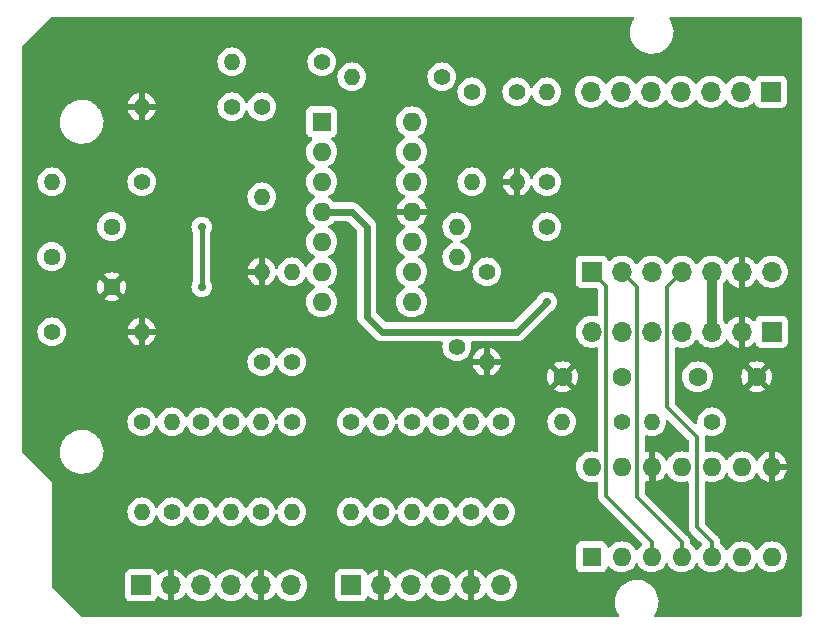
<source format=gbr>
%TF.GenerationSoftware,KiCad,Pcbnew,7.0.7*%
%TF.CreationDate,2024-04-26T13:10:04-04:00*%
%TF.ProjectId,xiao-rp2040-uno,7869616f-2d72-4703-9230-34302d756e6f,rev?*%
%TF.SameCoordinates,Original*%
%TF.FileFunction,Copper,L2,Bot*%
%TF.FilePolarity,Positive*%
%FSLAX46Y46*%
G04 Gerber Fmt 4.6, Leading zero omitted, Abs format (unit mm)*
G04 Created by KiCad (PCBNEW 7.0.7) date 2024-04-26 13:10:04*
%MOMM*%
%LPD*%
G01*
G04 APERTURE LIST*
%TA.AperFunction,ComponentPad*%
%ADD10C,1.400000*%
%TD*%
%TA.AperFunction,ComponentPad*%
%ADD11O,1.400000X1.400000*%
%TD*%
%TA.AperFunction,ComponentPad*%
%ADD12R,1.700000X1.700000*%
%TD*%
%TA.AperFunction,ComponentPad*%
%ADD13O,1.700000X1.700000*%
%TD*%
%TA.AperFunction,ComponentPad*%
%ADD14R,1.600000X1.600000*%
%TD*%
%TA.AperFunction,ComponentPad*%
%ADD15O,1.600000X1.600000*%
%TD*%
%TA.AperFunction,ComponentPad*%
%ADD16C,1.600000*%
%TD*%
%TA.AperFunction,ComponentPad*%
%ADD17C,1.440000*%
%TD*%
%TA.AperFunction,ViaPad*%
%ADD18C,0.711200*%
%TD*%
%TA.AperFunction,Conductor*%
%ADD19C,0.609600*%
%TD*%
%TA.AperFunction,Conductor*%
%ADD20C,0.812800*%
%TD*%
%TA.AperFunction,Conductor*%
%ADD21C,0.406400*%
%TD*%
%TA.AperFunction,Conductor*%
%ADD22C,0.355600*%
%TD*%
G04 APERTURE END LIST*
D10*
%TO.P,R2,1*%
%TO.N,Net-(U1A--)*%
X116450000Y-82220000D03*
D11*
%TO.P,R2,2*%
%TO.N,Net-(J1-Pin_3)*%
X116450000Y-89840000D03*
%TD*%
D10*
%TO.P,R28,1*%
%TO.N,Net-(J4-Pin_4)*%
X159690000Y-82220000D03*
D11*
%TO.P,R28,2*%
%TO.N,Net-(J4-Pin_5)*%
X154610000Y-82220000D03*
%TD*%
D10*
%TO.P,R27,1*%
%TO.N,Net-(J4-Pin_6)*%
X152070000Y-82220000D03*
D11*
%TO.P,R27,2*%
%TO.N,Net-(J4-Pin_7)*%
X146990000Y-82220000D03*
%TD*%
D12*
%TO.P,J6,1,Pin_1*%
%TO.N,Net-(J6-Pin_1)*%
X149530000Y-69520000D03*
D13*
%TO.P,J6,2,Pin_2*%
%TO.N,Net-(J6-Pin_2)*%
X152070000Y-69520000D03*
%TO.P,J6,3,Pin_3*%
%TO.N,unconnected-(J6-Pin_3-Pad3)*%
X154610000Y-69520000D03*
%TO.P,J6,4,Pin_4*%
%TO.N,Net-(J6-Pin_4)*%
X157150000Y-69520000D03*
%TO.P,J6,5,Pin_5*%
%TO.N,Net-(J4-Pin_3)*%
X159690000Y-69520000D03*
%TO.P,J6,6,Pin_6*%
%TO.N,GND*%
X162230000Y-69520000D03*
%TO.P,J6,7,Pin_7*%
%TO.N,Net-(J4-Pin_1)*%
X164770000Y-69520000D03*
%TD*%
D10*
%TO.P,R5,1*%
%TO.N,Net-(U1C-+)*%
X129150000Y-82220000D03*
D11*
%TO.P,R5,2*%
%TO.N,Net-(J2-Pin_1)*%
X129150000Y-89840000D03*
%TD*%
D14*
%TO.P,U1,1*%
%TO.N,Net-(R19-Pad2)*%
X126670000Y-56820000D03*
D15*
%TO.P,U1,2,-*%
%TO.N,Net-(U1A--)*%
X126670000Y-59360000D03*
%TO.P,U1,3,+*%
%TO.N,Net-(U1A-+)*%
X126670000Y-61900000D03*
%TO.P,U1,4,V+*%
%TO.N,Net-(J4-Pin_1)*%
X126670000Y-64440000D03*
%TO.P,U1,5,+*%
%TO.N,Net-(U1B-+)*%
X126670000Y-66980000D03*
%TO.P,U1,6,-*%
%TO.N,Net-(U1B--)*%
X126670000Y-69520000D03*
%TO.P,U1,7*%
%TO.N,Net-(R10-Pad1)*%
X126670000Y-72060000D03*
%TO.P,U1,8*%
%TO.N,Net-(R11-Pad1)*%
X134290000Y-72060000D03*
%TO.P,U1,9,-*%
%TO.N,Net-(U1C--)*%
X134290000Y-69520000D03*
%TO.P,U1,10,+*%
%TO.N,Net-(U1C-+)*%
X134290000Y-66980000D03*
%TO.P,U1,11,V-*%
%TO.N,GND*%
X134290000Y-64440000D03*
%TO.P,U1,12,+*%
%TO.N,Net-(U1D-+)*%
X134290000Y-61900000D03*
%TO.P,U1,13,-*%
%TO.N,Net-(U1D--)*%
X134290000Y-59360000D03*
%TO.P,U1,14*%
%TO.N,Net-(R12-Pad1)*%
X134290000Y-56820000D03*
%TD*%
D16*
%TO.P,C1,1*%
%TO.N,Net-(J4-Pin_6)*%
X152070000Y-78410000D03*
%TO.P,C1,2*%
%TO.N,GND*%
X147070000Y-78410000D03*
%TD*%
D10*
%TO.P,R9,1*%
%TO.N,Net-(R19-Pad2)*%
X121590000Y-55550000D03*
D11*
%TO.P,R9,2*%
%TO.N,Net-(U1A--)*%
X121590000Y-63170000D03*
%TD*%
D10*
%TO.P,R17,1*%
%TO.N,Net-(J4-Pin_3)*%
X111430000Y-61900000D03*
D11*
%TO.P,R17,2*%
%TO.N,Net-(R13-Pad1)*%
X103810000Y-61900000D03*
%TD*%
D12*
%TO.P,J5,1,Pin_1*%
%TO.N,Net-(J5-Pin_1)*%
X164710000Y-54280000D03*
D13*
%TO.P,J5,2,Pin_2*%
%TO.N,Net-(J5-Pin_2)*%
X162170000Y-54280000D03*
%TO.P,J5,3,Pin_3*%
%TO.N,Net-(J5-Pin_3)*%
X159630000Y-54280000D03*
%TO.P,J5,4,Pin_4*%
%TO.N,Net-(J5-Pin_4)*%
X157090000Y-54280000D03*
%TO.P,J5,5,Pin_5*%
%TO.N,unconnected-(J5-Pin_5-Pad5)*%
X154550000Y-54280000D03*
%TO.P,J5,6,Pin_6*%
%TO.N,unconnected-(J5-Pin_6-Pad6)*%
X152010000Y-54280000D03*
%TO.P,J5,7,Pin_7*%
%TO.N,unconnected-(J5-Pin_7-Pad7)*%
X149470000Y-54280000D03*
%TD*%
D10*
%TO.P,R3,1*%
%TO.N,Net-(U1B-+)*%
X118990000Y-82220000D03*
D11*
%TO.P,R3,2*%
%TO.N,Net-(J1-Pin_4)*%
X118990000Y-89840000D03*
%TD*%
D10*
%TO.P,R7,1*%
%TO.N,Net-(U1D-+)*%
X136770000Y-82220000D03*
D11*
%TO.P,R7,2*%
%TO.N,Net-(J2-Pin_4)*%
X136770000Y-89840000D03*
%TD*%
D10*
%TO.P,R21,1*%
%TO.N,Net-(J5-Pin_3)*%
X145720000Y-65710000D03*
D11*
%TO.P,R21,2*%
%TO.N,Net-(R11-Pad1)*%
X138100000Y-65710000D03*
%TD*%
D12*
%TO.P,J1,1,Pin_1*%
%TO.N,Net-(J1-Pin_1)*%
X111370000Y-96070000D03*
D13*
%TO.P,J1,2,Pin_2*%
%TO.N,GND*%
X113910000Y-96070000D03*
%TO.P,J1,3,Pin_3*%
%TO.N,Net-(J1-Pin_3)*%
X116450000Y-96070000D03*
%TO.P,J1,4,Pin_4*%
%TO.N,Net-(J1-Pin_4)*%
X118990000Y-96070000D03*
%TO.P,J1,5,Pin_5*%
%TO.N,GND*%
X121530000Y-96070000D03*
%TO.P,J1,6,Pin_6*%
%TO.N,Net-(J1-Pin_6)*%
X124070000Y-96070000D03*
%TD*%
D10*
%TO.P,R18,1*%
%TO.N,Net-(R13-Pad1)*%
X103810000Y-74600000D03*
D11*
%TO.P,R18,2*%
%TO.N,GND*%
X111430000Y-74600000D03*
%TD*%
D16*
%TO.P,C2,1*%
%TO.N,Net-(J4-Pin_4)*%
X158500000Y-78410000D03*
%TO.P,C2,2*%
%TO.N,GND*%
X163500000Y-78410000D03*
%TD*%
D10*
%TO.P,R13,1*%
%TO.N,Net-(R13-Pad1)*%
X113970000Y-89840000D03*
D11*
%TO.P,R13,2*%
%TO.N,Net-(U1A-+)*%
X113970000Y-82220000D03*
%TD*%
D10*
%TO.P,R15,1*%
%TO.N,Net-(R13-Pad1)*%
X131690000Y-89840000D03*
D11*
%TO.P,R15,2*%
%TO.N,Net-(U1C-+)*%
X131690000Y-82220000D03*
%TD*%
D10*
%TO.P,R10,1*%
%TO.N,Net-(R10-Pad1)*%
X124130000Y-77140000D03*
D11*
%TO.P,R10,2*%
%TO.N,Net-(U1B--)*%
X124130000Y-69520000D03*
%TD*%
D10*
%TO.P,R11,1*%
%TO.N,Net-(R11-Pad1)*%
X138100000Y-75870000D03*
D11*
%TO.P,R11,2*%
%TO.N,Net-(U1C--)*%
X138100000Y-68250000D03*
%TD*%
D10*
%TO.P,R20,1*%
%TO.N,Net-(J5-Pin_2)*%
X136830000Y-53010000D03*
D11*
%TO.P,R20,2*%
%TO.N,Net-(R10-Pad1)*%
X129210000Y-53010000D03*
%TD*%
D10*
%TO.P,R26,1*%
%TO.N,Net-(R19-Pad2)*%
X119050000Y-55550000D03*
D11*
%TO.P,R26,2*%
%TO.N,GND*%
X111430000Y-55550000D03*
%TD*%
D12*
%TO.P,J2,1,Pin_1*%
%TO.N,Net-(J2-Pin_1)*%
X129150000Y-96070000D03*
D13*
%TO.P,J2,2,Pin_2*%
%TO.N,GND*%
X131690000Y-96070000D03*
%TO.P,J2,3,Pin_3*%
%TO.N,Net-(J2-Pin_3)*%
X134230000Y-96070000D03*
%TO.P,J2,4,Pin_4*%
%TO.N,Net-(J2-Pin_4)*%
X136770000Y-96070000D03*
%TO.P,J2,5,Pin_5*%
%TO.N,GND*%
X139310000Y-96070000D03*
%TO.P,J2,6,Pin_6*%
%TO.N,Net-(J2-Pin_6)*%
X141850000Y-96070000D03*
%TD*%
D10*
%TO.P,R4,1*%
%TO.N,Net-(U1B--)*%
X124130000Y-82220000D03*
D11*
%TO.P,R4,2*%
%TO.N,Net-(J1-Pin_6)*%
X124130000Y-89840000D03*
%TD*%
D10*
%TO.P,R14,1*%
%TO.N,Net-(R13-Pad1)*%
X121530000Y-89840000D03*
D11*
%TO.P,R14,2*%
%TO.N,Net-(U1B-+)*%
X121530000Y-82220000D03*
%TD*%
D10*
%TO.P,R22,1*%
%TO.N,Net-(J5-Pin_4)*%
X145720000Y-61900000D03*
D11*
%TO.P,R22,2*%
%TO.N,Net-(R12-Pad1)*%
X145720000Y-54280000D03*
%TD*%
D12*
%TO.P,J4,1,Pin_1*%
%TO.N,Net-(J4-Pin_1)*%
X164770000Y-74600000D03*
D13*
%TO.P,J4,2,Pin_2*%
%TO.N,GND*%
X162230000Y-74600000D03*
%TO.P,J4,3,Pin_3*%
%TO.N,Net-(J4-Pin_3)*%
X159690000Y-74600000D03*
%TO.P,J4,4,Pin_4*%
%TO.N,Net-(J4-Pin_4)*%
X157150000Y-74600000D03*
%TO.P,J4,5,Pin_5*%
%TO.N,Net-(J4-Pin_5)*%
X154610000Y-74600000D03*
%TO.P,J4,6,Pin_6*%
%TO.N,Net-(J4-Pin_6)*%
X152070000Y-74600000D03*
%TO.P,J4,7,Pin_7*%
%TO.N,Net-(J4-Pin_7)*%
X149530000Y-74600000D03*
%TD*%
D10*
%TO.P,R19,1*%
%TO.N,Net-(J5-Pin_1)*%
X126670000Y-51740000D03*
D11*
%TO.P,R19,2*%
%TO.N,Net-(R19-Pad2)*%
X119050000Y-51740000D03*
%TD*%
D10*
%TO.P,R16,1*%
%TO.N,Net-(R13-Pad1)*%
X139310000Y-89840000D03*
D11*
%TO.P,R16,2*%
%TO.N,Net-(U1D-+)*%
X139310000Y-82220000D03*
%TD*%
D14*
%TO.P,U2,1,VDD*%
%TO.N,Net-(J4-Pin_3)*%
X149530000Y-93650000D03*
D15*
%TO.P,U2,2,NC*%
%TO.N,unconnected-(U2-NC-Pad2)*%
X152070000Y-93650000D03*
%TO.P,U2,3,~{CS}*%
%TO.N,Net-(J6-Pin_1)*%
X154610000Y-93650000D03*
%TO.P,U2,4,SCK*%
%TO.N,Net-(J6-Pin_2)*%
X157150000Y-93650000D03*
%TO.P,U2,5,SDI*%
%TO.N,Net-(J6-Pin_4)*%
X159690000Y-93650000D03*
%TO.P,U2,6,NC*%
%TO.N,unconnected-(U2-NC-Pad6)*%
X162230000Y-93650000D03*
%TO.P,U2,7,NC*%
%TO.N,unconnected-(U2-NC-Pad7)*%
X164770000Y-93650000D03*
%TO.P,U2,8,~{LDAC}*%
%TO.N,GND*%
X164770000Y-86030000D03*
%TO.P,U2,9,~{SHDN}*%
%TO.N,Net-(J4-Pin_3)*%
X162230000Y-86030000D03*
%TO.P,U2,10,VoutB*%
%TO.N,Net-(J4-Pin_5)*%
X159690000Y-86030000D03*
%TO.P,U2,11,VrefB*%
%TO.N,Net-(J4-Pin_3)*%
X157150000Y-86030000D03*
%TO.P,U2,12,AVSS*%
%TO.N,GND*%
X154610000Y-86030000D03*
%TO.P,U2,13,VrefA*%
%TO.N,Net-(J4-Pin_3)*%
X152070000Y-86030000D03*
%TO.P,U2,14,VoutA*%
%TO.N,Net-(J4-Pin_7)*%
X149530000Y-86030000D03*
%TD*%
D10*
%TO.P,R8,1*%
%TO.N,Net-(U1D--)*%
X141850000Y-82220000D03*
D11*
%TO.P,R8,2*%
%TO.N,Net-(J2-Pin_6)*%
X141850000Y-89840000D03*
%TD*%
D10*
%TO.P,R24,1*%
%TO.N,Net-(R11-Pad1)*%
X140640000Y-69520000D03*
D11*
%TO.P,R24,2*%
%TO.N,GND*%
X140640000Y-77140000D03*
%TD*%
D10*
%TO.P,R6,1*%
%TO.N,Net-(U1C--)*%
X134290000Y-82220000D03*
D11*
%TO.P,R6,2*%
%TO.N,Net-(J2-Pin_3)*%
X134290000Y-89840000D03*
%TD*%
D10*
%TO.P,R1,1*%
%TO.N,Net-(U1A-+)*%
X111430000Y-82220000D03*
D11*
%TO.P,R1,2*%
%TO.N,Net-(J1-Pin_1)*%
X111430000Y-89840000D03*
%TD*%
D10*
%TO.P,R12,1*%
%TO.N,Net-(R12-Pad1)*%
X139370000Y-54280000D03*
D11*
%TO.P,R12,2*%
%TO.N,Net-(U1D--)*%
X139370000Y-61900000D03*
%TD*%
D17*
%TO.P,RV1,1,1*%
%TO.N,Net-(J4-Pin_3)*%
X108890000Y-65710000D03*
%TO.P,RV1,2,2*%
%TO.N,Net-(R13-Pad1)*%
X103810000Y-68250000D03*
%TO.P,RV1,3,3*%
%TO.N,GND*%
X108890000Y-70790000D03*
%TD*%
D10*
%TO.P,R23,1*%
%TO.N,Net-(R12-Pad1)*%
X143180000Y-54280000D03*
D11*
%TO.P,R23,2*%
%TO.N,GND*%
X143180000Y-61900000D03*
%TD*%
D10*
%TO.P,R25,1*%
%TO.N,Net-(R10-Pad1)*%
X121590000Y-77140000D03*
D11*
%TO.P,R25,2*%
%TO.N,GND*%
X121590000Y-69520000D03*
%TD*%
D18*
%TO.N,GND*%
X157150000Y-89840000D03*
%TO.N,Net-(J4-Pin_1)*%
X145720000Y-72060000D03*
%TO.N,Net-(U1A--)*%
X116510000Y-70790000D03*
X116510000Y-65710000D03*
%TD*%
D19*
%TO.N,GND*%
X154610000Y-86030000D02*
X154610000Y-87300000D01*
X154610000Y-87300000D02*
X157150000Y-89840000D01*
%TO.N,Net-(J4-Pin_1)*%
X130480000Y-73330000D02*
X131750000Y-74600000D01*
X143180000Y-74600000D02*
X145720000Y-72060000D01*
X129210000Y-64440000D02*
X130480000Y-65710000D01*
X131750000Y-74600000D02*
X143180000Y-74600000D01*
X130480000Y-65710000D02*
X130480000Y-73330000D01*
X126670000Y-64440000D02*
X129210000Y-64440000D01*
D20*
%TO.N,Net-(J4-Pin_3)*%
X159690000Y-69520000D02*
X159690000Y-74600000D01*
D21*
%TO.N,Net-(U1A--)*%
X116510000Y-70790000D02*
X116510000Y-65710000D01*
D22*
%TO.N,Net-(J6-Pin_1)*%
X154610000Y-92380000D02*
X154610000Y-93650000D01*
X150757800Y-70747800D02*
X150757800Y-88527800D01*
X150757800Y-88527800D02*
X154610000Y-92380000D01*
X149530000Y-69520000D02*
X150757800Y-70747800D01*
%TO.N,Net-(J6-Pin_2)*%
X157150000Y-92380000D02*
X157150000Y-93650000D01*
X153340000Y-88570000D02*
X157150000Y-92380000D01*
X153340000Y-70790000D02*
X153340000Y-88570000D01*
X152070000Y-69520000D02*
X153340000Y-70790000D01*
%TO.N,Net-(J6-Pin_4)*%
X155880000Y-80950000D02*
X158420000Y-83490000D01*
X158420000Y-91110000D02*
X159690000Y-92380000D01*
X158420000Y-83490000D02*
X158420000Y-91110000D01*
X157150000Y-69520000D02*
X155880000Y-70790000D01*
X159690000Y-92380000D02*
X159690000Y-93650000D01*
X155880000Y-70790000D02*
X155880000Y-80950000D01*
%TD*%
%TA.AperFunction,Conductor*%
%TO.N,GND*%
G36*
X154503331Y-86418091D02*
G01*
X154535699Y-86423218D01*
X154578515Y-86430000D01*
X154578519Y-86430000D01*
X154641485Y-86430000D01*
X154684300Y-86423218D01*
X154716602Y-86418102D01*
X154785894Y-86427056D01*
X154839347Y-86472052D01*
X154859987Y-86538803D01*
X154860000Y-86540575D01*
X154860000Y-87308872D01*
X155056317Y-87256269D01*
X155056326Y-87256265D01*
X155262482Y-87160134D01*
X155448820Y-87029657D01*
X155609657Y-86868820D01*
X155740133Y-86682483D01*
X155762927Y-86633600D01*
X155809098Y-86581160D01*
X155876292Y-86562007D01*
X155943173Y-86582221D01*
X155987691Y-86633596D01*
X156012477Y-86686749D01*
X156143802Y-86874300D01*
X156305700Y-87036198D01*
X156493251Y-87167523D01*
X156566300Y-87201586D01*
X156700750Y-87264281D01*
X156700752Y-87264281D01*
X156700757Y-87264284D01*
X156921913Y-87323543D01*
X157084832Y-87337796D01*
X157149998Y-87343498D01*
X157150000Y-87343498D01*
X157150002Y-87343498D01*
X157207021Y-87338509D01*
X157378087Y-87323543D01*
X157577608Y-87270081D01*
X157647456Y-87271744D01*
X157705319Y-87310906D01*
X157732823Y-87375134D01*
X157733700Y-87389856D01*
X157733700Y-91087377D01*
X157733587Y-91091122D01*
X157729920Y-91151739D01*
X157729920Y-91151741D01*
X157740865Y-91211467D01*
X157741428Y-91215170D01*
X157748748Y-91275448D01*
X157752188Y-91284520D01*
X157758213Y-91306133D01*
X157759961Y-91315674D01*
X157759964Y-91315684D01*
X157784881Y-91371044D01*
X157786314Y-91374504D01*
X157807847Y-91431280D01*
X157807849Y-91431284D01*
X157813355Y-91439261D01*
X157824375Y-91458798D01*
X157828363Y-91467657D01*
X157828364Y-91467659D01*
X157865805Y-91515449D01*
X157868025Y-91518465D01*
X157902524Y-91568444D01*
X157947988Y-91608722D01*
X157950699Y-91611273D01*
X158614242Y-92274817D01*
X158826782Y-92487357D01*
X158860267Y-92548680D01*
X158855283Y-92618372D01*
X158826783Y-92662719D01*
X158683803Y-92805699D01*
X158552476Y-92993251D01*
X158532382Y-93036345D01*
X158486209Y-93088784D01*
X158419016Y-93107936D01*
X158352135Y-93087720D01*
X158307618Y-93036345D01*
X158287523Y-92993251D01*
X158156198Y-92805700D01*
X157994300Y-92643802D01*
X157994295Y-92643798D01*
X157994292Y-92643796D01*
X157889176Y-92570192D01*
X157845551Y-92515615D01*
X157836300Y-92468618D01*
X157836300Y-92402621D01*
X157836413Y-92398876D01*
X157840080Y-92338258D01*
X157834217Y-92306269D01*
X157829133Y-92278521D01*
X157828569Y-92274817D01*
X157821252Y-92214552D01*
X157817812Y-92205481D01*
X157811785Y-92183858D01*
X157810038Y-92174326D01*
X157810037Y-92174323D01*
X157810036Y-92174321D01*
X157810036Y-92174318D01*
X157785117Y-92118953D01*
X157783683Y-92115491D01*
X157762152Y-92058718D01*
X157762149Y-92058713D01*
X157756642Y-92050736D01*
X157745615Y-92031184D01*
X157741637Y-92022344D01*
X157704173Y-91974525D01*
X157701966Y-91971524D01*
X157701963Y-91971520D01*
X157667476Y-91921556D01*
X157667473Y-91921553D01*
X157622018Y-91881283D01*
X157619306Y-91878731D01*
X154062618Y-88322043D01*
X154029133Y-88260720D01*
X154026300Y-88234371D01*
X154026300Y-87381057D01*
X154045985Y-87314017D01*
X154098789Y-87268263D01*
X154167947Y-87258319D01*
X154182394Y-87261282D01*
X154359999Y-87308871D01*
X154360000Y-87308871D01*
X154360000Y-86540575D01*
X154379685Y-86473536D01*
X154432489Y-86427781D01*
X154501647Y-86417837D01*
X154503331Y-86418091D01*
G37*
%TD.AperFunction*%
%TA.AperFunction,Conductor*%
G36*
X156014898Y-82057675D02*
G01*
X156029855Y-82070429D01*
X157697381Y-83737955D01*
X157730866Y-83799278D01*
X157733700Y-83825636D01*
X157733700Y-84670143D01*
X157714015Y-84737182D01*
X157661211Y-84782937D01*
X157592053Y-84792881D01*
X157577607Y-84789918D01*
X157378092Y-84736458D01*
X157378088Y-84736457D01*
X157378087Y-84736457D01*
X157378086Y-84736456D01*
X157378081Y-84736456D01*
X157150002Y-84716502D01*
X157149998Y-84716502D01*
X156921918Y-84736456D01*
X156921910Y-84736457D01*
X156700761Y-84795714D01*
X156700750Y-84795718D01*
X156493254Y-84892475D01*
X156493252Y-84892476D01*
X156493249Y-84892477D01*
X156493251Y-84892477D01*
X156305700Y-85023802D01*
X156305698Y-85023803D01*
X156305695Y-85023806D01*
X156143806Y-85185695D01*
X156143803Y-85185698D01*
X156143802Y-85185700D01*
X156113263Y-85229314D01*
X156012476Y-85373252D01*
X156012474Y-85373256D01*
X155987691Y-85426402D01*
X155941518Y-85478841D01*
X155874324Y-85497992D01*
X155807444Y-85477775D01*
X155762927Y-85426399D01*
X155740133Y-85377517D01*
X155609657Y-85191179D01*
X155448820Y-85030342D01*
X155262482Y-84899865D01*
X155056328Y-84803734D01*
X154860000Y-84751127D01*
X154860000Y-85519424D01*
X154840315Y-85586463D01*
X154787511Y-85632218D01*
X154718353Y-85642162D01*
X154716602Y-85641897D01*
X154641486Y-85630000D01*
X154641481Y-85630000D01*
X154578519Y-85630000D01*
X154578514Y-85630000D01*
X154503398Y-85641897D01*
X154434104Y-85632942D01*
X154380652Y-85587946D01*
X154360013Y-85521194D01*
X154360000Y-85519424D01*
X154360000Y-84751127D01*
X154359999Y-84751126D01*
X154182394Y-84798717D01*
X154112544Y-84797054D01*
X154054681Y-84757892D01*
X154027177Y-84693664D01*
X154026300Y-84678942D01*
X154026300Y-83475611D01*
X154045985Y-83408572D01*
X154098789Y-83362817D01*
X154167947Y-83352873D01*
X154192728Y-83359095D01*
X154195073Y-83359948D01*
X154195090Y-83359956D01*
X154399345Y-83414686D01*
X154549812Y-83427850D01*
X154609998Y-83433116D01*
X154610000Y-83433116D01*
X154610002Y-83433116D01*
X154662663Y-83428508D01*
X154820655Y-83414686D01*
X155024910Y-83359956D01*
X155216558Y-83270589D01*
X155389776Y-83149301D01*
X155539301Y-82999776D01*
X155660589Y-82826558D01*
X155749956Y-82634910D01*
X155804686Y-82430655D01*
X155823116Y-82220000D01*
X155818646Y-82168915D01*
X155832412Y-82100419D01*
X155881026Y-82050235D01*
X155949054Y-82034301D01*
X156014898Y-82057675D01*
G37*
%TD.AperFunction*%
%TA.AperFunction,Conductor*%
G36*
X153069138Y-47949685D02*
G01*
X153114893Y-48002489D01*
X153124837Y-48071647D01*
X153102947Y-48126148D01*
X153055851Y-48191977D01*
X153026202Y-48233419D01*
X153026199Y-48233424D01*
X152902350Y-48474309D01*
X152902343Y-48474327D01*
X152814884Y-48730685D01*
X152814881Y-48730699D01*
X152765681Y-48997068D01*
X152765680Y-48997075D01*
X152755787Y-49267763D01*
X152785413Y-49537013D01*
X152785415Y-49537024D01*
X152853926Y-49799082D01*
X152853928Y-49799088D01*
X152959870Y-50048390D01*
X153031998Y-50166575D01*
X153100979Y-50279605D01*
X153100986Y-50279615D01*
X153274253Y-50487819D01*
X153274259Y-50487824D01*
X153475998Y-50668582D01*
X153701910Y-50818044D01*
X153947176Y-50933020D01*
X153947183Y-50933022D01*
X153947185Y-50933023D01*
X154206557Y-51011057D01*
X154206564Y-51011058D01*
X154206569Y-51011060D01*
X154474561Y-51050500D01*
X154474566Y-51050500D01*
X154677636Y-51050500D01*
X154729133Y-51046730D01*
X154880156Y-51035677D01*
X154992758Y-51010593D01*
X155144546Y-50976782D01*
X155144548Y-50976781D01*
X155144553Y-50976780D01*
X155397558Y-50880014D01*
X155633777Y-50747441D01*
X155848177Y-50581888D01*
X156036186Y-50386881D01*
X156193799Y-50166579D01*
X156267787Y-50022669D01*
X156317649Y-49925690D01*
X156317651Y-49925684D01*
X156317656Y-49925675D01*
X156405118Y-49669305D01*
X156454319Y-49402933D01*
X156464212Y-49132235D01*
X156434586Y-48862982D01*
X156366072Y-48600912D01*
X156260130Y-48351610D01*
X156119018Y-48120390D01*
X156119015Y-48120386D01*
X156117923Y-48118597D01*
X156099803Y-48051118D01*
X156121040Y-47984554D01*
X156174893Y-47940039D01*
X156223769Y-47930000D01*
X167186000Y-47930000D01*
X167253039Y-47949685D01*
X167298794Y-48002489D01*
X167310000Y-48054000D01*
X167310000Y-98606000D01*
X167290315Y-98673039D01*
X167237511Y-98718794D01*
X167186000Y-98730000D01*
X154947901Y-98730000D01*
X154880862Y-98710315D01*
X154835107Y-98657511D01*
X154825163Y-98588353D01*
X154847052Y-98533851D01*
X154923799Y-98426579D01*
X154997787Y-98282669D01*
X155047649Y-98185690D01*
X155047651Y-98185684D01*
X155047656Y-98185675D01*
X155135118Y-97929305D01*
X155184319Y-97662933D01*
X155194212Y-97392235D01*
X155164586Y-97122982D01*
X155096072Y-96860912D01*
X154990130Y-96611610D01*
X154849018Y-96380390D01*
X154777433Y-96294371D01*
X154675746Y-96172180D01*
X154675740Y-96172175D01*
X154474002Y-95991418D01*
X154248092Y-95841957D01*
X154248090Y-95841956D01*
X154002824Y-95726980D01*
X154002819Y-95726978D01*
X154002814Y-95726976D01*
X153743442Y-95648942D01*
X153743428Y-95648939D01*
X153627791Y-95631921D01*
X153475439Y-95609500D01*
X153272369Y-95609500D01*
X153272364Y-95609500D01*
X153069844Y-95624323D01*
X153069831Y-95624325D01*
X152805453Y-95683217D01*
X152805446Y-95683220D01*
X152552439Y-95779987D01*
X152316226Y-95912557D01*
X152101822Y-96078112D01*
X151913822Y-96273109D01*
X151913816Y-96273116D01*
X151756202Y-96493419D01*
X151756199Y-96493424D01*
X151632350Y-96734309D01*
X151632343Y-96734327D01*
X151544884Y-96990685D01*
X151544881Y-96990699D01*
X151537769Y-97029202D01*
X151498169Y-97243600D01*
X151495681Y-97257068D01*
X151495680Y-97257075D01*
X151485787Y-97527763D01*
X151515413Y-97797013D01*
X151515415Y-97797024D01*
X151583926Y-98059082D01*
X151583928Y-98059088D01*
X151689870Y-98308390D01*
X151830982Y-98539610D01*
X151830984Y-98539613D01*
X151832077Y-98541403D01*
X151850197Y-98608882D01*
X151828960Y-98675446D01*
X151775107Y-98719961D01*
X151726231Y-98730000D01*
X106401362Y-98730000D01*
X106334323Y-98710315D01*
X106313681Y-98693681D01*
X104588654Y-96968654D01*
X110011500Y-96968654D01*
X110018011Y-97029202D01*
X110018011Y-97029204D01*
X110052987Y-97122975D01*
X110069111Y-97166204D01*
X110156739Y-97283261D01*
X110273796Y-97370889D01*
X110410799Y-97421989D01*
X110438050Y-97424918D01*
X110471345Y-97428499D01*
X110471362Y-97428500D01*
X112268638Y-97428500D01*
X112268654Y-97428499D01*
X112295692Y-97425591D01*
X112329201Y-97421989D01*
X112466204Y-97370889D01*
X112583261Y-97283261D01*
X112670889Y-97166204D01*
X112719223Y-97036615D01*
X112761093Y-96980686D01*
X112826557Y-96956269D01*
X112894830Y-96971121D01*
X112923084Y-96992272D01*
X113038917Y-97108105D01*
X113232421Y-97243600D01*
X113446507Y-97343429D01*
X113446516Y-97343433D01*
X113660000Y-97400634D01*
X113660000Y-96682301D01*
X113679685Y-96615262D01*
X113732489Y-96569507D01*
X113801647Y-96559563D01*
X113874237Y-96570000D01*
X113874238Y-96570000D01*
X113945762Y-96570000D01*
X113945763Y-96570000D01*
X114018353Y-96559563D01*
X114087512Y-96569507D01*
X114140315Y-96615262D01*
X114160000Y-96682301D01*
X114160000Y-97400633D01*
X114373483Y-97343433D01*
X114373492Y-97343429D01*
X114587578Y-97243600D01*
X114781082Y-97108105D01*
X114948105Y-96941082D01*
X115074868Y-96760048D01*
X115129445Y-96716423D01*
X115198944Y-96709231D01*
X115261298Y-96740753D01*
X115280251Y-96763350D01*
X115374276Y-96907265D01*
X115374284Y-96907276D01*
X115493355Y-97036619D01*
X115526760Y-97072906D01*
X115704424Y-97211189D01*
X115704425Y-97211189D01*
X115704427Y-97211191D01*
X115764314Y-97243600D01*
X115902426Y-97318342D01*
X116115365Y-97391444D01*
X116337431Y-97428500D01*
X116562569Y-97428500D01*
X116784635Y-97391444D01*
X116997574Y-97318342D01*
X117195576Y-97211189D01*
X117373240Y-97072906D01*
X117494594Y-96941082D01*
X117525715Y-96907276D01*
X117525715Y-96907275D01*
X117525722Y-96907268D01*
X117616193Y-96768790D01*
X117669338Y-96723437D01*
X117738569Y-96714013D01*
X117801905Y-96743515D01*
X117823804Y-96768787D01*
X117914278Y-96907268D01*
X117914283Y-96907273D01*
X117914284Y-96907276D01*
X118033355Y-97036619D01*
X118066760Y-97072906D01*
X118244424Y-97211189D01*
X118244425Y-97211189D01*
X118244427Y-97211191D01*
X118304314Y-97243600D01*
X118442426Y-97318342D01*
X118655365Y-97391444D01*
X118877431Y-97428500D01*
X119102569Y-97428500D01*
X119324635Y-97391444D01*
X119537574Y-97318342D01*
X119735576Y-97211189D01*
X119913240Y-97072906D01*
X120034594Y-96941082D01*
X120065715Y-96907276D01*
X120065715Y-96907275D01*
X120065722Y-96907268D01*
X120159749Y-96763347D01*
X120212894Y-96717994D01*
X120282125Y-96708570D01*
X120345461Y-96738072D01*
X120365130Y-96760048D01*
X120491890Y-96941078D01*
X120658917Y-97108105D01*
X120852421Y-97243600D01*
X121066507Y-97343429D01*
X121066516Y-97343433D01*
X121280000Y-97400634D01*
X121280000Y-96682301D01*
X121299685Y-96615262D01*
X121352489Y-96569507D01*
X121421647Y-96559563D01*
X121494237Y-96570000D01*
X121494238Y-96570000D01*
X121565762Y-96570000D01*
X121565763Y-96570000D01*
X121638352Y-96559563D01*
X121707510Y-96569507D01*
X121760314Y-96615261D01*
X121779999Y-96682301D01*
X121779999Y-97400633D01*
X121993483Y-97343433D01*
X121993492Y-97343429D01*
X122207578Y-97243600D01*
X122401082Y-97108105D01*
X122568105Y-96941082D01*
X122694868Y-96760048D01*
X122749445Y-96716423D01*
X122818944Y-96709231D01*
X122881298Y-96740753D01*
X122900251Y-96763350D01*
X122994276Y-96907265D01*
X122994284Y-96907276D01*
X123113355Y-97036619D01*
X123146760Y-97072906D01*
X123324424Y-97211189D01*
X123324425Y-97211189D01*
X123324427Y-97211191D01*
X123384314Y-97243600D01*
X123522426Y-97318342D01*
X123735365Y-97391444D01*
X123957431Y-97428500D01*
X124182569Y-97428500D01*
X124404635Y-97391444D01*
X124617574Y-97318342D01*
X124815576Y-97211189D01*
X124993240Y-97072906D01*
X125089212Y-96968654D01*
X127791500Y-96968654D01*
X127798011Y-97029202D01*
X127798011Y-97029204D01*
X127832987Y-97122975D01*
X127849111Y-97166204D01*
X127936739Y-97283261D01*
X128053796Y-97370889D01*
X128190799Y-97421989D01*
X128218050Y-97424918D01*
X128251345Y-97428499D01*
X128251362Y-97428500D01*
X130048638Y-97428500D01*
X130048654Y-97428499D01*
X130075692Y-97425591D01*
X130109201Y-97421989D01*
X130246204Y-97370889D01*
X130363261Y-97283261D01*
X130450889Y-97166204D01*
X130499223Y-97036615D01*
X130541093Y-96980686D01*
X130606557Y-96956269D01*
X130674830Y-96971121D01*
X130703084Y-96992272D01*
X130818917Y-97108105D01*
X131012421Y-97243600D01*
X131226507Y-97343429D01*
X131226516Y-97343433D01*
X131440000Y-97400634D01*
X131440000Y-96682301D01*
X131459685Y-96615262D01*
X131512489Y-96569507D01*
X131581647Y-96559563D01*
X131654237Y-96570000D01*
X131654238Y-96570000D01*
X131725762Y-96570000D01*
X131725763Y-96570000D01*
X131798352Y-96559563D01*
X131867510Y-96569507D01*
X131920314Y-96615261D01*
X131939999Y-96682301D01*
X131939999Y-97400633D01*
X132153483Y-97343433D01*
X132153492Y-97343429D01*
X132367578Y-97243600D01*
X132561082Y-97108105D01*
X132728105Y-96941082D01*
X132854868Y-96760048D01*
X132909445Y-96716423D01*
X132978944Y-96709231D01*
X133041298Y-96740753D01*
X133060251Y-96763350D01*
X133154276Y-96907265D01*
X133154284Y-96907276D01*
X133273355Y-97036619D01*
X133306760Y-97072906D01*
X133484424Y-97211189D01*
X133484425Y-97211189D01*
X133484427Y-97211191D01*
X133544314Y-97243600D01*
X133682426Y-97318342D01*
X133895365Y-97391444D01*
X134117431Y-97428500D01*
X134342569Y-97428500D01*
X134564635Y-97391444D01*
X134777574Y-97318342D01*
X134975576Y-97211189D01*
X135153240Y-97072906D01*
X135274594Y-96941082D01*
X135305715Y-96907276D01*
X135305715Y-96907275D01*
X135305722Y-96907268D01*
X135396193Y-96768790D01*
X135449338Y-96723437D01*
X135518569Y-96714013D01*
X135581905Y-96743515D01*
X135603804Y-96768787D01*
X135694278Y-96907268D01*
X135694283Y-96907273D01*
X135694284Y-96907276D01*
X135813355Y-97036619D01*
X135846760Y-97072906D01*
X136024424Y-97211189D01*
X136024425Y-97211189D01*
X136024427Y-97211191D01*
X136084314Y-97243600D01*
X136222426Y-97318342D01*
X136435365Y-97391444D01*
X136657431Y-97428500D01*
X136882569Y-97428500D01*
X137104635Y-97391444D01*
X137317574Y-97318342D01*
X137515576Y-97211189D01*
X137693240Y-97072906D01*
X137814594Y-96941082D01*
X137845715Y-96907276D01*
X137845715Y-96907275D01*
X137845722Y-96907268D01*
X137939749Y-96763347D01*
X137992894Y-96717994D01*
X138062125Y-96708570D01*
X138125461Y-96738072D01*
X138145130Y-96760048D01*
X138271890Y-96941078D01*
X138438917Y-97108105D01*
X138632421Y-97243600D01*
X138846507Y-97343429D01*
X138846516Y-97343433D01*
X139060000Y-97400634D01*
X139060000Y-96682301D01*
X139079685Y-96615262D01*
X139132489Y-96569507D01*
X139201647Y-96559563D01*
X139274237Y-96570000D01*
X139274238Y-96570000D01*
X139345762Y-96570000D01*
X139345763Y-96570000D01*
X139418353Y-96559563D01*
X139487512Y-96569507D01*
X139540315Y-96615262D01*
X139560000Y-96682301D01*
X139560000Y-97400633D01*
X139773483Y-97343433D01*
X139773492Y-97343429D01*
X139987578Y-97243600D01*
X140181082Y-97108105D01*
X140348105Y-96941082D01*
X140474868Y-96760048D01*
X140529445Y-96716423D01*
X140598944Y-96709231D01*
X140661298Y-96740753D01*
X140680251Y-96763350D01*
X140774276Y-96907265D01*
X140774284Y-96907276D01*
X140893355Y-97036619D01*
X140926760Y-97072906D01*
X141104424Y-97211189D01*
X141104425Y-97211189D01*
X141104427Y-97211191D01*
X141164314Y-97243600D01*
X141302426Y-97318342D01*
X141515365Y-97391444D01*
X141737431Y-97428500D01*
X141962569Y-97428500D01*
X142184635Y-97391444D01*
X142397574Y-97318342D01*
X142595576Y-97211189D01*
X142773240Y-97072906D01*
X142894594Y-96941082D01*
X142925715Y-96907276D01*
X142925717Y-96907273D01*
X142925722Y-96907268D01*
X143048860Y-96718791D01*
X143139296Y-96512616D01*
X143194564Y-96294368D01*
X143204689Y-96172180D01*
X143213156Y-96070005D01*
X143213156Y-96069994D01*
X143194565Y-95845640D01*
X143194563Y-95845628D01*
X143164516Y-95726976D01*
X143139296Y-95627384D01*
X143048860Y-95421209D01*
X143032706Y-95396484D01*
X142925723Y-95232734D01*
X142925715Y-95232723D01*
X142773243Y-95067097D01*
X142773238Y-95067092D01*
X142595577Y-94928812D01*
X142595572Y-94928808D01*
X142397580Y-94821661D01*
X142397577Y-94821659D01*
X142397574Y-94821658D01*
X142397571Y-94821657D01*
X142397569Y-94821656D01*
X142184637Y-94748556D01*
X141962569Y-94711500D01*
X141737431Y-94711500D01*
X141515362Y-94748556D01*
X141302430Y-94821656D01*
X141302419Y-94821661D01*
X141104427Y-94928808D01*
X141104422Y-94928812D01*
X140926761Y-95067092D01*
X140926756Y-95067097D01*
X140774284Y-95232723D01*
X140774276Y-95232734D01*
X140680251Y-95376650D01*
X140627105Y-95422007D01*
X140557873Y-95431430D01*
X140494538Y-95401928D01*
X140474868Y-95379951D01*
X140348113Y-95198926D01*
X140348108Y-95198920D01*
X140181082Y-95031894D01*
X139987578Y-94896399D01*
X139773492Y-94796570D01*
X139773486Y-94796567D01*
X139560000Y-94739364D01*
X139560000Y-95457698D01*
X139540315Y-95524737D01*
X139487511Y-95570492D01*
X139418355Y-95580436D01*
X139345766Y-95570000D01*
X139345763Y-95570000D01*
X139274237Y-95570000D01*
X139274233Y-95570000D01*
X139201645Y-95580436D01*
X139132487Y-95570492D01*
X139079684Y-95524736D01*
X139060000Y-95457698D01*
X139060000Y-94739364D01*
X139059999Y-94739364D01*
X138846513Y-94796567D01*
X138846507Y-94796570D01*
X138632422Y-94896399D01*
X138632420Y-94896400D01*
X138438926Y-95031886D01*
X138438920Y-95031891D01*
X138271891Y-95198920D01*
X138271890Y-95198922D01*
X138145131Y-95379952D01*
X138090554Y-95423577D01*
X138021055Y-95430769D01*
X137958701Y-95399247D01*
X137939752Y-95376656D01*
X137845722Y-95232732D01*
X137845715Y-95232725D01*
X137845715Y-95232723D01*
X137693243Y-95067097D01*
X137693238Y-95067092D01*
X137515577Y-94928812D01*
X137515572Y-94928808D01*
X137317580Y-94821661D01*
X137317577Y-94821659D01*
X137317574Y-94821658D01*
X137317571Y-94821657D01*
X137317569Y-94821656D01*
X137104637Y-94748556D01*
X136882569Y-94711500D01*
X136657431Y-94711500D01*
X136435362Y-94748556D01*
X136222430Y-94821656D01*
X136222419Y-94821661D01*
X136024427Y-94928808D01*
X136024422Y-94928812D01*
X135846761Y-95067092D01*
X135846756Y-95067097D01*
X135694284Y-95232723D01*
X135694276Y-95232734D01*
X135603808Y-95371206D01*
X135550662Y-95416562D01*
X135481431Y-95425986D01*
X135418095Y-95396484D01*
X135396192Y-95371206D01*
X135305723Y-95232734D01*
X135305715Y-95232723D01*
X135153243Y-95067097D01*
X135153238Y-95067092D01*
X134975577Y-94928812D01*
X134975572Y-94928808D01*
X134777580Y-94821661D01*
X134777577Y-94821659D01*
X134777574Y-94821658D01*
X134777571Y-94821657D01*
X134777569Y-94821656D01*
X134564637Y-94748556D01*
X134342569Y-94711500D01*
X134117431Y-94711500D01*
X133895362Y-94748556D01*
X133682430Y-94821656D01*
X133682419Y-94821661D01*
X133484427Y-94928808D01*
X133484422Y-94928812D01*
X133306761Y-95067092D01*
X133306756Y-95067097D01*
X133154284Y-95232723D01*
X133154276Y-95232734D01*
X133060251Y-95376650D01*
X133007105Y-95422007D01*
X132937873Y-95431430D01*
X132874538Y-95401928D01*
X132854868Y-95379951D01*
X132728113Y-95198926D01*
X132728108Y-95198920D01*
X132561082Y-95031894D01*
X132367578Y-94896399D01*
X132153492Y-94796570D01*
X132153486Y-94796567D01*
X131939999Y-94739364D01*
X131939999Y-95457698D01*
X131920314Y-95524737D01*
X131867510Y-95570492D01*
X131798353Y-95580436D01*
X131725764Y-95570000D01*
X131725763Y-95570000D01*
X131654237Y-95570000D01*
X131654233Y-95570000D01*
X131581645Y-95580436D01*
X131512487Y-95570492D01*
X131459684Y-95524736D01*
X131440000Y-95457698D01*
X131440000Y-94739364D01*
X131439999Y-94739364D01*
X131226513Y-94796567D01*
X131226507Y-94796570D01*
X131012422Y-94896399D01*
X131012420Y-94896400D01*
X130818926Y-95031886D01*
X130703084Y-95147728D01*
X130641761Y-95181212D01*
X130572069Y-95176228D01*
X130516136Y-95134356D01*
X130499223Y-95103384D01*
X130450889Y-94973796D01*
X130363261Y-94856739D01*
X130246204Y-94769111D01*
X130246203Y-94769110D01*
X130109203Y-94718011D01*
X130048654Y-94711500D01*
X130048638Y-94711500D01*
X128251362Y-94711500D01*
X128251345Y-94711500D01*
X128190797Y-94718011D01*
X128190795Y-94718011D01*
X128053795Y-94769111D01*
X127936739Y-94856739D01*
X127849111Y-94973795D01*
X127798011Y-95110795D01*
X127798011Y-95110797D01*
X127791500Y-95171345D01*
X127791500Y-96968654D01*
X125089212Y-96968654D01*
X125114594Y-96941082D01*
X125145715Y-96907276D01*
X125145717Y-96907273D01*
X125145722Y-96907268D01*
X125268860Y-96718791D01*
X125359296Y-96512616D01*
X125414564Y-96294368D01*
X125424689Y-96172180D01*
X125433156Y-96070005D01*
X125433156Y-96069994D01*
X125414565Y-95845640D01*
X125414563Y-95845628D01*
X125384516Y-95726976D01*
X125359296Y-95627384D01*
X125268860Y-95421209D01*
X125252706Y-95396484D01*
X125145723Y-95232734D01*
X125145715Y-95232723D01*
X124993243Y-95067097D01*
X124993238Y-95067092D01*
X124815577Y-94928812D01*
X124815572Y-94928808D01*
X124617580Y-94821661D01*
X124617577Y-94821659D01*
X124617574Y-94821658D01*
X124617571Y-94821657D01*
X124617569Y-94821656D01*
X124404637Y-94748556D01*
X124182569Y-94711500D01*
X123957431Y-94711500D01*
X123735362Y-94748556D01*
X123522430Y-94821656D01*
X123522419Y-94821661D01*
X123324427Y-94928808D01*
X123324422Y-94928812D01*
X123146761Y-95067092D01*
X123146756Y-95067097D01*
X122994284Y-95232723D01*
X122994276Y-95232734D01*
X122900251Y-95376650D01*
X122847105Y-95422007D01*
X122777873Y-95431430D01*
X122714538Y-95401928D01*
X122694868Y-95379951D01*
X122568113Y-95198926D01*
X122568108Y-95198920D01*
X122401082Y-95031894D01*
X122207578Y-94896399D01*
X121993492Y-94796570D01*
X121993486Y-94796567D01*
X121779999Y-94739364D01*
X121779999Y-95457698D01*
X121760314Y-95524737D01*
X121707510Y-95570492D01*
X121638353Y-95580436D01*
X121565764Y-95570000D01*
X121565763Y-95570000D01*
X121494237Y-95570000D01*
X121494233Y-95570000D01*
X121421645Y-95580436D01*
X121352487Y-95570492D01*
X121299684Y-95524736D01*
X121280000Y-95457698D01*
X121280000Y-94739364D01*
X121279999Y-94739364D01*
X121066513Y-94796567D01*
X121066507Y-94796570D01*
X120852422Y-94896399D01*
X120852420Y-94896400D01*
X120658926Y-95031886D01*
X120658920Y-95031891D01*
X120491891Y-95198920D01*
X120491890Y-95198922D01*
X120365131Y-95379952D01*
X120310554Y-95423577D01*
X120241055Y-95430769D01*
X120178701Y-95399247D01*
X120159752Y-95376656D01*
X120065722Y-95232732D01*
X120065715Y-95232725D01*
X120065715Y-95232723D01*
X119913243Y-95067097D01*
X119913238Y-95067092D01*
X119735577Y-94928812D01*
X119735572Y-94928808D01*
X119537580Y-94821661D01*
X119537577Y-94821659D01*
X119537574Y-94821658D01*
X119537571Y-94821657D01*
X119537569Y-94821656D01*
X119324637Y-94748556D01*
X119102569Y-94711500D01*
X118877431Y-94711500D01*
X118655362Y-94748556D01*
X118442430Y-94821656D01*
X118442419Y-94821661D01*
X118244427Y-94928808D01*
X118244422Y-94928812D01*
X118066761Y-95067092D01*
X118066756Y-95067097D01*
X117914284Y-95232723D01*
X117914276Y-95232734D01*
X117823808Y-95371206D01*
X117770662Y-95416562D01*
X117701431Y-95425986D01*
X117638095Y-95396484D01*
X117616192Y-95371206D01*
X117525723Y-95232734D01*
X117525715Y-95232723D01*
X117373243Y-95067097D01*
X117373238Y-95067092D01*
X117195577Y-94928812D01*
X117195572Y-94928808D01*
X116997580Y-94821661D01*
X116997577Y-94821659D01*
X116997574Y-94821658D01*
X116997571Y-94821657D01*
X116997569Y-94821656D01*
X116784637Y-94748556D01*
X116562569Y-94711500D01*
X116337431Y-94711500D01*
X116115362Y-94748556D01*
X115902430Y-94821656D01*
X115902419Y-94821661D01*
X115704427Y-94928808D01*
X115704422Y-94928812D01*
X115526761Y-95067092D01*
X115526756Y-95067097D01*
X115374284Y-95232723D01*
X115374276Y-95232734D01*
X115280251Y-95376650D01*
X115227105Y-95422007D01*
X115157873Y-95431430D01*
X115094538Y-95401928D01*
X115074868Y-95379951D01*
X114948113Y-95198926D01*
X114948108Y-95198920D01*
X114781082Y-95031894D01*
X114587578Y-94896399D01*
X114373492Y-94796570D01*
X114373486Y-94796567D01*
X114160000Y-94739364D01*
X114160000Y-95457698D01*
X114140315Y-95524737D01*
X114087511Y-95570492D01*
X114018355Y-95580436D01*
X113945766Y-95570000D01*
X113945763Y-95570000D01*
X113874237Y-95570000D01*
X113874233Y-95570000D01*
X113801645Y-95580436D01*
X113732487Y-95570492D01*
X113679684Y-95524736D01*
X113660000Y-95457698D01*
X113660000Y-94739364D01*
X113659999Y-94739364D01*
X113446513Y-94796567D01*
X113446507Y-94796570D01*
X113232422Y-94896399D01*
X113232420Y-94896400D01*
X113038926Y-95031886D01*
X112923084Y-95147728D01*
X112861761Y-95181212D01*
X112792069Y-95176228D01*
X112736136Y-95134356D01*
X112719223Y-95103384D01*
X112670889Y-94973796D01*
X112583261Y-94856739D01*
X112466204Y-94769111D01*
X112466203Y-94769110D01*
X112329203Y-94718011D01*
X112268654Y-94711500D01*
X112268638Y-94711500D01*
X110471362Y-94711500D01*
X110471345Y-94711500D01*
X110410797Y-94718011D01*
X110410795Y-94718011D01*
X110273795Y-94769111D01*
X110156739Y-94856739D01*
X110069111Y-94973795D01*
X110018011Y-95110795D01*
X110018011Y-95110797D01*
X110011500Y-95171345D01*
X110011500Y-96968654D01*
X104588654Y-96968654D01*
X103846319Y-96226319D01*
X103812834Y-96164996D01*
X103810000Y-96138638D01*
X103810000Y-89840001D01*
X110216884Y-89840001D01*
X110235313Y-90050649D01*
X110235315Y-90050660D01*
X110290041Y-90254902D01*
X110290043Y-90254906D01*
X110290044Y-90254910D01*
X110302382Y-90281368D01*
X110379410Y-90446556D01*
X110379411Y-90446558D01*
X110500700Y-90619778D01*
X110650221Y-90769299D01*
X110650224Y-90769301D01*
X110823442Y-90890589D01*
X111015090Y-90979956D01*
X111219345Y-91034686D01*
X111369812Y-91047850D01*
X111429998Y-91053116D01*
X111430000Y-91053116D01*
X111430002Y-91053116D01*
X111482663Y-91048508D01*
X111640655Y-91034686D01*
X111844910Y-90979956D01*
X112036558Y-90890589D01*
X112209776Y-90769301D01*
X112359301Y-90619776D01*
X112480589Y-90446558D01*
X112569956Y-90254910D01*
X112575816Y-90233040D01*
X112580225Y-90216586D01*
X112616590Y-90156925D01*
X112679436Y-90126396D01*
X112748812Y-90134690D01*
X112802690Y-90179175D01*
X112819775Y-90216586D01*
X112830041Y-90254902D01*
X112830043Y-90254906D01*
X112830044Y-90254910D01*
X112842382Y-90281368D01*
X112919410Y-90446556D01*
X112919411Y-90446558D01*
X113040700Y-90619778D01*
X113190221Y-90769299D01*
X113190224Y-90769301D01*
X113363442Y-90890589D01*
X113555090Y-90979956D01*
X113759345Y-91034686D01*
X113909812Y-91047850D01*
X113969998Y-91053116D01*
X113970000Y-91053116D01*
X113970002Y-91053116D01*
X114022663Y-91048508D01*
X114180655Y-91034686D01*
X114384910Y-90979956D01*
X114576558Y-90890589D01*
X114749776Y-90769301D01*
X114899301Y-90619776D01*
X115020589Y-90446558D01*
X115097618Y-90281366D01*
X115143790Y-90228929D01*
X115210984Y-90209777D01*
X115277865Y-90229993D01*
X115322382Y-90281368D01*
X115399410Y-90446556D01*
X115399411Y-90446558D01*
X115520700Y-90619778D01*
X115670221Y-90769299D01*
X115670224Y-90769301D01*
X115843442Y-90890589D01*
X116035090Y-90979956D01*
X116239345Y-91034686D01*
X116389812Y-91047850D01*
X116449998Y-91053116D01*
X116450000Y-91053116D01*
X116450002Y-91053116D01*
X116502663Y-91048508D01*
X116660655Y-91034686D01*
X116864910Y-90979956D01*
X117056558Y-90890589D01*
X117229776Y-90769301D01*
X117379301Y-90619776D01*
X117500589Y-90446558D01*
X117589956Y-90254910D01*
X117595816Y-90233040D01*
X117600225Y-90216586D01*
X117636590Y-90156925D01*
X117699436Y-90126396D01*
X117768812Y-90134690D01*
X117822690Y-90179175D01*
X117839775Y-90216586D01*
X117850041Y-90254902D01*
X117850043Y-90254906D01*
X117850044Y-90254910D01*
X117862382Y-90281368D01*
X117939410Y-90446556D01*
X117939411Y-90446558D01*
X118060700Y-90619778D01*
X118210221Y-90769299D01*
X118210224Y-90769301D01*
X118383442Y-90890589D01*
X118575090Y-90979956D01*
X118779345Y-91034686D01*
X118929812Y-91047850D01*
X118989998Y-91053116D01*
X118990000Y-91053116D01*
X118990002Y-91053116D01*
X119042663Y-91048508D01*
X119200655Y-91034686D01*
X119404910Y-90979956D01*
X119596558Y-90890589D01*
X119769776Y-90769301D01*
X119919301Y-90619776D01*
X120040589Y-90446558D01*
X120129956Y-90254910D01*
X120135816Y-90233040D01*
X120140225Y-90216586D01*
X120176590Y-90156925D01*
X120239436Y-90126396D01*
X120308812Y-90134690D01*
X120362690Y-90179175D01*
X120379775Y-90216586D01*
X120390041Y-90254902D01*
X120390043Y-90254906D01*
X120390044Y-90254910D01*
X120402382Y-90281368D01*
X120479410Y-90446556D01*
X120479411Y-90446558D01*
X120600700Y-90619778D01*
X120750221Y-90769299D01*
X120750224Y-90769301D01*
X120923442Y-90890589D01*
X121115090Y-90979956D01*
X121319345Y-91034686D01*
X121469812Y-91047850D01*
X121529998Y-91053116D01*
X121530000Y-91053116D01*
X121530002Y-91053116D01*
X121582663Y-91048508D01*
X121740655Y-91034686D01*
X121944910Y-90979956D01*
X122136558Y-90890589D01*
X122309776Y-90769301D01*
X122459301Y-90619776D01*
X122580589Y-90446558D01*
X122669956Y-90254910D01*
X122710225Y-90104623D01*
X122746590Y-90044963D01*
X122809437Y-90014434D01*
X122878812Y-90022729D01*
X122932690Y-90067214D01*
X122949775Y-90104624D01*
X122990041Y-90254902D01*
X122990043Y-90254906D01*
X122990044Y-90254910D01*
X123002382Y-90281368D01*
X123079410Y-90446556D01*
X123079411Y-90446558D01*
X123200700Y-90619778D01*
X123350221Y-90769299D01*
X123350224Y-90769301D01*
X123523442Y-90890589D01*
X123715090Y-90979956D01*
X123919345Y-91034686D01*
X124069812Y-91047850D01*
X124129998Y-91053116D01*
X124130000Y-91053116D01*
X124130002Y-91053116D01*
X124182663Y-91048508D01*
X124340655Y-91034686D01*
X124544910Y-90979956D01*
X124736558Y-90890589D01*
X124909776Y-90769301D01*
X125059301Y-90619776D01*
X125180589Y-90446558D01*
X125269956Y-90254910D01*
X125324686Y-90050655D01*
X125343116Y-89840001D01*
X127936884Y-89840001D01*
X127955313Y-90050649D01*
X127955315Y-90050660D01*
X128010041Y-90254902D01*
X128010043Y-90254906D01*
X128010044Y-90254910D01*
X128022382Y-90281368D01*
X128099410Y-90446556D01*
X128099411Y-90446558D01*
X128220700Y-90619778D01*
X128370221Y-90769299D01*
X128370224Y-90769301D01*
X128543442Y-90890589D01*
X128735090Y-90979956D01*
X128939345Y-91034686D01*
X129089812Y-91047850D01*
X129149998Y-91053116D01*
X129150000Y-91053116D01*
X129150002Y-91053116D01*
X129202663Y-91048508D01*
X129360655Y-91034686D01*
X129564910Y-90979956D01*
X129756558Y-90890589D01*
X129929776Y-90769301D01*
X130079301Y-90619776D01*
X130200589Y-90446558D01*
X130289956Y-90254910D01*
X130295816Y-90233040D01*
X130300225Y-90216586D01*
X130336590Y-90156925D01*
X130399436Y-90126396D01*
X130468812Y-90134690D01*
X130522690Y-90179175D01*
X130539775Y-90216586D01*
X130550041Y-90254902D01*
X130550043Y-90254906D01*
X130550044Y-90254910D01*
X130562382Y-90281368D01*
X130639410Y-90446556D01*
X130639411Y-90446558D01*
X130760700Y-90619778D01*
X130910221Y-90769299D01*
X130910224Y-90769301D01*
X131083442Y-90890589D01*
X131275090Y-90979956D01*
X131479345Y-91034686D01*
X131629812Y-91047850D01*
X131689998Y-91053116D01*
X131690000Y-91053116D01*
X131690002Y-91053116D01*
X131742663Y-91048508D01*
X131900655Y-91034686D01*
X132104910Y-90979956D01*
X132296558Y-90890589D01*
X132469776Y-90769301D01*
X132619301Y-90619776D01*
X132740589Y-90446558D01*
X132829956Y-90254910D01*
X132870225Y-90104623D01*
X132906590Y-90044963D01*
X132969437Y-90014434D01*
X133038812Y-90022729D01*
X133092690Y-90067214D01*
X133109775Y-90104624D01*
X133150041Y-90254902D01*
X133150043Y-90254906D01*
X133150044Y-90254910D01*
X133162382Y-90281368D01*
X133239410Y-90446556D01*
X133239411Y-90446558D01*
X133360700Y-90619778D01*
X133510221Y-90769299D01*
X133510224Y-90769301D01*
X133683442Y-90890589D01*
X133875090Y-90979956D01*
X134079345Y-91034686D01*
X134229812Y-91047850D01*
X134289998Y-91053116D01*
X134290000Y-91053116D01*
X134290002Y-91053116D01*
X134342663Y-91048508D01*
X134500655Y-91034686D01*
X134704910Y-90979956D01*
X134896558Y-90890589D01*
X135069776Y-90769301D01*
X135219301Y-90619776D01*
X135340589Y-90446558D01*
X135417618Y-90281366D01*
X135463790Y-90228929D01*
X135530984Y-90209777D01*
X135597865Y-90229993D01*
X135642382Y-90281368D01*
X135719410Y-90446556D01*
X135719411Y-90446558D01*
X135840700Y-90619778D01*
X135990221Y-90769299D01*
X135990224Y-90769301D01*
X136163442Y-90890589D01*
X136355090Y-90979956D01*
X136559345Y-91034686D01*
X136709812Y-91047850D01*
X136769998Y-91053116D01*
X136770000Y-91053116D01*
X136770002Y-91053116D01*
X136822663Y-91048508D01*
X136980655Y-91034686D01*
X137184910Y-90979956D01*
X137376558Y-90890589D01*
X137549776Y-90769301D01*
X137699301Y-90619776D01*
X137820589Y-90446558D01*
X137909956Y-90254910D01*
X137915816Y-90233040D01*
X137920225Y-90216586D01*
X137956590Y-90156925D01*
X138019436Y-90126396D01*
X138088812Y-90134690D01*
X138142690Y-90179175D01*
X138159775Y-90216586D01*
X138170041Y-90254902D01*
X138170043Y-90254906D01*
X138170044Y-90254910D01*
X138182382Y-90281368D01*
X138259410Y-90446556D01*
X138259411Y-90446558D01*
X138380700Y-90619778D01*
X138530221Y-90769299D01*
X138530224Y-90769301D01*
X138703442Y-90890589D01*
X138895090Y-90979956D01*
X139099345Y-91034686D01*
X139249812Y-91047850D01*
X139309998Y-91053116D01*
X139310000Y-91053116D01*
X139310002Y-91053116D01*
X139362663Y-91048508D01*
X139520655Y-91034686D01*
X139724910Y-90979956D01*
X139916558Y-90890589D01*
X140089776Y-90769301D01*
X140239301Y-90619776D01*
X140360589Y-90446558D01*
X140449956Y-90254910D01*
X140455816Y-90233040D01*
X140460225Y-90216586D01*
X140496590Y-90156925D01*
X140559436Y-90126396D01*
X140628812Y-90134690D01*
X140682690Y-90179175D01*
X140699775Y-90216586D01*
X140710041Y-90254902D01*
X140710043Y-90254906D01*
X140710044Y-90254910D01*
X140722382Y-90281368D01*
X140799410Y-90446556D01*
X140799411Y-90446558D01*
X140920700Y-90619778D01*
X141070221Y-90769299D01*
X141070224Y-90769301D01*
X141243442Y-90890589D01*
X141435090Y-90979956D01*
X141639345Y-91034686D01*
X141789812Y-91047850D01*
X141849998Y-91053116D01*
X141850000Y-91053116D01*
X141850002Y-91053116D01*
X141902663Y-91048508D01*
X142060655Y-91034686D01*
X142264910Y-90979956D01*
X142456558Y-90890589D01*
X142629776Y-90769301D01*
X142779301Y-90619776D01*
X142900589Y-90446558D01*
X142989956Y-90254910D01*
X143044686Y-90050655D01*
X143063116Y-89840000D01*
X143044686Y-89629345D01*
X142989956Y-89425090D01*
X142900589Y-89233442D01*
X142809776Y-89103747D01*
X142779299Y-89060221D01*
X142629778Y-88910700D01*
X142456558Y-88789411D01*
X142456556Y-88789410D01*
X142340836Y-88735449D01*
X142264910Y-88700044D01*
X142264906Y-88700043D01*
X142264902Y-88700041D01*
X142060660Y-88645315D01*
X142060656Y-88645314D01*
X142060655Y-88645314D01*
X142060654Y-88645313D01*
X142060649Y-88645313D01*
X141850002Y-88626884D01*
X141849998Y-88626884D01*
X141639350Y-88645313D01*
X141639339Y-88645315D01*
X141435097Y-88700041D01*
X141435088Y-88700045D01*
X141243443Y-88789410D01*
X141243441Y-88789411D01*
X141070221Y-88910700D01*
X140920700Y-89060221D01*
X140799411Y-89233441D01*
X140799410Y-89233443D01*
X140710045Y-89425088D01*
X140710042Y-89425094D01*
X140699775Y-89463414D01*
X140663410Y-89523074D01*
X140600563Y-89553603D01*
X140531187Y-89545308D01*
X140477309Y-89500823D01*
X140460225Y-89463414D01*
X140449957Y-89425094D01*
X140449956Y-89425090D01*
X140360589Y-89233442D01*
X140269776Y-89103747D01*
X140239299Y-89060221D01*
X140089778Y-88910700D01*
X139916558Y-88789411D01*
X139916556Y-88789410D01*
X139800836Y-88735449D01*
X139724910Y-88700044D01*
X139724906Y-88700043D01*
X139724902Y-88700041D01*
X139520660Y-88645315D01*
X139520656Y-88645314D01*
X139520655Y-88645314D01*
X139520654Y-88645313D01*
X139520649Y-88645313D01*
X139310002Y-88626884D01*
X139309998Y-88626884D01*
X139099350Y-88645313D01*
X139099339Y-88645315D01*
X138895097Y-88700041D01*
X138895088Y-88700045D01*
X138703443Y-88789410D01*
X138703441Y-88789411D01*
X138530221Y-88910700D01*
X138380700Y-89060221D01*
X138259411Y-89233441D01*
X138259410Y-89233443D01*
X138170045Y-89425088D01*
X138170042Y-89425094D01*
X138159775Y-89463414D01*
X138123410Y-89523074D01*
X138060563Y-89553603D01*
X137991187Y-89545308D01*
X137937309Y-89500823D01*
X137920225Y-89463414D01*
X137909957Y-89425094D01*
X137909956Y-89425090D01*
X137820589Y-89233442D01*
X137729776Y-89103747D01*
X137699299Y-89060221D01*
X137549778Y-88910700D01*
X137376558Y-88789411D01*
X137376556Y-88789410D01*
X137260836Y-88735449D01*
X137184910Y-88700044D01*
X137184906Y-88700043D01*
X137184902Y-88700041D01*
X136980660Y-88645315D01*
X136980656Y-88645314D01*
X136980655Y-88645314D01*
X136980654Y-88645313D01*
X136980649Y-88645313D01*
X136770002Y-88626884D01*
X136769998Y-88626884D01*
X136559350Y-88645313D01*
X136559339Y-88645315D01*
X136355097Y-88700041D01*
X136355088Y-88700045D01*
X136163443Y-88789410D01*
X136163441Y-88789411D01*
X135990221Y-88910700D01*
X135840700Y-89060221D01*
X135719411Y-89233441D01*
X135719410Y-89233443D01*
X135642382Y-89398631D01*
X135596210Y-89451070D01*
X135529016Y-89470222D01*
X135462135Y-89450006D01*
X135417618Y-89398631D01*
X135340589Y-89233443D01*
X135340588Y-89233441D01*
X135219299Y-89060221D01*
X135069778Y-88910700D01*
X134896558Y-88789411D01*
X134896556Y-88789410D01*
X134780836Y-88735449D01*
X134704910Y-88700044D01*
X134704906Y-88700043D01*
X134704902Y-88700041D01*
X134500660Y-88645315D01*
X134500656Y-88645314D01*
X134500655Y-88645314D01*
X134500654Y-88645313D01*
X134500649Y-88645313D01*
X134290002Y-88626884D01*
X134289998Y-88626884D01*
X134079350Y-88645313D01*
X134079339Y-88645315D01*
X133875097Y-88700041D01*
X133875088Y-88700045D01*
X133683443Y-88789410D01*
X133683441Y-88789411D01*
X133510221Y-88910700D01*
X133360700Y-89060221D01*
X133239411Y-89233441D01*
X133239410Y-89233443D01*
X133150045Y-89425088D01*
X133150041Y-89425097D01*
X133109775Y-89575375D01*
X133073410Y-89635036D01*
X133010563Y-89665565D01*
X132941187Y-89657270D01*
X132887310Y-89612785D01*
X132870225Y-89575375D01*
X132829958Y-89425097D01*
X132829957Y-89425094D01*
X132829956Y-89425090D01*
X132740589Y-89233442D01*
X132649776Y-89103747D01*
X132619299Y-89060221D01*
X132469778Y-88910700D01*
X132296558Y-88789411D01*
X132296556Y-88789410D01*
X132180836Y-88735449D01*
X132104910Y-88700044D01*
X132104906Y-88700043D01*
X132104902Y-88700041D01*
X131900660Y-88645315D01*
X131900656Y-88645314D01*
X131900655Y-88645314D01*
X131900654Y-88645313D01*
X131900649Y-88645313D01*
X131690002Y-88626884D01*
X131689998Y-88626884D01*
X131479350Y-88645313D01*
X131479339Y-88645315D01*
X131275097Y-88700041D01*
X131275088Y-88700045D01*
X131083443Y-88789410D01*
X131083441Y-88789411D01*
X130910221Y-88910700D01*
X130760700Y-89060221D01*
X130639411Y-89233441D01*
X130639410Y-89233443D01*
X130550045Y-89425088D01*
X130550042Y-89425094D01*
X130539775Y-89463414D01*
X130503410Y-89523074D01*
X130440563Y-89553603D01*
X130371187Y-89545308D01*
X130317309Y-89500823D01*
X130300225Y-89463414D01*
X130289957Y-89425094D01*
X130289956Y-89425090D01*
X130200589Y-89233442D01*
X130109776Y-89103747D01*
X130079299Y-89060221D01*
X129929778Y-88910700D01*
X129756558Y-88789411D01*
X129756556Y-88789410D01*
X129640836Y-88735449D01*
X129564910Y-88700044D01*
X129564906Y-88700043D01*
X129564902Y-88700041D01*
X129360660Y-88645315D01*
X129360656Y-88645314D01*
X129360655Y-88645314D01*
X129360654Y-88645313D01*
X129360649Y-88645313D01*
X129150002Y-88626884D01*
X129149998Y-88626884D01*
X128939350Y-88645313D01*
X128939339Y-88645315D01*
X128735097Y-88700041D01*
X128735088Y-88700045D01*
X128543443Y-88789410D01*
X128543441Y-88789411D01*
X128370221Y-88910700D01*
X128220700Y-89060221D01*
X128099411Y-89233441D01*
X128099410Y-89233443D01*
X128010045Y-89425088D01*
X128010041Y-89425097D01*
X127955315Y-89629339D01*
X127955313Y-89629350D01*
X127936884Y-89839998D01*
X127936884Y-89840001D01*
X125343116Y-89840001D01*
X125343116Y-89840000D01*
X125324686Y-89629345D01*
X125269956Y-89425090D01*
X125180589Y-89233442D01*
X125089776Y-89103747D01*
X125059299Y-89060221D01*
X124909778Y-88910700D01*
X124736558Y-88789411D01*
X124736556Y-88789410D01*
X124620836Y-88735449D01*
X124544910Y-88700044D01*
X124544906Y-88700043D01*
X124544902Y-88700041D01*
X124340660Y-88645315D01*
X124340656Y-88645314D01*
X124340655Y-88645314D01*
X124340654Y-88645313D01*
X124340649Y-88645313D01*
X124130002Y-88626884D01*
X124129998Y-88626884D01*
X123919350Y-88645313D01*
X123919339Y-88645315D01*
X123715097Y-88700041D01*
X123715088Y-88700045D01*
X123523443Y-88789410D01*
X123523441Y-88789411D01*
X123350221Y-88910700D01*
X123200700Y-89060221D01*
X123079411Y-89233441D01*
X123079410Y-89233443D01*
X122990045Y-89425088D01*
X122990041Y-89425097D01*
X122949775Y-89575375D01*
X122913410Y-89635036D01*
X122850563Y-89665565D01*
X122781187Y-89657270D01*
X122727310Y-89612785D01*
X122710225Y-89575375D01*
X122669958Y-89425097D01*
X122669957Y-89425094D01*
X122669956Y-89425090D01*
X122580589Y-89233442D01*
X122489776Y-89103747D01*
X122459299Y-89060221D01*
X122309778Y-88910700D01*
X122136558Y-88789411D01*
X122136556Y-88789410D01*
X122020836Y-88735449D01*
X121944910Y-88700044D01*
X121944906Y-88700043D01*
X121944902Y-88700041D01*
X121740660Y-88645315D01*
X121740656Y-88645314D01*
X121740655Y-88645314D01*
X121740654Y-88645313D01*
X121740649Y-88645313D01*
X121530002Y-88626884D01*
X121529998Y-88626884D01*
X121319350Y-88645313D01*
X121319339Y-88645315D01*
X121115097Y-88700041D01*
X121115088Y-88700045D01*
X120923443Y-88789410D01*
X120923441Y-88789411D01*
X120750221Y-88910700D01*
X120600700Y-89060221D01*
X120479411Y-89233441D01*
X120479410Y-89233443D01*
X120390045Y-89425088D01*
X120390042Y-89425094D01*
X120379775Y-89463414D01*
X120343410Y-89523074D01*
X120280563Y-89553603D01*
X120211187Y-89545308D01*
X120157309Y-89500823D01*
X120140225Y-89463414D01*
X120129957Y-89425094D01*
X120129956Y-89425090D01*
X120040589Y-89233442D01*
X119949776Y-89103747D01*
X119919299Y-89060221D01*
X119769778Y-88910700D01*
X119596558Y-88789411D01*
X119596556Y-88789410D01*
X119480836Y-88735449D01*
X119404910Y-88700044D01*
X119404906Y-88700043D01*
X119404902Y-88700041D01*
X119200660Y-88645315D01*
X119200656Y-88645314D01*
X119200655Y-88645314D01*
X119200654Y-88645313D01*
X119200649Y-88645313D01*
X118990002Y-88626884D01*
X118989998Y-88626884D01*
X118779350Y-88645313D01*
X118779339Y-88645315D01*
X118575097Y-88700041D01*
X118575088Y-88700045D01*
X118383443Y-88789410D01*
X118383441Y-88789411D01*
X118210221Y-88910700D01*
X118060700Y-89060221D01*
X117939411Y-89233441D01*
X117939410Y-89233443D01*
X117850045Y-89425088D01*
X117850042Y-89425094D01*
X117839775Y-89463414D01*
X117803410Y-89523074D01*
X117740563Y-89553603D01*
X117671187Y-89545308D01*
X117617309Y-89500823D01*
X117600225Y-89463414D01*
X117589957Y-89425094D01*
X117589956Y-89425090D01*
X117500589Y-89233442D01*
X117409776Y-89103747D01*
X117379299Y-89060221D01*
X117229778Y-88910700D01*
X117056558Y-88789411D01*
X117056556Y-88789410D01*
X116940836Y-88735449D01*
X116864910Y-88700044D01*
X116864906Y-88700043D01*
X116864902Y-88700041D01*
X116660660Y-88645315D01*
X116660656Y-88645314D01*
X116660655Y-88645314D01*
X116660654Y-88645313D01*
X116660649Y-88645313D01*
X116450002Y-88626884D01*
X116449998Y-88626884D01*
X116239350Y-88645313D01*
X116239339Y-88645315D01*
X116035097Y-88700041D01*
X116035088Y-88700045D01*
X115843443Y-88789410D01*
X115843441Y-88789411D01*
X115670221Y-88910700D01*
X115520700Y-89060221D01*
X115399411Y-89233441D01*
X115399410Y-89233443D01*
X115322382Y-89398631D01*
X115276210Y-89451070D01*
X115209016Y-89470222D01*
X115142135Y-89450006D01*
X115097618Y-89398631D01*
X115020589Y-89233443D01*
X115020588Y-89233441D01*
X114899299Y-89060221D01*
X114749778Y-88910700D01*
X114576558Y-88789411D01*
X114576556Y-88789410D01*
X114460836Y-88735449D01*
X114384910Y-88700044D01*
X114384906Y-88700043D01*
X114384902Y-88700041D01*
X114180660Y-88645315D01*
X114180656Y-88645314D01*
X114180655Y-88645314D01*
X114180654Y-88645313D01*
X114180649Y-88645313D01*
X113970002Y-88626884D01*
X113969998Y-88626884D01*
X113759350Y-88645313D01*
X113759339Y-88645315D01*
X113555097Y-88700041D01*
X113555088Y-88700045D01*
X113363443Y-88789410D01*
X113363441Y-88789411D01*
X113190221Y-88910700D01*
X113040700Y-89060221D01*
X112919411Y-89233441D01*
X112919410Y-89233443D01*
X112830045Y-89425088D01*
X112830042Y-89425094D01*
X112819775Y-89463414D01*
X112783410Y-89523074D01*
X112720563Y-89553603D01*
X112651187Y-89545308D01*
X112597309Y-89500823D01*
X112580225Y-89463414D01*
X112569957Y-89425094D01*
X112569956Y-89425090D01*
X112480589Y-89233442D01*
X112389776Y-89103747D01*
X112359299Y-89060221D01*
X112209778Y-88910700D01*
X112036558Y-88789411D01*
X112036556Y-88789410D01*
X111920836Y-88735449D01*
X111844910Y-88700044D01*
X111844906Y-88700043D01*
X111844902Y-88700041D01*
X111640660Y-88645315D01*
X111640656Y-88645314D01*
X111640655Y-88645314D01*
X111640654Y-88645313D01*
X111640649Y-88645313D01*
X111430002Y-88626884D01*
X111429998Y-88626884D01*
X111219350Y-88645313D01*
X111219339Y-88645315D01*
X111015097Y-88700041D01*
X111015088Y-88700045D01*
X110823443Y-88789410D01*
X110823441Y-88789411D01*
X110650221Y-88910700D01*
X110500700Y-89060221D01*
X110379411Y-89233441D01*
X110379410Y-89233443D01*
X110290045Y-89425088D01*
X110290041Y-89425097D01*
X110235315Y-89629339D01*
X110235313Y-89629350D01*
X110216884Y-89839998D01*
X110216884Y-89840001D01*
X103810000Y-89840001D01*
X103810000Y-87300000D01*
X101337763Y-84827763D01*
X104495787Y-84827763D01*
X104525413Y-85097013D01*
X104525415Y-85097024D01*
X104593926Y-85359082D01*
X104593928Y-85359088D01*
X104699870Y-85608390D01*
X104817206Y-85800652D01*
X104840979Y-85839605D01*
X104840986Y-85839615D01*
X105014253Y-86047819D01*
X105014259Y-86047824D01*
X105175649Y-86192429D01*
X105215998Y-86228582D01*
X105441910Y-86378044D01*
X105687176Y-86493020D01*
X105687183Y-86493022D01*
X105687185Y-86493023D01*
X105946557Y-86571057D01*
X105946564Y-86571058D01*
X105946569Y-86571060D01*
X106214561Y-86610500D01*
X106214566Y-86610500D01*
X106417636Y-86610500D01*
X106469133Y-86606730D01*
X106620156Y-86595677D01*
X106732758Y-86570593D01*
X106884546Y-86536782D01*
X106884548Y-86536781D01*
X106884553Y-86536780D01*
X107137558Y-86440014D01*
X107373777Y-86307441D01*
X107588177Y-86141888D01*
X107776186Y-85946881D01*
X107933799Y-85726579D01*
X108008775Y-85580750D01*
X108057649Y-85485690D01*
X108057651Y-85485684D01*
X108057656Y-85485675D01*
X108145118Y-85229305D01*
X108194319Y-84962933D01*
X108204212Y-84692235D01*
X108174586Y-84422982D01*
X108106072Y-84160912D01*
X108000130Y-83911610D01*
X107859018Y-83680390D01*
X107769747Y-83573119D01*
X107685746Y-83472180D01*
X107685740Y-83472175D01*
X107484002Y-83291418D01*
X107258092Y-83141957D01*
X107258090Y-83141956D01*
X107012824Y-83026980D01*
X107012819Y-83026978D01*
X107012814Y-83026976D01*
X106753442Y-82948942D01*
X106753428Y-82948939D01*
X106637791Y-82931921D01*
X106485439Y-82909500D01*
X106282369Y-82909500D01*
X106282364Y-82909500D01*
X106079844Y-82924323D01*
X106079831Y-82924325D01*
X105815453Y-82983217D01*
X105815446Y-82983220D01*
X105562439Y-83079987D01*
X105326226Y-83212557D01*
X105111822Y-83378112D01*
X104923822Y-83573109D01*
X104923816Y-83573116D01*
X104766202Y-83793419D01*
X104766199Y-83793424D01*
X104642350Y-84034309D01*
X104642343Y-84034327D01*
X104554884Y-84290685D01*
X104554881Y-84290699D01*
X104505681Y-84557068D01*
X104505680Y-84557075D01*
X104495787Y-84827763D01*
X101337763Y-84827763D01*
X101306319Y-84796319D01*
X101272834Y-84734996D01*
X101270000Y-84708638D01*
X101270000Y-82220001D01*
X110216884Y-82220001D01*
X110235313Y-82430649D01*
X110235315Y-82430660D01*
X110290041Y-82634902D01*
X110290043Y-82634906D01*
X110290044Y-82634910D01*
X110302382Y-82661368D01*
X110379410Y-82826556D01*
X110379411Y-82826558D01*
X110500700Y-82999778D01*
X110650221Y-83149299D01*
X110650224Y-83149301D01*
X110823442Y-83270589D01*
X111015090Y-83359956D01*
X111219345Y-83414686D01*
X111369812Y-83427850D01*
X111429998Y-83433116D01*
X111430000Y-83433116D01*
X111430002Y-83433116D01*
X111482663Y-83428508D01*
X111640655Y-83414686D01*
X111844910Y-83359956D01*
X112036558Y-83270589D01*
X112209776Y-83149301D01*
X112359301Y-82999776D01*
X112480589Y-82826558D01*
X112569956Y-82634910D01*
X112575816Y-82613040D01*
X112580225Y-82596586D01*
X112616590Y-82536925D01*
X112679436Y-82506396D01*
X112748812Y-82514690D01*
X112802690Y-82559175D01*
X112819775Y-82596586D01*
X112830041Y-82634902D01*
X112830043Y-82634906D01*
X112830044Y-82634910D01*
X112842382Y-82661368D01*
X112919410Y-82826556D01*
X112919411Y-82826558D01*
X113040700Y-82999778D01*
X113190221Y-83149299D01*
X113190224Y-83149301D01*
X113363442Y-83270589D01*
X113555090Y-83359956D01*
X113759345Y-83414686D01*
X113909812Y-83427850D01*
X113969998Y-83433116D01*
X113970000Y-83433116D01*
X113970002Y-83433116D01*
X114022663Y-83428508D01*
X114180655Y-83414686D01*
X114384910Y-83359956D01*
X114576558Y-83270589D01*
X114749776Y-83149301D01*
X114899301Y-82999776D01*
X115020589Y-82826558D01*
X115097618Y-82661366D01*
X115143790Y-82608929D01*
X115210984Y-82589777D01*
X115277865Y-82609993D01*
X115322382Y-82661368D01*
X115399410Y-82826556D01*
X115399411Y-82826558D01*
X115520700Y-82999778D01*
X115670221Y-83149299D01*
X115670224Y-83149301D01*
X115843442Y-83270589D01*
X116035090Y-83359956D01*
X116239345Y-83414686D01*
X116389812Y-83427850D01*
X116449998Y-83433116D01*
X116450000Y-83433116D01*
X116450002Y-83433116D01*
X116502663Y-83428508D01*
X116660655Y-83414686D01*
X116864910Y-83359956D01*
X117056558Y-83270589D01*
X117229776Y-83149301D01*
X117379301Y-82999776D01*
X117500589Y-82826558D01*
X117589956Y-82634910D01*
X117595816Y-82613040D01*
X117600225Y-82596586D01*
X117636590Y-82536925D01*
X117699436Y-82506396D01*
X117768812Y-82514690D01*
X117822690Y-82559175D01*
X117839775Y-82596586D01*
X117850041Y-82634902D01*
X117850043Y-82634906D01*
X117850044Y-82634910D01*
X117862382Y-82661368D01*
X117939410Y-82826556D01*
X117939411Y-82826558D01*
X118060700Y-82999778D01*
X118210221Y-83149299D01*
X118210224Y-83149301D01*
X118383442Y-83270589D01*
X118575090Y-83359956D01*
X118779345Y-83414686D01*
X118929812Y-83427850D01*
X118989998Y-83433116D01*
X118990000Y-83433116D01*
X118990002Y-83433116D01*
X119042663Y-83428508D01*
X119200655Y-83414686D01*
X119404910Y-83359956D01*
X119596558Y-83270589D01*
X119769776Y-83149301D01*
X119919301Y-82999776D01*
X120040589Y-82826558D01*
X120129956Y-82634910D01*
X120135816Y-82613040D01*
X120140225Y-82596586D01*
X120176590Y-82536925D01*
X120239436Y-82506396D01*
X120308812Y-82514690D01*
X120362690Y-82559175D01*
X120379775Y-82596586D01*
X120390041Y-82634902D01*
X120390043Y-82634906D01*
X120390044Y-82634910D01*
X120402382Y-82661368D01*
X120479410Y-82826556D01*
X120479411Y-82826558D01*
X120600700Y-82999778D01*
X120750221Y-83149299D01*
X120750224Y-83149301D01*
X120923442Y-83270589D01*
X121115090Y-83359956D01*
X121319345Y-83414686D01*
X121469812Y-83427850D01*
X121529998Y-83433116D01*
X121530000Y-83433116D01*
X121530002Y-83433116D01*
X121582663Y-83428508D01*
X121740655Y-83414686D01*
X121944910Y-83359956D01*
X122136558Y-83270589D01*
X122309776Y-83149301D01*
X122459301Y-82999776D01*
X122580589Y-82826558D01*
X122669956Y-82634910D01*
X122710225Y-82484623D01*
X122746590Y-82424963D01*
X122809437Y-82394434D01*
X122878812Y-82402729D01*
X122932690Y-82447214D01*
X122949775Y-82484624D01*
X122990041Y-82634902D01*
X122990043Y-82634906D01*
X122990044Y-82634910D01*
X123002382Y-82661368D01*
X123079410Y-82826556D01*
X123079411Y-82826558D01*
X123200700Y-82999778D01*
X123350221Y-83149299D01*
X123350224Y-83149301D01*
X123523442Y-83270589D01*
X123715090Y-83359956D01*
X123919345Y-83414686D01*
X124069812Y-83427850D01*
X124129998Y-83433116D01*
X124130000Y-83433116D01*
X124130002Y-83433116D01*
X124182663Y-83428508D01*
X124340655Y-83414686D01*
X124544910Y-83359956D01*
X124736558Y-83270589D01*
X124909776Y-83149301D01*
X125059301Y-82999776D01*
X125180589Y-82826558D01*
X125269956Y-82634910D01*
X125324686Y-82430655D01*
X125343116Y-82220001D01*
X127936884Y-82220001D01*
X127955313Y-82430649D01*
X127955315Y-82430660D01*
X128010041Y-82634902D01*
X128010043Y-82634906D01*
X128010044Y-82634910D01*
X128022382Y-82661368D01*
X128099410Y-82826556D01*
X128099411Y-82826558D01*
X128220700Y-82999778D01*
X128370221Y-83149299D01*
X128370224Y-83149301D01*
X128543442Y-83270589D01*
X128735090Y-83359956D01*
X128939345Y-83414686D01*
X129089812Y-83427850D01*
X129149998Y-83433116D01*
X129150000Y-83433116D01*
X129150002Y-83433116D01*
X129202663Y-83428508D01*
X129360655Y-83414686D01*
X129564910Y-83359956D01*
X129756558Y-83270589D01*
X129929776Y-83149301D01*
X130079301Y-82999776D01*
X130200589Y-82826558D01*
X130289956Y-82634910D01*
X130295816Y-82613040D01*
X130300225Y-82596586D01*
X130336590Y-82536925D01*
X130399436Y-82506396D01*
X130468812Y-82514690D01*
X130522690Y-82559175D01*
X130539775Y-82596586D01*
X130550041Y-82634902D01*
X130550043Y-82634906D01*
X130550044Y-82634910D01*
X130562382Y-82661368D01*
X130639410Y-82826556D01*
X130639411Y-82826558D01*
X130760700Y-82999778D01*
X130910221Y-83149299D01*
X130910224Y-83149301D01*
X131083442Y-83270589D01*
X131275090Y-83359956D01*
X131479345Y-83414686D01*
X131629812Y-83427850D01*
X131689998Y-83433116D01*
X131690000Y-83433116D01*
X131690002Y-83433116D01*
X131742663Y-83428508D01*
X131900655Y-83414686D01*
X132104910Y-83359956D01*
X132296558Y-83270589D01*
X132469776Y-83149301D01*
X132619301Y-82999776D01*
X132740589Y-82826558D01*
X132829956Y-82634910D01*
X132870225Y-82484623D01*
X132906590Y-82424963D01*
X132969437Y-82394434D01*
X133038812Y-82402729D01*
X133092690Y-82447214D01*
X133109775Y-82484624D01*
X133150041Y-82634902D01*
X133150043Y-82634906D01*
X133150044Y-82634910D01*
X133162382Y-82661368D01*
X133239410Y-82826556D01*
X133239411Y-82826558D01*
X133360700Y-82999778D01*
X133510221Y-83149299D01*
X133510224Y-83149301D01*
X133683442Y-83270589D01*
X133875090Y-83359956D01*
X134079345Y-83414686D01*
X134229812Y-83427850D01*
X134289998Y-83433116D01*
X134290000Y-83433116D01*
X134290002Y-83433116D01*
X134342663Y-83428508D01*
X134500655Y-83414686D01*
X134704910Y-83359956D01*
X134896558Y-83270589D01*
X135069776Y-83149301D01*
X135219301Y-82999776D01*
X135340589Y-82826558D01*
X135417618Y-82661366D01*
X135463790Y-82608929D01*
X135530984Y-82589777D01*
X135597865Y-82609993D01*
X135642382Y-82661368D01*
X135719410Y-82826556D01*
X135719411Y-82826558D01*
X135840700Y-82999778D01*
X135990221Y-83149299D01*
X135990224Y-83149301D01*
X136163442Y-83270589D01*
X136355090Y-83359956D01*
X136559345Y-83414686D01*
X136709812Y-83427850D01*
X136769998Y-83433116D01*
X136770000Y-83433116D01*
X136770002Y-83433116D01*
X136822663Y-83428508D01*
X136980655Y-83414686D01*
X137184910Y-83359956D01*
X137376558Y-83270589D01*
X137549776Y-83149301D01*
X137699301Y-82999776D01*
X137820589Y-82826558D01*
X137909956Y-82634910D01*
X137915816Y-82613040D01*
X137920225Y-82596586D01*
X137956590Y-82536925D01*
X138019436Y-82506396D01*
X138088812Y-82514690D01*
X138142690Y-82559175D01*
X138159775Y-82596586D01*
X138170041Y-82634902D01*
X138170043Y-82634906D01*
X138170044Y-82634910D01*
X138182382Y-82661368D01*
X138259410Y-82826556D01*
X138259411Y-82826558D01*
X138380700Y-82999778D01*
X138530221Y-83149299D01*
X138530224Y-83149301D01*
X138703442Y-83270589D01*
X138895090Y-83359956D01*
X139099345Y-83414686D01*
X139249812Y-83427850D01*
X139309998Y-83433116D01*
X139310000Y-83433116D01*
X139310002Y-83433116D01*
X139362663Y-83428508D01*
X139520655Y-83414686D01*
X139724910Y-83359956D01*
X139916558Y-83270589D01*
X140089776Y-83149301D01*
X140239301Y-82999776D01*
X140360589Y-82826558D01*
X140449956Y-82634910D01*
X140455816Y-82613040D01*
X140460225Y-82596586D01*
X140496590Y-82536925D01*
X140559436Y-82506396D01*
X140628812Y-82514690D01*
X140682690Y-82559175D01*
X140699775Y-82596586D01*
X140710041Y-82634902D01*
X140710043Y-82634906D01*
X140710044Y-82634910D01*
X140722382Y-82661368D01*
X140799410Y-82826556D01*
X140799411Y-82826558D01*
X140920700Y-82999778D01*
X141070221Y-83149299D01*
X141070224Y-83149301D01*
X141243442Y-83270589D01*
X141435090Y-83359956D01*
X141639345Y-83414686D01*
X141789812Y-83427850D01*
X141849998Y-83433116D01*
X141850000Y-83433116D01*
X141850002Y-83433116D01*
X141902663Y-83428508D01*
X142060655Y-83414686D01*
X142264910Y-83359956D01*
X142456558Y-83270589D01*
X142629776Y-83149301D01*
X142779301Y-82999776D01*
X142900589Y-82826558D01*
X142989956Y-82634910D01*
X143044686Y-82430655D01*
X143063116Y-82220001D01*
X145776884Y-82220001D01*
X145795313Y-82430649D01*
X145795315Y-82430660D01*
X145850041Y-82634902D01*
X145850043Y-82634906D01*
X145850044Y-82634910D01*
X145862382Y-82661368D01*
X145939410Y-82826556D01*
X145939411Y-82826558D01*
X146060700Y-82999778D01*
X146210221Y-83149299D01*
X146210224Y-83149301D01*
X146383442Y-83270589D01*
X146575090Y-83359956D01*
X146779345Y-83414686D01*
X146929812Y-83427850D01*
X146989998Y-83433116D01*
X146990000Y-83433116D01*
X146990002Y-83433116D01*
X147042663Y-83428508D01*
X147200655Y-83414686D01*
X147404910Y-83359956D01*
X147596558Y-83270589D01*
X147769776Y-83149301D01*
X147919301Y-82999776D01*
X148040589Y-82826558D01*
X148129956Y-82634910D01*
X148184686Y-82430655D01*
X148203116Y-82220000D01*
X148184686Y-82009345D01*
X148129956Y-81805090D01*
X148040589Y-81613442D01*
X147919301Y-81440224D01*
X147919299Y-81440221D01*
X147769778Y-81290700D01*
X147596558Y-81169411D01*
X147596556Y-81169410D01*
X147480836Y-81115449D01*
X147404910Y-81080044D01*
X147404906Y-81080043D01*
X147404902Y-81080041D01*
X147200660Y-81025315D01*
X147200656Y-81025314D01*
X147200655Y-81025314D01*
X147200654Y-81025313D01*
X147200649Y-81025313D01*
X146990002Y-81006884D01*
X146989998Y-81006884D01*
X146779350Y-81025313D01*
X146779339Y-81025315D01*
X146575097Y-81080041D01*
X146575088Y-81080045D01*
X146383443Y-81169410D01*
X146383441Y-81169411D01*
X146210221Y-81290700D01*
X146060700Y-81440221D01*
X145939411Y-81613441D01*
X145939410Y-81613443D01*
X145850045Y-81805088D01*
X145850041Y-81805097D01*
X145795315Y-82009339D01*
X145795313Y-82009350D01*
X145776884Y-82219998D01*
X145776884Y-82220001D01*
X143063116Y-82220001D01*
X143063116Y-82220000D01*
X143044686Y-82009345D01*
X142989956Y-81805090D01*
X142900589Y-81613442D01*
X142779301Y-81440224D01*
X142779299Y-81440221D01*
X142629778Y-81290700D01*
X142456558Y-81169411D01*
X142456556Y-81169410D01*
X142340836Y-81115449D01*
X142264910Y-81080044D01*
X142264906Y-81080043D01*
X142264902Y-81080041D01*
X142060660Y-81025315D01*
X142060656Y-81025314D01*
X142060655Y-81025314D01*
X142060654Y-81025313D01*
X142060649Y-81025313D01*
X141850002Y-81006884D01*
X141849998Y-81006884D01*
X141639350Y-81025313D01*
X141639339Y-81025315D01*
X141435097Y-81080041D01*
X141435088Y-81080045D01*
X141243443Y-81169410D01*
X141243441Y-81169411D01*
X141070221Y-81290700D01*
X140920700Y-81440221D01*
X140799411Y-81613441D01*
X140799410Y-81613443D01*
X140710045Y-81805088D01*
X140710042Y-81805094D01*
X140699775Y-81843414D01*
X140663410Y-81903074D01*
X140600563Y-81933603D01*
X140531187Y-81925308D01*
X140477309Y-81880823D01*
X140460225Y-81843414D01*
X140449957Y-81805094D01*
X140449956Y-81805090D01*
X140360589Y-81613442D01*
X140239301Y-81440224D01*
X140239299Y-81440221D01*
X140089778Y-81290700D01*
X139916558Y-81169411D01*
X139916556Y-81169410D01*
X139800836Y-81115449D01*
X139724910Y-81080044D01*
X139724906Y-81080043D01*
X139724902Y-81080041D01*
X139520660Y-81025315D01*
X139520656Y-81025314D01*
X139520655Y-81025314D01*
X139520654Y-81025313D01*
X139520649Y-81025313D01*
X139310002Y-81006884D01*
X139309998Y-81006884D01*
X139099350Y-81025313D01*
X139099339Y-81025315D01*
X138895097Y-81080041D01*
X138895088Y-81080045D01*
X138703443Y-81169410D01*
X138703441Y-81169411D01*
X138530221Y-81290700D01*
X138380700Y-81440221D01*
X138259411Y-81613441D01*
X138259410Y-81613443D01*
X138170045Y-81805088D01*
X138170042Y-81805094D01*
X138159775Y-81843414D01*
X138123410Y-81903074D01*
X138060563Y-81933603D01*
X137991187Y-81925308D01*
X137937309Y-81880823D01*
X137920225Y-81843414D01*
X137909957Y-81805094D01*
X137909956Y-81805090D01*
X137820589Y-81613442D01*
X137699301Y-81440224D01*
X137699299Y-81440221D01*
X137549778Y-81290700D01*
X137376558Y-81169411D01*
X137376556Y-81169410D01*
X137260836Y-81115449D01*
X137184910Y-81080044D01*
X137184906Y-81080043D01*
X137184902Y-81080041D01*
X136980660Y-81025315D01*
X136980656Y-81025314D01*
X136980655Y-81025314D01*
X136980654Y-81025313D01*
X136980649Y-81025313D01*
X136770002Y-81006884D01*
X136769998Y-81006884D01*
X136559350Y-81025313D01*
X136559339Y-81025315D01*
X136355097Y-81080041D01*
X136355088Y-81080045D01*
X136163443Y-81169410D01*
X136163441Y-81169411D01*
X135990221Y-81290700D01*
X135840700Y-81440221D01*
X135719411Y-81613441D01*
X135719410Y-81613443D01*
X135642382Y-81778631D01*
X135596210Y-81831070D01*
X135529016Y-81850222D01*
X135462135Y-81830006D01*
X135417618Y-81778631D01*
X135340589Y-81613443D01*
X135340588Y-81613441D01*
X135219299Y-81440221D01*
X135069778Y-81290700D01*
X134896558Y-81169411D01*
X134896556Y-81169410D01*
X134780836Y-81115449D01*
X134704910Y-81080044D01*
X134704906Y-81080043D01*
X134704902Y-81080041D01*
X134500660Y-81025315D01*
X134500656Y-81025314D01*
X134500655Y-81025314D01*
X134500654Y-81025313D01*
X134500649Y-81025313D01*
X134290002Y-81006884D01*
X134289998Y-81006884D01*
X134079350Y-81025313D01*
X134079339Y-81025315D01*
X133875097Y-81080041D01*
X133875088Y-81080045D01*
X133683443Y-81169410D01*
X133683441Y-81169411D01*
X133510221Y-81290700D01*
X133360700Y-81440221D01*
X133239411Y-81613441D01*
X133239410Y-81613443D01*
X133150045Y-81805088D01*
X133150041Y-81805097D01*
X133109775Y-81955375D01*
X133073410Y-82015036D01*
X133010563Y-82045565D01*
X132941187Y-82037270D01*
X132887310Y-81992785D01*
X132870225Y-81955375D01*
X132829958Y-81805097D01*
X132829957Y-81805094D01*
X132829956Y-81805090D01*
X132740589Y-81613442D01*
X132619301Y-81440224D01*
X132619299Y-81440221D01*
X132469778Y-81290700D01*
X132296558Y-81169411D01*
X132296556Y-81169410D01*
X132180836Y-81115449D01*
X132104910Y-81080044D01*
X132104906Y-81080043D01*
X132104902Y-81080041D01*
X131900660Y-81025315D01*
X131900656Y-81025314D01*
X131900655Y-81025314D01*
X131900654Y-81025313D01*
X131900649Y-81025313D01*
X131690002Y-81006884D01*
X131689998Y-81006884D01*
X131479350Y-81025313D01*
X131479339Y-81025315D01*
X131275097Y-81080041D01*
X131275088Y-81080045D01*
X131083443Y-81169410D01*
X131083441Y-81169411D01*
X130910221Y-81290700D01*
X130760700Y-81440221D01*
X130639411Y-81613441D01*
X130639410Y-81613443D01*
X130550045Y-81805088D01*
X130550042Y-81805094D01*
X130539775Y-81843414D01*
X130503410Y-81903074D01*
X130440563Y-81933603D01*
X130371187Y-81925308D01*
X130317309Y-81880823D01*
X130300225Y-81843414D01*
X130289957Y-81805094D01*
X130289956Y-81805090D01*
X130200589Y-81613442D01*
X130079301Y-81440224D01*
X130079299Y-81440221D01*
X129929778Y-81290700D01*
X129756558Y-81169411D01*
X129756556Y-81169410D01*
X129640836Y-81115449D01*
X129564910Y-81080044D01*
X129564906Y-81080043D01*
X129564902Y-81080041D01*
X129360660Y-81025315D01*
X129360656Y-81025314D01*
X129360655Y-81025314D01*
X129360654Y-81025313D01*
X129360649Y-81025313D01*
X129150002Y-81006884D01*
X129149998Y-81006884D01*
X128939350Y-81025313D01*
X128939339Y-81025315D01*
X128735097Y-81080041D01*
X128735088Y-81080045D01*
X128543443Y-81169410D01*
X128543441Y-81169411D01*
X128370221Y-81290700D01*
X128220700Y-81440221D01*
X128099411Y-81613441D01*
X128099410Y-81613443D01*
X128010045Y-81805088D01*
X128010041Y-81805097D01*
X127955315Y-82009339D01*
X127955313Y-82009350D01*
X127936884Y-82219998D01*
X127936884Y-82220001D01*
X125343116Y-82220001D01*
X125343116Y-82220000D01*
X125324686Y-82009345D01*
X125269956Y-81805090D01*
X125180589Y-81613442D01*
X125059301Y-81440224D01*
X125059299Y-81440221D01*
X124909778Y-81290700D01*
X124736558Y-81169411D01*
X124736556Y-81169410D01*
X124620836Y-81115449D01*
X124544910Y-81080044D01*
X124544906Y-81080043D01*
X124544902Y-81080041D01*
X124340660Y-81025315D01*
X124340656Y-81025314D01*
X124340655Y-81025314D01*
X124340654Y-81025313D01*
X124340649Y-81025313D01*
X124130002Y-81006884D01*
X124129998Y-81006884D01*
X123919350Y-81025313D01*
X123919339Y-81025315D01*
X123715097Y-81080041D01*
X123715088Y-81080045D01*
X123523443Y-81169410D01*
X123523441Y-81169411D01*
X123350221Y-81290700D01*
X123200700Y-81440221D01*
X123079411Y-81613441D01*
X123079410Y-81613443D01*
X122990045Y-81805088D01*
X122990041Y-81805097D01*
X122949775Y-81955375D01*
X122913410Y-82015036D01*
X122850563Y-82045565D01*
X122781187Y-82037270D01*
X122727310Y-81992785D01*
X122710225Y-81955375D01*
X122669958Y-81805097D01*
X122669957Y-81805094D01*
X122669956Y-81805090D01*
X122580589Y-81613442D01*
X122459301Y-81440224D01*
X122459299Y-81440221D01*
X122309778Y-81290700D01*
X122136558Y-81169411D01*
X122136556Y-81169410D01*
X122020836Y-81115449D01*
X121944910Y-81080044D01*
X121944906Y-81080043D01*
X121944902Y-81080041D01*
X121740660Y-81025315D01*
X121740656Y-81025314D01*
X121740655Y-81025314D01*
X121740654Y-81025313D01*
X121740649Y-81025313D01*
X121530002Y-81006884D01*
X121529998Y-81006884D01*
X121319350Y-81025313D01*
X121319339Y-81025315D01*
X121115097Y-81080041D01*
X121115088Y-81080045D01*
X120923443Y-81169410D01*
X120923441Y-81169411D01*
X120750221Y-81290700D01*
X120600700Y-81440221D01*
X120479411Y-81613441D01*
X120479410Y-81613443D01*
X120390045Y-81805088D01*
X120390042Y-81805094D01*
X120379775Y-81843414D01*
X120343410Y-81903074D01*
X120280563Y-81933603D01*
X120211187Y-81925308D01*
X120157309Y-81880823D01*
X120140225Y-81843414D01*
X120129957Y-81805094D01*
X120129956Y-81805090D01*
X120040589Y-81613442D01*
X119919301Y-81440224D01*
X119919299Y-81440221D01*
X119769778Y-81290700D01*
X119596558Y-81169411D01*
X119596556Y-81169410D01*
X119480836Y-81115449D01*
X119404910Y-81080044D01*
X119404906Y-81080043D01*
X119404902Y-81080041D01*
X119200660Y-81025315D01*
X119200656Y-81025314D01*
X119200655Y-81025314D01*
X119200654Y-81025313D01*
X119200649Y-81025313D01*
X118990002Y-81006884D01*
X118989998Y-81006884D01*
X118779350Y-81025313D01*
X118779339Y-81025315D01*
X118575097Y-81080041D01*
X118575088Y-81080045D01*
X118383443Y-81169410D01*
X118383441Y-81169411D01*
X118210221Y-81290700D01*
X118060700Y-81440221D01*
X117939411Y-81613441D01*
X117939410Y-81613443D01*
X117850045Y-81805088D01*
X117850042Y-81805094D01*
X117839775Y-81843414D01*
X117803410Y-81903074D01*
X117740563Y-81933603D01*
X117671187Y-81925308D01*
X117617309Y-81880823D01*
X117600225Y-81843414D01*
X117589957Y-81805094D01*
X117589956Y-81805090D01*
X117500589Y-81613442D01*
X117379301Y-81440224D01*
X117379299Y-81440221D01*
X117229778Y-81290700D01*
X117056558Y-81169411D01*
X117056556Y-81169410D01*
X116940836Y-81115449D01*
X116864910Y-81080044D01*
X116864906Y-81080043D01*
X116864902Y-81080041D01*
X116660660Y-81025315D01*
X116660656Y-81025314D01*
X116660655Y-81025314D01*
X116660654Y-81025313D01*
X116660649Y-81025313D01*
X116450002Y-81006884D01*
X116449998Y-81006884D01*
X116239350Y-81025313D01*
X116239339Y-81025315D01*
X116035097Y-81080041D01*
X116035088Y-81080045D01*
X115843443Y-81169410D01*
X115843441Y-81169411D01*
X115670221Y-81290700D01*
X115520700Y-81440221D01*
X115399411Y-81613441D01*
X115399410Y-81613443D01*
X115322382Y-81778631D01*
X115276210Y-81831070D01*
X115209016Y-81850222D01*
X115142135Y-81830006D01*
X115097618Y-81778631D01*
X115020589Y-81613443D01*
X115020588Y-81613441D01*
X114899299Y-81440221D01*
X114749778Y-81290700D01*
X114576558Y-81169411D01*
X114576556Y-81169410D01*
X114460836Y-81115449D01*
X114384910Y-81080044D01*
X114384906Y-81080043D01*
X114384902Y-81080041D01*
X114180660Y-81025315D01*
X114180656Y-81025314D01*
X114180655Y-81025314D01*
X114180654Y-81025313D01*
X114180649Y-81025313D01*
X113970002Y-81006884D01*
X113969998Y-81006884D01*
X113759350Y-81025313D01*
X113759339Y-81025315D01*
X113555097Y-81080041D01*
X113555088Y-81080045D01*
X113363443Y-81169410D01*
X113363441Y-81169411D01*
X113190221Y-81290700D01*
X113040700Y-81440221D01*
X112919411Y-81613441D01*
X112919410Y-81613443D01*
X112830045Y-81805088D01*
X112830042Y-81805094D01*
X112819775Y-81843414D01*
X112783410Y-81903074D01*
X112720563Y-81933603D01*
X112651187Y-81925308D01*
X112597309Y-81880823D01*
X112580225Y-81843414D01*
X112569957Y-81805094D01*
X112569956Y-81805090D01*
X112480589Y-81613442D01*
X112359301Y-81440224D01*
X112359299Y-81440221D01*
X112209778Y-81290700D01*
X112036558Y-81169411D01*
X112036556Y-81169410D01*
X111920836Y-81115449D01*
X111844910Y-81080044D01*
X111844906Y-81080043D01*
X111844902Y-81080041D01*
X111640660Y-81025315D01*
X111640656Y-81025314D01*
X111640655Y-81025314D01*
X111640654Y-81025313D01*
X111640649Y-81025313D01*
X111430002Y-81006884D01*
X111429998Y-81006884D01*
X111219350Y-81025313D01*
X111219339Y-81025315D01*
X111015097Y-81080041D01*
X111015088Y-81080045D01*
X110823443Y-81169410D01*
X110823441Y-81169411D01*
X110650221Y-81290700D01*
X110500700Y-81440221D01*
X110379411Y-81613441D01*
X110379410Y-81613443D01*
X110290045Y-81805088D01*
X110290041Y-81805097D01*
X110235315Y-82009339D01*
X110235313Y-82009350D01*
X110216884Y-82219998D01*
X110216884Y-82220001D01*
X101270000Y-82220001D01*
X101270000Y-78410002D01*
X145765034Y-78410002D01*
X145784858Y-78636599D01*
X145784860Y-78636610D01*
X145843730Y-78856317D01*
X145843734Y-78856326D01*
X145939865Y-79062481D01*
X145939866Y-79062483D01*
X145990973Y-79135471D01*
X145990973Y-79135472D01*
X146532580Y-78593865D01*
X146593903Y-78560380D01*
X146663594Y-78565364D01*
X146719528Y-78607235D01*
X146730742Y-78625246D01*
X146736527Y-78636599D01*
X146742358Y-78648044D01*
X146742363Y-78648050D01*
X146831949Y-78737636D01*
X146831951Y-78737637D01*
X146831955Y-78737641D01*
X146854747Y-78749254D01*
X146905542Y-78797228D01*
X146922337Y-78865049D01*
X146899799Y-78931184D01*
X146886132Y-78947419D01*
X146344526Y-79489025D01*
X146344526Y-79489026D01*
X146417512Y-79540131D01*
X146417516Y-79540133D01*
X146623673Y-79636265D01*
X146623682Y-79636269D01*
X146843389Y-79695139D01*
X146843400Y-79695141D01*
X147069998Y-79714966D01*
X147070002Y-79714966D01*
X147296599Y-79695141D01*
X147296610Y-79695139D01*
X147516317Y-79636269D01*
X147516331Y-79636264D01*
X147722478Y-79540136D01*
X147795472Y-79489025D01*
X147253866Y-78947419D01*
X147220381Y-78886096D01*
X147225365Y-78816404D01*
X147267237Y-78760471D01*
X147285245Y-78749258D01*
X147308045Y-78737641D01*
X147397641Y-78648045D01*
X147409254Y-78625252D01*
X147457225Y-78574458D01*
X147525046Y-78557661D01*
X147591181Y-78580197D01*
X147607419Y-78593866D01*
X148149025Y-79135472D01*
X148200136Y-79062478D01*
X148296264Y-78856331D01*
X148296269Y-78856317D01*
X148355139Y-78636610D01*
X148355141Y-78636599D01*
X148374966Y-78410002D01*
X148374966Y-78409997D01*
X148355141Y-78183400D01*
X148355139Y-78183389D01*
X148296269Y-77963682D01*
X148296265Y-77963673D01*
X148200133Y-77757516D01*
X148200131Y-77757512D01*
X148149026Y-77684526D01*
X148149025Y-77684526D01*
X147607419Y-78226132D01*
X147546096Y-78259617D01*
X147476404Y-78254633D01*
X147420471Y-78212761D01*
X147409256Y-78194751D01*
X147397641Y-78171955D01*
X147397637Y-78171951D01*
X147397636Y-78171949D01*
X147308050Y-78082363D01*
X147308044Y-78082358D01*
X147298109Y-78077296D01*
X147285250Y-78070744D01*
X147234456Y-78022773D01*
X147217660Y-77954952D01*
X147240197Y-77888817D01*
X147253865Y-77872580D01*
X147795472Y-77330973D01*
X147722483Y-77279866D01*
X147722481Y-77279865D01*
X147516326Y-77183734D01*
X147516317Y-77183730D01*
X147296610Y-77124860D01*
X147296599Y-77124858D01*
X147070002Y-77105034D01*
X147069998Y-77105034D01*
X146843400Y-77124858D01*
X146843389Y-77124860D01*
X146623682Y-77183730D01*
X146623673Y-77183734D01*
X146417513Y-77279868D01*
X146344526Y-77330973D01*
X146886133Y-77872580D01*
X146919618Y-77933903D01*
X146914634Y-78003595D01*
X146872762Y-78059528D01*
X146854748Y-78070745D01*
X146831956Y-78082358D01*
X146831949Y-78082363D01*
X146742363Y-78171949D01*
X146742358Y-78171956D01*
X146730745Y-78194748D01*
X146682770Y-78245544D01*
X146614949Y-78262338D01*
X146548814Y-78239800D01*
X146532580Y-78226133D01*
X145990973Y-77684526D01*
X145939868Y-77757513D01*
X145843734Y-77963673D01*
X145843730Y-77963682D01*
X145784860Y-78183389D01*
X145784858Y-78183400D01*
X145765034Y-78409997D01*
X145765034Y-78410002D01*
X101270000Y-78410002D01*
X101270000Y-77140001D01*
X120376884Y-77140001D01*
X120395313Y-77350649D01*
X120395315Y-77350660D01*
X120450041Y-77554902D01*
X120450043Y-77554906D01*
X120450044Y-77554910D01*
X120510485Y-77684526D01*
X120539410Y-77746556D01*
X120539411Y-77746558D01*
X120660700Y-77919778D01*
X120810221Y-78069299D01*
X120853747Y-78099776D01*
X120983442Y-78190589D01*
X121175090Y-78279956D01*
X121379345Y-78334686D01*
X121529812Y-78347850D01*
X121589998Y-78353116D01*
X121590000Y-78353116D01*
X121590002Y-78353116D01*
X121642663Y-78348508D01*
X121800655Y-78334686D01*
X122004910Y-78279956D01*
X122196558Y-78190589D01*
X122369776Y-78069301D01*
X122519301Y-77919776D01*
X122640589Y-77746558D01*
X122729956Y-77554910D01*
X122740224Y-77516586D01*
X122776590Y-77456925D01*
X122839436Y-77426396D01*
X122908812Y-77434690D01*
X122962690Y-77479175D01*
X122979775Y-77516586D01*
X122990041Y-77554902D01*
X122990043Y-77554906D01*
X122990044Y-77554910D01*
X123050485Y-77684526D01*
X123079410Y-77746556D01*
X123079411Y-77746558D01*
X123200700Y-77919778D01*
X123350221Y-78069299D01*
X123393747Y-78099776D01*
X123523442Y-78190589D01*
X123715090Y-78279956D01*
X123919345Y-78334686D01*
X124069812Y-78347850D01*
X124129998Y-78353116D01*
X124130000Y-78353116D01*
X124130002Y-78353116D01*
X124182663Y-78348508D01*
X124340655Y-78334686D01*
X124544910Y-78279956D01*
X124736558Y-78190589D01*
X124909776Y-78069301D01*
X125059301Y-77919776D01*
X125180589Y-77746558D01*
X125269956Y-77554910D01*
X125314144Y-77390000D01*
X139463505Y-77390000D01*
X139516239Y-77575349D01*
X139615368Y-77774425D01*
X139749391Y-77951900D01*
X139913738Y-78101721D01*
X140102820Y-78218797D01*
X140102822Y-78218798D01*
X140310195Y-78299135D01*
X140390000Y-78314052D01*
X140390000Y-77597898D01*
X140409685Y-77530859D01*
X140462489Y-77485104D01*
X140531647Y-77475160D01*
X140554259Y-77480615D01*
X140581595Y-77490000D01*
X140669004Y-77490000D01*
X140669005Y-77490000D01*
X140745590Y-77477220D01*
X140814955Y-77485602D01*
X140868777Y-77530155D01*
X140889968Y-77596733D01*
X140890000Y-77599529D01*
X140890000Y-78314052D01*
X140969804Y-78299135D01*
X141177177Y-78218798D01*
X141177179Y-78218797D01*
X141366261Y-78101721D01*
X141530608Y-77951900D01*
X141664631Y-77774425D01*
X141763760Y-77575349D01*
X141816495Y-77390000D01*
X141102047Y-77390000D01*
X141035008Y-77370315D01*
X140989253Y-77317511D01*
X140979309Y-77248353D01*
X140981842Y-77235557D01*
X140983979Y-77227114D01*
X140983982Y-77227108D01*
X140993628Y-77110698D01*
X140976849Y-77044438D01*
X140979475Y-76974619D01*
X141019431Y-76917302D01*
X141084032Y-76890686D01*
X141097055Y-76890000D01*
X141816495Y-76890000D01*
X141763760Y-76704650D01*
X141664631Y-76505574D01*
X141530608Y-76328099D01*
X141366261Y-76178278D01*
X141177179Y-76061202D01*
X141177177Y-76061201D01*
X140969799Y-75980864D01*
X140890000Y-75965946D01*
X140890000Y-76682101D01*
X140870315Y-76749140D01*
X140817511Y-76794895D01*
X140748353Y-76804839D01*
X140725738Y-76799383D01*
X140698406Y-76790000D01*
X140698405Y-76790000D01*
X140610995Y-76790000D01*
X140610994Y-76790000D01*
X140534408Y-76802779D01*
X140465043Y-76794396D01*
X140411222Y-76749843D01*
X140390031Y-76683264D01*
X140390000Y-76680470D01*
X140390000Y-75965946D01*
X140310200Y-75980864D01*
X140102822Y-76061201D01*
X140102820Y-76061202D01*
X139913738Y-76178278D01*
X139749391Y-76328099D01*
X139615368Y-76505574D01*
X139516239Y-76704650D01*
X139463505Y-76890000D01*
X140177953Y-76890000D01*
X140244992Y-76909685D01*
X140290747Y-76962489D01*
X140300691Y-77031647D01*
X140298158Y-77044443D01*
X140296017Y-77052896D01*
X140286371Y-77169299D01*
X140286371Y-77169302D01*
X140286372Y-77169302D01*
X140301010Y-77227108D01*
X140303151Y-77235560D01*
X140300525Y-77305381D01*
X140260569Y-77362698D01*
X140195968Y-77389314D01*
X140182945Y-77390000D01*
X139463505Y-77390000D01*
X125314144Y-77390000D01*
X125324686Y-77350655D01*
X125343116Y-77140000D01*
X125341791Y-77124860D01*
X125334756Y-77044443D01*
X125324686Y-76929345D01*
X125269956Y-76725090D01*
X125180589Y-76533442D01*
X125059301Y-76360224D01*
X125059299Y-76360221D01*
X124909778Y-76210700D01*
X124736558Y-76089411D01*
X124736556Y-76089410D01*
X124715071Y-76079391D01*
X124544910Y-76000044D01*
X124544906Y-76000043D01*
X124544902Y-76000041D01*
X124340660Y-75945315D01*
X124340656Y-75945314D01*
X124340655Y-75945314D01*
X124340654Y-75945313D01*
X124340649Y-75945313D01*
X124130002Y-75926884D01*
X124129998Y-75926884D01*
X123919350Y-75945313D01*
X123919339Y-75945315D01*
X123715097Y-76000041D01*
X123715088Y-76000045D01*
X123523443Y-76089410D01*
X123523441Y-76089411D01*
X123350221Y-76210700D01*
X123200700Y-76360221D01*
X123079411Y-76533441D01*
X123079410Y-76533443D01*
X122990045Y-76725088D01*
X122990042Y-76725094D01*
X122979775Y-76763414D01*
X122943410Y-76823074D01*
X122880563Y-76853603D01*
X122811187Y-76845308D01*
X122757309Y-76800823D01*
X122740225Y-76763414D01*
X122729957Y-76725094D01*
X122729956Y-76725090D01*
X122640589Y-76533442D01*
X122519301Y-76360224D01*
X122519299Y-76360221D01*
X122369778Y-76210700D01*
X122196558Y-76089411D01*
X122196556Y-76089410D01*
X122175071Y-76079391D01*
X122004910Y-76000044D01*
X122004906Y-76000043D01*
X122004902Y-76000041D01*
X121800660Y-75945315D01*
X121800656Y-75945314D01*
X121800655Y-75945314D01*
X121800654Y-75945313D01*
X121800649Y-75945313D01*
X121590002Y-75926884D01*
X121589998Y-75926884D01*
X121379350Y-75945313D01*
X121379339Y-75945315D01*
X121175097Y-76000041D01*
X121175088Y-76000045D01*
X120983443Y-76089410D01*
X120983441Y-76089411D01*
X120810221Y-76210700D01*
X120660700Y-76360221D01*
X120539411Y-76533441D01*
X120539410Y-76533443D01*
X120450045Y-76725088D01*
X120450041Y-76725097D01*
X120395315Y-76929339D01*
X120395313Y-76929350D01*
X120376884Y-77139998D01*
X120376884Y-77140001D01*
X101270000Y-77140001D01*
X101270000Y-74600001D01*
X102596884Y-74600001D01*
X102615313Y-74810649D01*
X102615315Y-74810660D01*
X102670041Y-75014902D01*
X102670043Y-75014906D01*
X102670044Y-75014910D01*
X102709722Y-75099999D01*
X102759410Y-75206556D01*
X102759411Y-75206558D01*
X102880700Y-75379778D01*
X103030221Y-75529299D01*
X103030224Y-75529301D01*
X103203442Y-75650589D01*
X103395090Y-75739956D01*
X103395096Y-75739957D01*
X103395097Y-75739958D01*
X103399699Y-75741191D01*
X103599345Y-75794686D01*
X103749812Y-75807850D01*
X103809998Y-75813116D01*
X103810000Y-75813116D01*
X103810002Y-75813116D01*
X103862663Y-75808508D01*
X104020655Y-75794686D01*
X104224910Y-75739956D01*
X104416558Y-75650589D01*
X104589776Y-75529301D01*
X104739301Y-75379776D01*
X104860589Y-75206558D01*
X104949956Y-75014910D01*
X104994144Y-74850000D01*
X110253505Y-74850000D01*
X110306239Y-75035349D01*
X110405368Y-75234425D01*
X110539391Y-75411900D01*
X110703738Y-75561721D01*
X110892820Y-75678797D01*
X110892822Y-75678798D01*
X111100195Y-75759135D01*
X111180000Y-75774052D01*
X111180000Y-75057898D01*
X111199685Y-74990859D01*
X111252489Y-74945104D01*
X111321647Y-74935160D01*
X111344259Y-74940615D01*
X111371595Y-74950000D01*
X111459004Y-74950000D01*
X111459005Y-74950000D01*
X111535590Y-74937220D01*
X111604955Y-74945602D01*
X111658777Y-74990155D01*
X111679968Y-75056733D01*
X111680000Y-75059529D01*
X111680000Y-75774052D01*
X111759804Y-75759135D01*
X111967177Y-75678798D01*
X111967179Y-75678797D01*
X112156261Y-75561721D01*
X112320608Y-75411900D01*
X112454631Y-75234425D01*
X112553760Y-75035349D01*
X112606495Y-74850000D01*
X111892047Y-74850000D01*
X111825008Y-74830315D01*
X111779253Y-74777511D01*
X111769309Y-74708353D01*
X111771842Y-74695557D01*
X111773979Y-74687114D01*
X111773982Y-74687108D01*
X111783628Y-74570698D01*
X111766849Y-74504438D01*
X111769475Y-74434619D01*
X111809431Y-74377302D01*
X111874032Y-74350686D01*
X111887055Y-74350000D01*
X112606495Y-74350000D01*
X112553760Y-74164650D01*
X112454631Y-73965574D01*
X112320608Y-73788099D01*
X112156261Y-73638278D01*
X111967179Y-73521202D01*
X111967177Y-73521201D01*
X111759799Y-73440864D01*
X111680000Y-73425946D01*
X111680000Y-74142101D01*
X111660315Y-74209140D01*
X111607511Y-74254895D01*
X111538353Y-74264839D01*
X111515738Y-74259383D01*
X111488406Y-74250000D01*
X111488405Y-74250000D01*
X111400995Y-74250000D01*
X111400994Y-74250000D01*
X111324408Y-74262779D01*
X111255043Y-74254396D01*
X111201222Y-74209843D01*
X111180031Y-74143264D01*
X111180000Y-74140470D01*
X111180000Y-73425946D01*
X111100200Y-73440864D01*
X110892822Y-73521201D01*
X110892820Y-73521202D01*
X110703738Y-73638278D01*
X110539391Y-73788099D01*
X110405368Y-73965574D01*
X110306239Y-74164650D01*
X110253505Y-74350000D01*
X110967953Y-74350000D01*
X111034992Y-74369685D01*
X111080747Y-74422489D01*
X111090691Y-74491647D01*
X111088158Y-74504443D01*
X111086017Y-74512896D01*
X111076371Y-74629299D01*
X111076371Y-74629302D01*
X111076372Y-74629302D01*
X111091010Y-74687108D01*
X111093151Y-74695560D01*
X111090525Y-74765381D01*
X111050569Y-74822698D01*
X110985968Y-74849314D01*
X110972945Y-74850000D01*
X110253505Y-74850000D01*
X104994144Y-74850000D01*
X105004686Y-74810655D01*
X105023116Y-74600000D01*
X105023115Y-74599994D01*
X105017850Y-74539812D01*
X105004686Y-74389345D01*
X104949956Y-74185090D01*
X104860589Y-73993442D01*
X104739301Y-73820224D01*
X104739299Y-73820221D01*
X104589778Y-73670700D01*
X104416558Y-73549411D01*
X104416556Y-73549410D01*
X104395071Y-73539391D01*
X104224910Y-73460044D01*
X104224906Y-73460043D01*
X104224902Y-73460041D01*
X104020660Y-73405315D01*
X104020656Y-73405314D01*
X104020655Y-73405314D01*
X104020654Y-73405313D01*
X104020649Y-73405313D01*
X103810002Y-73386884D01*
X103809998Y-73386884D01*
X103599350Y-73405313D01*
X103599339Y-73405315D01*
X103395097Y-73460041D01*
X103395088Y-73460045D01*
X103203443Y-73549410D01*
X103203441Y-73549411D01*
X103030221Y-73670700D01*
X102880700Y-73820221D01*
X102759411Y-73993441D01*
X102759410Y-73993443D01*
X102670045Y-74185088D01*
X102670041Y-74185097D01*
X102615315Y-74389339D01*
X102615313Y-74389350D01*
X102596884Y-74599998D01*
X102596884Y-74600001D01*
X101270000Y-74600001D01*
X101270000Y-70790002D01*
X107665340Y-70790002D01*
X107683944Y-71002654D01*
X107683945Y-71002662D01*
X107739194Y-71208853D01*
X107739197Y-71208859D01*
X107829412Y-71402328D01*
X107829413Y-71402330D01*
X107868415Y-71458030D01*
X107868415Y-71458031D01*
X108352580Y-70973866D01*
X108413903Y-70940381D01*
X108483594Y-70945365D01*
X108539528Y-70987236D01*
X108550742Y-71005246D01*
X108562359Y-71028045D01*
X108562361Y-71028047D01*
X108562363Y-71028050D01*
X108651949Y-71117636D01*
X108651951Y-71117637D01*
X108651955Y-71117641D01*
X108674747Y-71129254D01*
X108725542Y-71177228D01*
X108742337Y-71245049D01*
X108719799Y-71311184D01*
X108706132Y-71327419D01*
X108221967Y-71811583D01*
X108277670Y-71850586D01*
X108471140Y-71940802D01*
X108471146Y-71940805D01*
X108677337Y-71996054D01*
X108677345Y-71996055D01*
X108889998Y-72014660D01*
X108890002Y-72014660D01*
X109102654Y-71996055D01*
X109102662Y-71996054D01*
X109308853Y-71940805D01*
X109308859Y-71940802D01*
X109502330Y-71850586D01*
X109502336Y-71850582D01*
X109558031Y-71811584D01*
X109073866Y-71327419D01*
X109040381Y-71266096D01*
X109045365Y-71196404D01*
X109087237Y-71140471D01*
X109105245Y-71129258D01*
X109128045Y-71117641D01*
X109217641Y-71028045D01*
X109229254Y-71005252D01*
X109277225Y-70954458D01*
X109345046Y-70937661D01*
X109411181Y-70960197D01*
X109427419Y-70973866D01*
X109911584Y-71458031D01*
X109950582Y-71402336D01*
X109950586Y-71402330D01*
X110040802Y-71208859D01*
X110040805Y-71208853D01*
X110096054Y-71002662D01*
X110096055Y-71002654D01*
X110114660Y-70790002D01*
X110114660Y-70790000D01*
X115641140Y-70790000D01*
X115642436Y-70802331D01*
X115660127Y-70970648D01*
X115660128Y-70970650D01*
X115716257Y-71143398D01*
X115716258Y-71143400D01*
X115754051Y-71208859D01*
X115807077Y-71300703D01*
X115849414Y-71347723D01*
X115928613Y-71435684D01*
X115928620Y-71435690D01*
X116075565Y-71542452D01*
X116075566Y-71542452D01*
X116075570Y-71542455D01*
X116174848Y-71586656D01*
X116241501Y-71616333D01*
X116241507Y-71616335D01*
X116419179Y-71654100D01*
X116419180Y-71654100D01*
X116600819Y-71654100D01*
X116600821Y-71654100D01*
X116778493Y-71616335D01*
X116778495Y-71616333D01*
X116778498Y-71616333D01*
X116800949Y-71606336D01*
X116944430Y-71542455D01*
X117091381Y-71435689D01*
X117212923Y-71300703D01*
X117303743Y-71143397D01*
X117359873Y-70970646D01*
X117378860Y-70790000D01*
X117359873Y-70609354D01*
X117303743Y-70436603D01*
X117303741Y-70436599D01*
X117238313Y-70323273D01*
X117221700Y-70261273D01*
X117221700Y-69770000D01*
X120413505Y-69770000D01*
X120466239Y-69955349D01*
X120565368Y-70154425D01*
X120699391Y-70331900D01*
X120863738Y-70481721D01*
X121052820Y-70598797D01*
X121052822Y-70598798D01*
X121260195Y-70679135D01*
X121340000Y-70694052D01*
X121340000Y-69977898D01*
X121359685Y-69910859D01*
X121412489Y-69865104D01*
X121481647Y-69855160D01*
X121504259Y-69860615D01*
X121531595Y-69870000D01*
X121619004Y-69870000D01*
X121619005Y-69870000D01*
X121695590Y-69857220D01*
X121764954Y-69865602D01*
X121818776Y-69910155D01*
X121839967Y-69976733D01*
X121839999Y-69979529D01*
X121839999Y-70694052D01*
X121919805Y-70679134D01*
X122127177Y-70598798D01*
X122127179Y-70598797D01*
X122316261Y-70481721D01*
X122480608Y-70331900D01*
X122614631Y-70154425D01*
X122713760Y-69955348D01*
X122713761Y-69955347D01*
X122736013Y-69877135D01*
X122773291Y-69818041D01*
X122836600Y-69788482D01*
X122905840Y-69797843D01*
X122959027Y-69843152D01*
X122975054Y-69878972D01*
X122990039Y-69934896D01*
X122990042Y-69934905D01*
X122990044Y-69934910D01*
X123029722Y-70019999D01*
X123079410Y-70126556D01*
X123079411Y-70126558D01*
X123200700Y-70299778D01*
X123350221Y-70449299D01*
X123392926Y-70479201D01*
X123523442Y-70570589D01*
X123715090Y-70659956D01*
X123715096Y-70659957D01*
X123715097Y-70659958D01*
X123719699Y-70661191D01*
X123919345Y-70714686D01*
X124069812Y-70727850D01*
X124129998Y-70733116D01*
X124130000Y-70733116D01*
X124130002Y-70733116D01*
X124182663Y-70728508D01*
X124340655Y-70714686D01*
X124544910Y-70659956D01*
X124736558Y-70570589D01*
X124909776Y-70449301D01*
X125059301Y-70299776D01*
X125180589Y-70126558D01*
X125232449Y-70015341D01*
X125278621Y-69962904D01*
X125345815Y-69943752D01*
X125412696Y-69963968D01*
X125457213Y-70015344D01*
X125530932Y-70173437D01*
X125532477Y-70176749D01*
X125663802Y-70364300D01*
X125825700Y-70526198D01*
X125980561Y-70634633D01*
X126013251Y-70657523D01*
X126056345Y-70677618D01*
X126108784Y-70723791D01*
X126127936Y-70790984D01*
X126107720Y-70857865D01*
X126056345Y-70902382D01*
X126013251Y-70922476D01*
X125908599Y-70995755D01*
X125825700Y-71053802D01*
X125825698Y-71053803D01*
X125825695Y-71053806D01*
X125663806Y-71215695D01*
X125663803Y-71215698D01*
X125663802Y-71215700D01*
X125604282Y-71300703D01*
X125532476Y-71403252D01*
X125532475Y-71403254D01*
X125435718Y-71610750D01*
X125435714Y-71610761D01*
X125376457Y-71831910D01*
X125376456Y-71831918D01*
X125356502Y-72059998D01*
X125356502Y-72060001D01*
X125376456Y-72288081D01*
X125376457Y-72288089D01*
X125435714Y-72509238D01*
X125435718Y-72509249D01*
X125527317Y-72705684D01*
X125532477Y-72716749D01*
X125663802Y-72904300D01*
X125825700Y-73066198D01*
X126013251Y-73197523D01*
X126121524Y-73248011D01*
X126220750Y-73294281D01*
X126220752Y-73294281D01*
X126220757Y-73294284D01*
X126441913Y-73353543D01*
X126604832Y-73367796D01*
X126669998Y-73373498D01*
X126670000Y-73373498D01*
X126670002Y-73373498D01*
X126727021Y-73368509D01*
X126898087Y-73353543D01*
X127119243Y-73294284D01*
X127326749Y-73197523D01*
X127514300Y-73066198D01*
X127676198Y-72904300D01*
X127807523Y-72716749D01*
X127904284Y-72509243D01*
X127963543Y-72288087D01*
X127983498Y-72060000D01*
X127963543Y-71831913D01*
X127904284Y-71610757D01*
X127875624Y-71549296D01*
X127833067Y-71458031D01*
X127807523Y-71403251D01*
X127676198Y-71215700D01*
X127514300Y-71053802D01*
X127326749Y-70922477D01*
X127310982Y-70915125D01*
X127283655Y-70902382D01*
X127231215Y-70856210D01*
X127212063Y-70789017D01*
X127232278Y-70722136D01*
X127283655Y-70677618D01*
X127286882Y-70676112D01*
X127326749Y-70657523D01*
X127514300Y-70526198D01*
X127676198Y-70364300D01*
X127807523Y-70176749D01*
X127904284Y-69969243D01*
X127963543Y-69748087D01*
X127983498Y-69520000D01*
X127983497Y-69519994D01*
X127972121Y-69389958D01*
X127963543Y-69291913D01*
X127904284Y-69070757D01*
X127891192Y-69042682D01*
X127816000Y-68881430D01*
X127807523Y-68863251D01*
X127676198Y-68675700D01*
X127514300Y-68513802D01*
X127326749Y-68382477D01*
X127321531Y-68380044D01*
X127283655Y-68362382D01*
X127231215Y-68316210D01*
X127212063Y-68249017D01*
X127232278Y-68182136D01*
X127283655Y-68137618D01*
X127286882Y-68136112D01*
X127326749Y-68117523D01*
X127514300Y-67986198D01*
X127676198Y-67824300D01*
X127807523Y-67636749D01*
X127904284Y-67429243D01*
X127963543Y-67208087D01*
X127983498Y-66980000D01*
X127963543Y-66751913D01*
X127904284Y-66530757D01*
X127891192Y-66502682D01*
X127807524Y-66323254D01*
X127807523Y-66323252D01*
X127807523Y-66323251D01*
X127676198Y-66135700D01*
X127514300Y-65973802D01*
X127326749Y-65842477D01*
X127283655Y-65822382D01*
X127231215Y-65776210D01*
X127212063Y-65709017D01*
X127232278Y-65642136D01*
X127283655Y-65597618D01*
X127286882Y-65596112D01*
X127326749Y-65577523D01*
X127514300Y-65446198D01*
X127670879Y-65289618D01*
X127732203Y-65256134D01*
X127758561Y-65253300D01*
X128821758Y-65253300D01*
X128888797Y-65272985D01*
X128909439Y-65289619D01*
X129630380Y-66010560D01*
X129663865Y-66071883D01*
X129666699Y-66098241D01*
X129666699Y-73289716D01*
X129666700Y-73289726D01*
X129666700Y-73421642D01*
X129676151Y-73463047D01*
X129677316Y-73469905D01*
X129682073Y-73512117D01*
X129682076Y-73512127D01*
X129696104Y-73552218D01*
X129698029Y-73558902D01*
X129707482Y-73600316D01*
X129725911Y-73638584D01*
X129728573Y-73645009D01*
X129742603Y-73685103D01*
X129742608Y-73685114D01*
X129765201Y-73721072D01*
X129768565Y-73727159D01*
X129787002Y-73765440D01*
X129813482Y-73798645D01*
X129817508Y-73804320D01*
X129840109Y-73840289D01*
X129840113Y-73840293D01*
X129872615Y-73872795D01*
X131110113Y-75110293D01*
X131239707Y-75239887D01*
X131275678Y-75262489D01*
X131281349Y-75266513D01*
X131314561Y-75292999D01*
X131326593Y-75298793D01*
X131352841Y-75311433D01*
X131358913Y-75314789D01*
X131394890Y-75337394D01*
X131434994Y-75351427D01*
X131441402Y-75354082D01*
X131479681Y-75372516D01*
X131479682Y-75372516D01*
X131479684Y-75372517D01*
X131511489Y-75379776D01*
X131521093Y-75381968D01*
X131527781Y-75383895D01*
X131543854Y-75389519D01*
X131567879Y-75397926D01*
X131610091Y-75402682D01*
X131616946Y-75403847D01*
X131638059Y-75408665D01*
X131658363Y-75413300D01*
X131704328Y-75413300D01*
X136809641Y-75413300D01*
X136876680Y-75432985D01*
X136922435Y-75485789D01*
X136932379Y-75554947D01*
X136929416Y-75569393D01*
X136905315Y-75659339D01*
X136905313Y-75659350D01*
X136886884Y-75869998D01*
X136886884Y-75870001D01*
X136905313Y-76080649D01*
X136905315Y-76080660D01*
X136960041Y-76284902D01*
X136960043Y-76284906D01*
X136960044Y-76284910D01*
X136995162Y-76360221D01*
X137049410Y-76476556D01*
X137049411Y-76476558D01*
X137170700Y-76649778D01*
X137320221Y-76799299D01*
X137361108Y-76827928D01*
X137493442Y-76920589D01*
X137685090Y-77009956D01*
X137889345Y-77064686D01*
X138039812Y-77077850D01*
X138099998Y-77083116D01*
X138100000Y-77083116D01*
X138100002Y-77083116D01*
X138152663Y-77078508D01*
X138310655Y-77064686D01*
X138514910Y-77009956D01*
X138706558Y-76920589D01*
X138879776Y-76799301D01*
X139029301Y-76649776D01*
X139150589Y-76476558D01*
X139239956Y-76284910D01*
X139294686Y-76080655D01*
X139313116Y-75870000D01*
X139294686Y-75659345D01*
X139284983Y-75623135D01*
X139270584Y-75569393D01*
X139272247Y-75499543D01*
X139311410Y-75441681D01*
X139375639Y-75414177D01*
X139390359Y-75413300D01*
X143271637Y-75413300D01*
X143313064Y-75403843D01*
X143319898Y-75402683D01*
X143362121Y-75397926D01*
X143386353Y-75389446D01*
X143402221Y-75383894D01*
X143408891Y-75381971D01*
X143450316Y-75372517D01*
X143488597Y-75354082D01*
X143495004Y-75351427D01*
X143520613Y-75342466D01*
X143535108Y-75337395D01*
X143571071Y-75314798D01*
X143577157Y-75311433D01*
X143615440Y-75292998D01*
X143648668Y-75266498D01*
X143654315Y-75262492D01*
X143690293Y-75239887D01*
X143819887Y-75110293D01*
X143878446Y-75051734D01*
X143878459Y-75051719D01*
X144330173Y-74600005D01*
X148166844Y-74600005D01*
X148185434Y-74824359D01*
X148185436Y-74824371D01*
X148240703Y-75042614D01*
X148331140Y-75248792D01*
X148454276Y-75437265D01*
X148454284Y-75437276D01*
X148606756Y-75602902D01*
X148606760Y-75602906D01*
X148784424Y-75741189D01*
X148784425Y-75741189D01*
X148784427Y-75741191D01*
X148883274Y-75794684D01*
X148982426Y-75848342D01*
X149195365Y-75921444D01*
X149417431Y-75958500D01*
X149642569Y-75958500D01*
X149864635Y-75921444D01*
X149907236Y-75906819D01*
X149977035Y-75903669D01*
X150037457Y-75938755D01*
X150069317Y-76000937D01*
X150071500Y-76024100D01*
X150071500Y-84658835D01*
X150051815Y-84725874D01*
X149999011Y-84771629D01*
X149929853Y-84781573D01*
X149915407Y-84778610D01*
X149758092Y-84736458D01*
X149758088Y-84736457D01*
X149758087Y-84736457D01*
X149758086Y-84736456D01*
X149758081Y-84736456D01*
X149530002Y-84716502D01*
X149529998Y-84716502D01*
X149301918Y-84736456D01*
X149301910Y-84736457D01*
X149080761Y-84795714D01*
X149080750Y-84795718D01*
X148873254Y-84892475D01*
X148873252Y-84892476D01*
X148873249Y-84892477D01*
X148873251Y-84892477D01*
X148685700Y-85023802D01*
X148685698Y-85023803D01*
X148685695Y-85023806D01*
X148523806Y-85185695D01*
X148523803Y-85185698D01*
X148523802Y-85185700D01*
X148493263Y-85229314D01*
X148392476Y-85373252D01*
X148392475Y-85373254D01*
X148295718Y-85580750D01*
X148295714Y-85580761D01*
X148236457Y-85801910D01*
X148236456Y-85801918D01*
X148216502Y-86029998D01*
X148216502Y-86030001D01*
X148236456Y-86258081D01*
X148236457Y-86258089D01*
X148295714Y-86479238D01*
X148295718Y-86479249D01*
X148367692Y-86633597D01*
X148392477Y-86686749D01*
X148523802Y-86874300D01*
X148685700Y-87036198D01*
X148873251Y-87167523D01*
X148946300Y-87201586D01*
X149080750Y-87264281D01*
X149080752Y-87264281D01*
X149080757Y-87264284D01*
X149301913Y-87323543D01*
X149464832Y-87337796D01*
X149529998Y-87343498D01*
X149530000Y-87343498D01*
X149530002Y-87343498D01*
X149587021Y-87338509D01*
X149758087Y-87323543D01*
X149915406Y-87281389D01*
X149985256Y-87283052D01*
X150043119Y-87322214D01*
X150070623Y-87386443D01*
X150071500Y-87401164D01*
X150071500Y-88505177D01*
X150071387Y-88508922D01*
X150067720Y-88569539D01*
X150067720Y-88569541D01*
X150078665Y-88629267D01*
X150079228Y-88632970D01*
X150086548Y-88693248D01*
X150089988Y-88702320D01*
X150096013Y-88723933D01*
X150097761Y-88733474D01*
X150097764Y-88733484D01*
X150122681Y-88788844D01*
X150124114Y-88792304D01*
X150145647Y-88849080D01*
X150145649Y-88849084D01*
X150151155Y-88857061D01*
X150162175Y-88876598D01*
X150166163Y-88885457D01*
X150166164Y-88885459D01*
X150203605Y-88933249D01*
X150205825Y-88936265D01*
X150240324Y-88986244D01*
X150285789Y-89026523D01*
X150288500Y-89029074D01*
X153138141Y-91878716D01*
X153746782Y-92487357D01*
X153780267Y-92548680D01*
X153775283Y-92618372D01*
X153746783Y-92662719D01*
X153603803Y-92805699D01*
X153472476Y-92993251D01*
X153452382Y-93036345D01*
X153406209Y-93088784D01*
X153339016Y-93107936D01*
X153272135Y-93087720D01*
X153227618Y-93036345D01*
X153207523Y-92993251D01*
X153207522Y-92993250D01*
X153076198Y-92805700D01*
X152914300Y-92643802D01*
X152726749Y-92512477D01*
X152672879Y-92487357D01*
X152519249Y-92415718D01*
X152519238Y-92415714D01*
X152298089Y-92356457D01*
X152298081Y-92356456D01*
X152070002Y-92336502D01*
X152069998Y-92336502D01*
X151841918Y-92356456D01*
X151841910Y-92356457D01*
X151620761Y-92415714D01*
X151620750Y-92415718D01*
X151413254Y-92512475D01*
X151413252Y-92512476D01*
X151413249Y-92512477D01*
X151413251Y-92512477D01*
X151225700Y-92643802D01*
X151225698Y-92643803D01*
X151225695Y-92643806D01*
X151063805Y-92805696D01*
X151058429Y-92813374D01*
X151003849Y-92856995D01*
X150934350Y-92864184D01*
X150871997Y-92832658D01*
X150836587Y-92772426D01*
X150833570Y-92755510D01*
X150831989Y-92740799D01*
X150780889Y-92603796D01*
X150693261Y-92486739D01*
X150576204Y-92399111D01*
X150575539Y-92398863D01*
X150439203Y-92348011D01*
X150378654Y-92341500D01*
X150378638Y-92341500D01*
X148681362Y-92341500D01*
X148681345Y-92341500D01*
X148620797Y-92348011D01*
X148620795Y-92348011D01*
X148483795Y-92399111D01*
X148366739Y-92486739D01*
X148279111Y-92603795D01*
X148228011Y-92740795D01*
X148228011Y-92740797D01*
X148221500Y-92801345D01*
X148221500Y-94498654D01*
X148228011Y-94559202D01*
X148228011Y-94559204D01*
X148264189Y-94656198D01*
X148279111Y-94696204D01*
X148366739Y-94813261D01*
X148483796Y-94900889D01*
X148620799Y-94951989D01*
X148648050Y-94954918D01*
X148681345Y-94958499D01*
X148681362Y-94958500D01*
X150378638Y-94958500D01*
X150378654Y-94958499D01*
X150405692Y-94955591D01*
X150439201Y-94951989D01*
X150576204Y-94900889D01*
X150693261Y-94813261D01*
X150780889Y-94696204D01*
X150831989Y-94559201D01*
X150833569Y-94544500D01*
X150860304Y-94479952D01*
X150917695Y-94440102D01*
X150987521Y-94437606D01*
X151047611Y-94473257D01*
X151058428Y-94486626D01*
X151063802Y-94494300D01*
X151225700Y-94656198D01*
X151413251Y-94787523D01*
X151486461Y-94821661D01*
X151620750Y-94884281D01*
X151620752Y-94884281D01*
X151620757Y-94884284D01*
X151841913Y-94943543D01*
X152004832Y-94957796D01*
X152069998Y-94963498D01*
X152070000Y-94963498D01*
X152070002Y-94963498D01*
X152127139Y-94958499D01*
X152298087Y-94943543D01*
X152519243Y-94884284D01*
X152726749Y-94787523D01*
X152914300Y-94656198D01*
X153076198Y-94494300D01*
X153207523Y-94306749D01*
X153227618Y-94263654D01*
X153273787Y-94211216D01*
X153340980Y-94192063D01*
X153407862Y-94212277D01*
X153452380Y-94263653D01*
X153472474Y-94306743D01*
X153472477Y-94306749D01*
X153603802Y-94494300D01*
X153765700Y-94656198D01*
X153953251Y-94787523D01*
X154026461Y-94821661D01*
X154160750Y-94884281D01*
X154160752Y-94884281D01*
X154160757Y-94884284D01*
X154381913Y-94943543D01*
X154544832Y-94957796D01*
X154609998Y-94963498D01*
X154610000Y-94963498D01*
X154610002Y-94963498D01*
X154667139Y-94958499D01*
X154838087Y-94943543D01*
X155059243Y-94884284D01*
X155266749Y-94787523D01*
X155454300Y-94656198D01*
X155616198Y-94494300D01*
X155747523Y-94306749D01*
X155767618Y-94263654D01*
X155813787Y-94211216D01*
X155880980Y-94192063D01*
X155947862Y-94212277D01*
X155992380Y-94263653D01*
X156012474Y-94306743D01*
X156012477Y-94306749D01*
X156143802Y-94494300D01*
X156305700Y-94656198D01*
X156493251Y-94787523D01*
X156566461Y-94821661D01*
X156700750Y-94884281D01*
X156700752Y-94884281D01*
X156700757Y-94884284D01*
X156921913Y-94943543D01*
X157084832Y-94957796D01*
X157149998Y-94963498D01*
X157150000Y-94963498D01*
X157150002Y-94963498D01*
X157207139Y-94958499D01*
X157378087Y-94943543D01*
X157599243Y-94884284D01*
X157806749Y-94787523D01*
X157994300Y-94656198D01*
X158156198Y-94494300D01*
X158287523Y-94306749D01*
X158307618Y-94263654D01*
X158353787Y-94211216D01*
X158420980Y-94192063D01*
X158487862Y-94212277D01*
X158532380Y-94263653D01*
X158552474Y-94306743D01*
X158552477Y-94306749D01*
X158683802Y-94494300D01*
X158845700Y-94656198D01*
X159033251Y-94787523D01*
X159106461Y-94821661D01*
X159240750Y-94884281D01*
X159240752Y-94884281D01*
X159240757Y-94884284D01*
X159461913Y-94943543D01*
X159624832Y-94957796D01*
X159689998Y-94963498D01*
X159690000Y-94963498D01*
X159690002Y-94963498D01*
X159747139Y-94958499D01*
X159918087Y-94943543D01*
X160139243Y-94884284D01*
X160346749Y-94787523D01*
X160534300Y-94656198D01*
X160696198Y-94494300D01*
X160827523Y-94306749D01*
X160847617Y-94263655D01*
X160893790Y-94211215D01*
X160960983Y-94192063D01*
X161027864Y-94212278D01*
X161072382Y-94263655D01*
X161092477Y-94306749D01*
X161223802Y-94494300D01*
X161385700Y-94656198D01*
X161573251Y-94787523D01*
X161646461Y-94821661D01*
X161780750Y-94884281D01*
X161780752Y-94884281D01*
X161780757Y-94884284D01*
X162001913Y-94943543D01*
X162164832Y-94957796D01*
X162229998Y-94963498D01*
X162230000Y-94963498D01*
X162230002Y-94963498D01*
X162287139Y-94958499D01*
X162458087Y-94943543D01*
X162679243Y-94884284D01*
X162886749Y-94787523D01*
X163074300Y-94656198D01*
X163236198Y-94494300D01*
X163367523Y-94306749D01*
X163387617Y-94263655D01*
X163433790Y-94211215D01*
X163500983Y-94192063D01*
X163567864Y-94212278D01*
X163612382Y-94263655D01*
X163632477Y-94306749D01*
X163763802Y-94494300D01*
X163925700Y-94656198D01*
X164113251Y-94787523D01*
X164186461Y-94821661D01*
X164320750Y-94884281D01*
X164320752Y-94884281D01*
X164320757Y-94884284D01*
X164541913Y-94943543D01*
X164704832Y-94957796D01*
X164769998Y-94963498D01*
X164770000Y-94963498D01*
X164770002Y-94963498D01*
X164827139Y-94958499D01*
X164998087Y-94943543D01*
X165219243Y-94884284D01*
X165426749Y-94787523D01*
X165614300Y-94656198D01*
X165776198Y-94494300D01*
X165907523Y-94306749D01*
X166004284Y-94099243D01*
X166063543Y-93878087D01*
X166083498Y-93650000D01*
X166063543Y-93421913D01*
X166004284Y-93200757D01*
X165907523Y-92993251D01*
X165776198Y-92805700D01*
X165614300Y-92643802D01*
X165426749Y-92512477D01*
X165372879Y-92487357D01*
X165219249Y-92415718D01*
X165219238Y-92415714D01*
X164998089Y-92356457D01*
X164998081Y-92356456D01*
X164770002Y-92336502D01*
X164769998Y-92336502D01*
X164541918Y-92356456D01*
X164541910Y-92356457D01*
X164320761Y-92415714D01*
X164320750Y-92415718D01*
X164113254Y-92512475D01*
X164113252Y-92512476D01*
X164113249Y-92512477D01*
X164113251Y-92512477D01*
X163925700Y-92643802D01*
X163925698Y-92643803D01*
X163925695Y-92643806D01*
X163763806Y-92805695D01*
X163632476Y-92993251D01*
X163612382Y-93036345D01*
X163566209Y-93088784D01*
X163499016Y-93107936D01*
X163432135Y-93087720D01*
X163387618Y-93036345D01*
X163367523Y-92993251D01*
X163367522Y-92993250D01*
X163236198Y-92805700D01*
X163074300Y-92643802D01*
X162886749Y-92512477D01*
X162832879Y-92487357D01*
X162679249Y-92415718D01*
X162679238Y-92415714D01*
X162458089Y-92356457D01*
X162458081Y-92356456D01*
X162230002Y-92336502D01*
X162229998Y-92336502D01*
X162001918Y-92356456D01*
X162001910Y-92356457D01*
X161780761Y-92415714D01*
X161780750Y-92415718D01*
X161573254Y-92512475D01*
X161573252Y-92512476D01*
X161573249Y-92512477D01*
X161573251Y-92512477D01*
X161385700Y-92643802D01*
X161385698Y-92643803D01*
X161385695Y-92643806D01*
X161223806Y-92805695D01*
X161092476Y-92993251D01*
X161072382Y-93036345D01*
X161026209Y-93088784D01*
X160959016Y-93107936D01*
X160892135Y-93087720D01*
X160847618Y-93036345D01*
X160827523Y-92993251D01*
X160696198Y-92805700D01*
X160534300Y-92643802D01*
X160534295Y-92643798D01*
X160534292Y-92643796D01*
X160429176Y-92570192D01*
X160385551Y-92515615D01*
X160376300Y-92468618D01*
X160376300Y-92402608D01*
X160376413Y-92398863D01*
X160380079Y-92338258D01*
X160374530Y-92307981D01*
X160369136Y-92278542D01*
X160368572Y-92274838D01*
X160361252Y-92214552D01*
X160361252Y-92214551D01*
X160357810Y-92205476D01*
X160351784Y-92183858D01*
X160350037Y-92174324D01*
X160325107Y-92118934D01*
X160323693Y-92115519D01*
X160302152Y-92058718D01*
X160296646Y-92050741D01*
X160296643Y-92050736D01*
X160285616Y-92031184D01*
X160281638Y-92022345D01*
X160281637Y-92022344D01*
X160281637Y-92022343D01*
X160244183Y-91974537D01*
X160241964Y-91971520D01*
X160227762Y-91950946D01*
X160207476Y-91921556D01*
X160207473Y-91921553D01*
X160162018Y-91881283D01*
X160159306Y-91878731D01*
X159142618Y-90862044D01*
X159109134Y-90800721D01*
X159106300Y-90774363D01*
X159106300Y-87389856D01*
X159125985Y-87322817D01*
X159178789Y-87277062D01*
X159247947Y-87267118D01*
X159262383Y-87270078D01*
X159461913Y-87323543D01*
X159624832Y-87337796D01*
X159689998Y-87343498D01*
X159690000Y-87343498D01*
X159690002Y-87343498D01*
X159747021Y-87338509D01*
X159918087Y-87323543D01*
X160139243Y-87264284D01*
X160346749Y-87167523D01*
X160534300Y-87036198D01*
X160696198Y-86874300D01*
X160827523Y-86686749D01*
X160847617Y-86643655D01*
X160893790Y-86591215D01*
X160960983Y-86572063D01*
X161027864Y-86592278D01*
X161072382Y-86643655D01*
X161092477Y-86686749D01*
X161223802Y-86874300D01*
X161385700Y-87036198D01*
X161573251Y-87167523D01*
X161646300Y-87201586D01*
X161780750Y-87264281D01*
X161780752Y-87264281D01*
X161780757Y-87264284D01*
X162001913Y-87323543D01*
X162164832Y-87337796D01*
X162229998Y-87343498D01*
X162230000Y-87343498D01*
X162230002Y-87343498D01*
X162287021Y-87338509D01*
X162458087Y-87323543D01*
X162679243Y-87264284D01*
X162886749Y-87167523D01*
X163074300Y-87036198D01*
X163236198Y-86874300D01*
X163367523Y-86686749D01*
X163392307Y-86633598D01*
X163438479Y-86581159D01*
X163505672Y-86562007D01*
X163572553Y-86582222D01*
X163617071Y-86633599D01*
X163639864Y-86682479D01*
X163639865Y-86682481D01*
X163770342Y-86868820D01*
X163931179Y-87029657D01*
X164117517Y-87160134D01*
X164323673Y-87256265D01*
X164323682Y-87256269D01*
X164519999Y-87308872D01*
X164520000Y-87308871D01*
X164520000Y-86540575D01*
X164539685Y-86473536D01*
X164592489Y-86427781D01*
X164661647Y-86417837D01*
X164663331Y-86418091D01*
X164695699Y-86423218D01*
X164738515Y-86430000D01*
X164738519Y-86430000D01*
X164801485Y-86430000D01*
X164844300Y-86423218D01*
X164876602Y-86418102D01*
X164945894Y-86427056D01*
X164999347Y-86472052D01*
X165019987Y-86538803D01*
X165020000Y-86540575D01*
X165020000Y-87308872D01*
X165216317Y-87256269D01*
X165216326Y-87256265D01*
X165422482Y-87160134D01*
X165608820Y-87029657D01*
X165769657Y-86868820D01*
X165900134Y-86682482D01*
X165996265Y-86476326D01*
X165996269Y-86476317D01*
X166048872Y-86280000D01*
X165280576Y-86280000D01*
X165213537Y-86260315D01*
X165167782Y-86207511D01*
X165157838Y-86138353D01*
X165158103Y-86136603D01*
X165174986Y-86030003D01*
X165174986Y-86029996D01*
X165158103Y-85923397D01*
X165167058Y-85854104D01*
X165212054Y-85800652D01*
X165278806Y-85780013D01*
X165280576Y-85780000D01*
X166048872Y-85780000D01*
X166048872Y-85779999D01*
X165996269Y-85583682D01*
X165996265Y-85583673D01*
X165900134Y-85377517D01*
X165769657Y-85191179D01*
X165608820Y-85030342D01*
X165422482Y-84899865D01*
X165216328Y-84803734D01*
X165020000Y-84751127D01*
X165020000Y-85519424D01*
X165000315Y-85586463D01*
X164947511Y-85632218D01*
X164878353Y-85642162D01*
X164876602Y-85641897D01*
X164801486Y-85630000D01*
X164801481Y-85630000D01*
X164738519Y-85630000D01*
X164738514Y-85630000D01*
X164663398Y-85641897D01*
X164594104Y-85632942D01*
X164540652Y-85587946D01*
X164520013Y-85521194D01*
X164520000Y-85519424D01*
X164520000Y-84751127D01*
X164323671Y-84803734D01*
X164117517Y-84899865D01*
X163931179Y-85030342D01*
X163770342Y-85191179D01*
X163639865Y-85377517D01*
X163617071Y-85426401D01*
X163570898Y-85478840D01*
X163503705Y-85497992D01*
X163436824Y-85477776D01*
X163392307Y-85426401D01*
X163367523Y-85373251D01*
X163357602Y-85359082D01*
X163236198Y-85185700D01*
X163074300Y-85023802D01*
X162886749Y-84892477D01*
X162855898Y-84878091D01*
X162679249Y-84795718D01*
X162679238Y-84795714D01*
X162458089Y-84736457D01*
X162458081Y-84736456D01*
X162230002Y-84716502D01*
X162229998Y-84716502D01*
X162001918Y-84736456D01*
X162001910Y-84736457D01*
X161780761Y-84795714D01*
X161780750Y-84795718D01*
X161573254Y-84892475D01*
X161573252Y-84892476D01*
X161573249Y-84892477D01*
X161573251Y-84892477D01*
X161385700Y-85023802D01*
X161385698Y-85023803D01*
X161385695Y-85023806D01*
X161223806Y-85185695D01*
X161223803Y-85185698D01*
X161223802Y-85185700D01*
X161193263Y-85229314D01*
X161092476Y-85373251D01*
X161072382Y-85416345D01*
X161026209Y-85468784D01*
X160959016Y-85487936D01*
X160892135Y-85467720D01*
X160847618Y-85416345D01*
X160827523Y-85373251D01*
X160817602Y-85359082D01*
X160696198Y-85185700D01*
X160534300Y-85023802D01*
X160346749Y-84892477D01*
X160315898Y-84878091D01*
X160139249Y-84795718D01*
X160139238Y-84795714D01*
X159918089Y-84736457D01*
X159918081Y-84736456D01*
X159690002Y-84716502D01*
X159689998Y-84716502D01*
X159461918Y-84736456D01*
X159461907Y-84736458D01*
X159262393Y-84789918D01*
X159192543Y-84788255D01*
X159134681Y-84749092D01*
X159107177Y-84684864D01*
X159106300Y-84670143D01*
X159106300Y-83512608D01*
X159106413Y-83508865D01*
X159108826Y-83468964D01*
X159132522Y-83403235D01*
X159187991Y-83360751D01*
X159257624Y-83355000D01*
X159275018Y-83359930D01*
X159275086Y-83359954D01*
X159275090Y-83359956D01*
X159479345Y-83414686D01*
X159629812Y-83427850D01*
X159689998Y-83433116D01*
X159690000Y-83433116D01*
X159690002Y-83433116D01*
X159742663Y-83428508D01*
X159900655Y-83414686D01*
X160104910Y-83359956D01*
X160296558Y-83270589D01*
X160469776Y-83149301D01*
X160619301Y-82999776D01*
X160740589Y-82826558D01*
X160829956Y-82634910D01*
X160884686Y-82430655D01*
X160903116Y-82220000D01*
X160884686Y-82009345D01*
X160829956Y-81805090D01*
X160740589Y-81613442D01*
X160619301Y-81440224D01*
X160619299Y-81440221D01*
X160469778Y-81290700D01*
X160296558Y-81169411D01*
X160296556Y-81169410D01*
X160180836Y-81115449D01*
X160104910Y-81080044D01*
X160104906Y-81080043D01*
X160104902Y-81080041D01*
X159900660Y-81025315D01*
X159900656Y-81025314D01*
X159900655Y-81025314D01*
X159900654Y-81025313D01*
X159900649Y-81025313D01*
X159690002Y-81006884D01*
X159689998Y-81006884D01*
X159479350Y-81025313D01*
X159479339Y-81025315D01*
X159275097Y-81080041D01*
X159275088Y-81080045D01*
X159083443Y-81169410D01*
X159083441Y-81169411D01*
X158910221Y-81290700D01*
X158760700Y-81440221D01*
X158639411Y-81613441D01*
X158639410Y-81613443D01*
X158550045Y-81805088D01*
X158550041Y-81805097D01*
X158495315Y-82009339D01*
X158495313Y-82009350D01*
X158476884Y-82219998D01*
X158476884Y-82220003D01*
X158481352Y-82271082D01*
X158467585Y-82339582D01*
X158418969Y-82389765D01*
X158350940Y-82405697D01*
X158285096Y-82382321D01*
X158270143Y-82369569D01*
X157514017Y-81613443D01*
X156602619Y-80702044D01*
X156569134Y-80640721D01*
X156566300Y-80614363D01*
X156566300Y-78410001D01*
X157186502Y-78410001D01*
X157206456Y-78638081D01*
X157206457Y-78638089D01*
X157265714Y-78859238D01*
X157265718Y-78859249D01*
X157360485Y-79062478D01*
X157362477Y-79066749D01*
X157493802Y-79254300D01*
X157655700Y-79416198D01*
X157843251Y-79547523D01*
X157916300Y-79581586D01*
X158050750Y-79644281D01*
X158050752Y-79644281D01*
X158050757Y-79644284D01*
X158271913Y-79703543D01*
X158434832Y-79717796D01*
X158499998Y-79723498D01*
X158500000Y-79723498D01*
X158500002Y-79723498D01*
X158557021Y-79718509D01*
X158728087Y-79703543D01*
X158949243Y-79644284D01*
X159156749Y-79547523D01*
X159344300Y-79416198D01*
X159506198Y-79254300D01*
X159637523Y-79066749D01*
X159734284Y-78859243D01*
X159793543Y-78638087D01*
X159813498Y-78410002D01*
X162195034Y-78410002D01*
X162214858Y-78636599D01*
X162214860Y-78636610D01*
X162273730Y-78856317D01*
X162273734Y-78856326D01*
X162369865Y-79062481D01*
X162369866Y-79062483D01*
X162420973Y-79135471D01*
X162420973Y-79135472D01*
X162962580Y-78593865D01*
X163023903Y-78560380D01*
X163093594Y-78565364D01*
X163149528Y-78607235D01*
X163160742Y-78625246D01*
X163166527Y-78636599D01*
X163172358Y-78648044D01*
X163172363Y-78648050D01*
X163261949Y-78737636D01*
X163261951Y-78737637D01*
X163261955Y-78737641D01*
X163284747Y-78749254D01*
X163335542Y-78797228D01*
X163352337Y-78865049D01*
X163329799Y-78931184D01*
X163316132Y-78947419D01*
X162774526Y-79489025D01*
X162774526Y-79489026D01*
X162847512Y-79540131D01*
X162847516Y-79540133D01*
X163053673Y-79636265D01*
X163053682Y-79636269D01*
X163273389Y-79695139D01*
X163273400Y-79695141D01*
X163499998Y-79714966D01*
X163500002Y-79714966D01*
X163726599Y-79695141D01*
X163726610Y-79695139D01*
X163946317Y-79636269D01*
X163946331Y-79636264D01*
X164152478Y-79540136D01*
X164225472Y-79489025D01*
X163683866Y-78947419D01*
X163650381Y-78886096D01*
X163655365Y-78816404D01*
X163697237Y-78760471D01*
X163715245Y-78749258D01*
X163738045Y-78737641D01*
X163827641Y-78648045D01*
X163839254Y-78625252D01*
X163887225Y-78574458D01*
X163955046Y-78557661D01*
X164021181Y-78580197D01*
X164037419Y-78593866D01*
X164579025Y-79135472D01*
X164630136Y-79062478D01*
X164726264Y-78856331D01*
X164726269Y-78856317D01*
X164785139Y-78636610D01*
X164785141Y-78636599D01*
X164804966Y-78410002D01*
X164804966Y-78409997D01*
X164785141Y-78183400D01*
X164785139Y-78183389D01*
X164726269Y-77963682D01*
X164726265Y-77963673D01*
X164630133Y-77757516D01*
X164630131Y-77757512D01*
X164579026Y-77684526D01*
X164579025Y-77684526D01*
X164037419Y-78226132D01*
X163976096Y-78259617D01*
X163906404Y-78254633D01*
X163850471Y-78212761D01*
X163839256Y-78194751D01*
X163827641Y-78171955D01*
X163827637Y-78171951D01*
X163827636Y-78171949D01*
X163738050Y-78082363D01*
X163738044Y-78082358D01*
X163728109Y-78077296D01*
X163715250Y-78070744D01*
X163664456Y-78022773D01*
X163647660Y-77954952D01*
X163670197Y-77888817D01*
X163683865Y-77872580D01*
X164225472Y-77330973D01*
X164152483Y-77279866D01*
X164152481Y-77279865D01*
X163946326Y-77183734D01*
X163946317Y-77183730D01*
X163726610Y-77124860D01*
X163726599Y-77124858D01*
X163500002Y-77105034D01*
X163499998Y-77105034D01*
X163273400Y-77124858D01*
X163273389Y-77124860D01*
X163053682Y-77183730D01*
X163053673Y-77183734D01*
X162847513Y-77279868D01*
X162774526Y-77330973D01*
X163316133Y-77872580D01*
X163349618Y-77933903D01*
X163344634Y-78003595D01*
X163302762Y-78059528D01*
X163284748Y-78070745D01*
X163261956Y-78082358D01*
X163261949Y-78082363D01*
X163172363Y-78171949D01*
X163172358Y-78171956D01*
X163160745Y-78194748D01*
X163112770Y-78245544D01*
X163044949Y-78262338D01*
X162978814Y-78239800D01*
X162962580Y-78226133D01*
X162420973Y-77684526D01*
X162369868Y-77757513D01*
X162273734Y-77963673D01*
X162273730Y-77963682D01*
X162214860Y-78183389D01*
X162214858Y-78183400D01*
X162195034Y-78409997D01*
X162195034Y-78410002D01*
X159813498Y-78410002D01*
X159813498Y-78410000D01*
X159793543Y-78181913D01*
X159734284Y-77960757D01*
X159715174Y-77919776D01*
X159693167Y-77872580D01*
X159637523Y-77753251D01*
X159506198Y-77565700D01*
X159344300Y-77403802D01*
X159156749Y-77272477D01*
X159105015Y-77248353D01*
X158949249Y-77175718D01*
X158949238Y-77175714D01*
X158728089Y-77116457D01*
X158728081Y-77116456D01*
X158500002Y-77096502D01*
X158499998Y-77096502D01*
X158271918Y-77116456D01*
X158271910Y-77116457D01*
X158050761Y-77175714D01*
X158050750Y-77175718D01*
X157843254Y-77272475D01*
X157843252Y-77272476D01*
X157828882Y-77282538D01*
X157655700Y-77403802D01*
X157655698Y-77403803D01*
X157655695Y-77403806D01*
X157493806Y-77565695D01*
X157493803Y-77565698D01*
X157493802Y-77565700D01*
X157471257Y-77597898D01*
X157362476Y-77753252D01*
X157362475Y-77753254D01*
X157265718Y-77960750D01*
X157265714Y-77960761D01*
X157206457Y-78181910D01*
X157206456Y-78181918D01*
X157186502Y-78409998D01*
X157186502Y-78410001D01*
X156566300Y-78410001D01*
X156566300Y-76009612D01*
X156585985Y-75942573D01*
X156638789Y-75896818D01*
X156707947Y-75886874D01*
X156730556Y-75892329D01*
X156772764Y-75906819D01*
X156815364Y-75921444D01*
X157037431Y-75958500D01*
X157262569Y-75958500D01*
X157484635Y-75921444D01*
X157697574Y-75848342D01*
X157895576Y-75741189D01*
X158073240Y-75602906D01*
X158181055Y-75485789D01*
X158225715Y-75437276D01*
X158225715Y-75437275D01*
X158225722Y-75437268D01*
X158316193Y-75298790D01*
X158369338Y-75253437D01*
X158438569Y-75244013D01*
X158501905Y-75273515D01*
X158523804Y-75298787D01*
X158614278Y-75437268D01*
X158614283Y-75437273D01*
X158614284Y-75437276D01*
X158766756Y-75602902D01*
X158766760Y-75602906D01*
X158944424Y-75741189D01*
X158944425Y-75741189D01*
X158944427Y-75741191D01*
X159043274Y-75794684D01*
X159142426Y-75848342D01*
X159355365Y-75921444D01*
X159577431Y-75958500D01*
X159802569Y-75958500D01*
X160024635Y-75921444D01*
X160237574Y-75848342D01*
X160435576Y-75741189D01*
X160613240Y-75602906D01*
X160721055Y-75485789D01*
X160765715Y-75437276D01*
X160765715Y-75437275D01*
X160765722Y-75437268D01*
X160859749Y-75293347D01*
X160912894Y-75247994D01*
X160982125Y-75238570D01*
X161045461Y-75268072D01*
X161065130Y-75290048D01*
X161191890Y-75471078D01*
X161358917Y-75638105D01*
X161552421Y-75773600D01*
X161766507Y-75873429D01*
X161766516Y-75873433D01*
X161980000Y-75930634D01*
X161980000Y-75212301D01*
X161999685Y-75145262D01*
X162052489Y-75099507D01*
X162121647Y-75089563D01*
X162194237Y-75100000D01*
X162194238Y-75100000D01*
X162265762Y-75100000D01*
X162265763Y-75100000D01*
X162338352Y-75089563D01*
X162407510Y-75099507D01*
X162460314Y-75145261D01*
X162479999Y-75212301D01*
X162479999Y-75930634D01*
X162693483Y-75873433D01*
X162693492Y-75873429D01*
X162907578Y-75773600D01*
X163101078Y-75638108D01*
X163216914Y-75522272D01*
X163278237Y-75488787D01*
X163347929Y-75493771D01*
X163403863Y-75535642D01*
X163420777Y-75566619D01*
X163469110Y-75696203D01*
X163469111Y-75696204D01*
X163556739Y-75813261D01*
X163673796Y-75900889D01*
X163810799Y-75951989D01*
X163838050Y-75954918D01*
X163871345Y-75958499D01*
X163871362Y-75958500D01*
X165668638Y-75958500D01*
X165668654Y-75958499D01*
X165695692Y-75955591D01*
X165729201Y-75951989D01*
X165866204Y-75900889D01*
X165983261Y-75813261D01*
X166070889Y-75696204D01*
X166121989Y-75559201D01*
X166128403Y-75499543D01*
X166128499Y-75498654D01*
X166128500Y-75498637D01*
X166128500Y-73701362D01*
X166128499Y-73701345D01*
X166125157Y-73670270D01*
X166121989Y-73640799D01*
X166119222Y-73633381D01*
X166092559Y-73561894D01*
X166070889Y-73503796D01*
X165983261Y-73386739D01*
X165866204Y-73299111D01*
X165853265Y-73294285D01*
X165729203Y-73248011D01*
X165668654Y-73241500D01*
X165668638Y-73241500D01*
X163871362Y-73241500D01*
X163871345Y-73241500D01*
X163810797Y-73248011D01*
X163810795Y-73248011D01*
X163673795Y-73299111D01*
X163556739Y-73386739D01*
X163469111Y-73503795D01*
X163420777Y-73633381D01*
X163378905Y-73689314D01*
X163313441Y-73713730D01*
X163245168Y-73698878D01*
X163216915Y-73677727D01*
X163101082Y-73561894D01*
X162907578Y-73426399D01*
X162693492Y-73326570D01*
X162693486Y-73326567D01*
X162480000Y-73269364D01*
X162479999Y-73269364D01*
X162479999Y-73987698D01*
X162460314Y-74054738D01*
X162407510Y-74100492D01*
X162338353Y-74110436D01*
X162265764Y-74100000D01*
X162265763Y-74100000D01*
X162194237Y-74100000D01*
X162194233Y-74100000D01*
X162121645Y-74110436D01*
X162052487Y-74100492D01*
X161999684Y-74054736D01*
X161980000Y-73987698D01*
X161980000Y-73269364D01*
X161979999Y-73269364D01*
X161766513Y-73326567D01*
X161766507Y-73326570D01*
X161552422Y-73426399D01*
X161552420Y-73426400D01*
X161358926Y-73561886D01*
X161358920Y-73561891D01*
X161191891Y-73728920D01*
X161191890Y-73728922D01*
X161065131Y-73909952D01*
X161010554Y-73953577D01*
X160941055Y-73960769D01*
X160878701Y-73929247D01*
X160859752Y-73906656D01*
X160765722Y-73762732D01*
X160765715Y-73762725D01*
X160765715Y-73762723D01*
X160637671Y-73623632D01*
X160606748Y-73560978D01*
X160604900Y-73539649D01*
X160604900Y-70580350D01*
X160624585Y-70513311D01*
X160637665Y-70496372D01*
X160765722Y-70357268D01*
X160859749Y-70213347D01*
X160912894Y-70167994D01*
X160982125Y-70158570D01*
X161045461Y-70188072D01*
X161065130Y-70210048D01*
X161191890Y-70391078D01*
X161358917Y-70558105D01*
X161552421Y-70693600D01*
X161766507Y-70793429D01*
X161766516Y-70793433D01*
X161980000Y-70850634D01*
X161980000Y-70132301D01*
X161999685Y-70065262D01*
X162052489Y-70019507D01*
X162121647Y-70009563D01*
X162194237Y-70020000D01*
X162194238Y-70020000D01*
X162265762Y-70020000D01*
X162265763Y-70020000D01*
X162338352Y-70009563D01*
X162407510Y-70019507D01*
X162460314Y-70065261D01*
X162479999Y-70132301D01*
X162479999Y-70850634D01*
X162693483Y-70793433D01*
X162693492Y-70793429D01*
X162907578Y-70693600D01*
X163101082Y-70558105D01*
X163268105Y-70391082D01*
X163394868Y-70210048D01*
X163449445Y-70166423D01*
X163518944Y-70159231D01*
X163581298Y-70190753D01*
X163600251Y-70213350D01*
X163694276Y-70357265D01*
X163694284Y-70357276D01*
X163846756Y-70522902D01*
X163846761Y-70522907D01*
X163884074Y-70551949D01*
X164024424Y-70661189D01*
X164024425Y-70661189D01*
X164024427Y-70661191D01*
X164140103Y-70723791D01*
X164222426Y-70768342D01*
X164435365Y-70841444D01*
X164657431Y-70878500D01*
X164882569Y-70878500D01*
X165104635Y-70841444D01*
X165317574Y-70768342D01*
X165515576Y-70661189D01*
X165693240Y-70522906D01*
X165814594Y-70391082D01*
X165845715Y-70357276D01*
X165845719Y-70357271D01*
X165845722Y-70357268D01*
X165968860Y-70168791D01*
X166059296Y-69962616D01*
X166114564Y-69744368D01*
X166114565Y-69744359D01*
X166133156Y-69520005D01*
X166133156Y-69519994D01*
X166114565Y-69295640D01*
X166114563Y-69295628D01*
X166083863Y-69174396D01*
X166059296Y-69077384D01*
X165968860Y-68871209D01*
X165965849Y-68866601D01*
X165845723Y-68682734D01*
X165845715Y-68682723D01*
X165693243Y-68517097D01*
X165693238Y-68517092D01*
X165520286Y-68382477D01*
X165515576Y-68378811D01*
X165515575Y-68378810D01*
X165515572Y-68378808D01*
X165317580Y-68271661D01*
X165317577Y-68271659D01*
X165317574Y-68271658D01*
X165317571Y-68271657D01*
X165317569Y-68271656D01*
X165104637Y-68198556D01*
X164882569Y-68161500D01*
X164657431Y-68161500D01*
X164435362Y-68198556D01*
X164222430Y-68271656D01*
X164222419Y-68271661D01*
X164024427Y-68378808D01*
X164024422Y-68378812D01*
X163846761Y-68517092D01*
X163846756Y-68517097D01*
X163694284Y-68682723D01*
X163694276Y-68682734D01*
X163600251Y-68826650D01*
X163547105Y-68872007D01*
X163477873Y-68881430D01*
X163414538Y-68851928D01*
X163394868Y-68829951D01*
X163268113Y-68648926D01*
X163268108Y-68648920D01*
X163101082Y-68481894D01*
X162907578Y-68346399D01*
X162693492Y-68246570D01*
X162693486Y-68246567D01*
X162480000Y-68189364D01*
X162479999Y-68189364D01*
X162479999Y-68907698D01*
X162460314Y-68974738D01*
X162407510Y-69020492D01*
X162338353Y-69030436D01*
X162265764Y-69020000D01*
X162265763Y-69020000D01*
X162194237Y-69020000D01*
X162194233Y-69020000D01*
X162121645Y-69030436D01*
X162052487Y-69020492D01*
X161999684Y-68974736D01*
X161980000Y-68907698D01*
X161980000Y-68189364D01*
X161979999Y-68189364D01*
X161766513Y-68246567D01*
X161766507Y-68246570D01*
X161552422Y-68346399D01*
X161552420Y-68346400D01*
X161358926Y-68481886D01*
X161358920Y-68481891D01*
X161191891Y-68648920D01*
X161191890Y-68648922D01*
X161065131Y-68829952D01*
X161010554Y-68873577D01*
X160941055Y-68880769D01*
X160878701Y-68849247D01*
X160859752Y-68826656D01*
X160765722Y-68682732D01*
X160765715Y-68682725D01*
X160765715Y-68682723D01*
X160613243Y-68517097D01*
X160613238Y-68517092D01*
X160440286Y-68382477D01*
X160435576Y-68378811D01*
X160435575Y-68378810D01*
X160435572Y-68378808D01*
X160237580Y-68271661D01*
X160237577Y-68271659D01*
X160237574Y-68271658D01*
X160237571Y-68271657D01*
X160237569Y-68271656D01*
X160024637Y-68198556D01*
X159802569Y-68161500D01*
X159577431Y-68161500D01*
X159355362Y-68198556D01*
X159142430Y-68271656D01*
X159142419Y-68271661D01*
X158944427Y-68378808D01*
X158944422Y-68378812D01*
X158766761Y-68517092D01*
X158766756Y-68517097D01*
X158614284Y-68682723D01*
X158614276Y-68682734D01*
X158523808Y-68821206D01*
X158470662Y-68866562D01*
X158401431Y-68875986D01*
X158338095Y-68846484D01*
X158316192Y-68821206D01*
X158225723Y-68682734D01*
X158225715Y-68682723D01*
X158073243Y-68517097D01*
X158073238Y-68517092D01*
X157900286Y-68382477D01*
X157895576Y-68378811D01*
X157895575Y-68378810D01*
X157895572Y-68378808D01*
X157697580Y-68271661D01*
X157697577Y-68271659D01*
X157697574Y-68271658D01*
X157697571Y-68271657D01*
X157697569Y-68271656D01*
X157484637Y-68198556D01*
X157262569Y-68161500D01*
X157037431Y-68161500D01*
X156815362Y-68198556D01*
X156602430Y-68271656D01*
X156602419Y-68271661D01*
X156404427Y-68378808D01*
X156404422Y-68378812D01*
X156226761Y-68517092D01*
X156226756Y-68517097D01*
X156074284Y-68682723D01*
X156074276Y-68682734D01*
X155983808Y-68821206D01*
X155930662Y-68866562D01*
X155861431Y-68875986D01*
X155798095Y-68846484D01*
X155776192Y-68821206D01*
X155685723Y-68682734D01*
X155685715Y-68682723D01*
X155533243Y-68517097D01*
X155533238Y-68517092D01*
X155360286Y-68382477D01*
X155355576Y-68378811D01*
X155355575Y-68378810D01*
X155355572Y-68378808D01*
X155157580Y-68271661D01*
X155157577Y-68271659D01*
X155157574Y-68271658D01*
X155157571Y-68271657D01*
X155157569Y-68271656D01*
X154944637Y-68198556D01*
X154722569Y-68161500D01*
X154497431Y-68161500D01*
X154275362Y-68198556D01*
X154062430Y-68271656D01*
X154062419Y-68271661D01*
X153864427Y-68378808D01*
X153864422Y-68378812D01*
X153686761Y-68517092D01*
X153686756Y-68517097D01*
X153534284Y-68682723D01*
X153534276Y-68682734D01*
X153443808Y-68821206D01*
X153390662Y-68866562D01*
X153321431Y-68875986D01*
X153258095Y-68846484D01*
X153236192Y-68821206D01*
X153145723Y-68682734D01*
X153145715Y-68682723D01*
X152993243Y-68517097D01*
X152993238Y-68517092D01*
X152820286Y-68382477D01*
X152815576Y-68378811D01*
X152815575Y-68378810D01*
X152815572Y-68378808D01*
X152617580Y-68271661D01*
X152617577Y-68271659D01*
X152617574Y-68271658D01*
X152617571Y-68271657D01*
X152617569Y-68271656D01*
X152404637Y-68198556D01*
X152182569Y-68161500D01*
X151957431Y-68161500D01*
X151735362Y-68198556D01*
X151522430Y-68271656D01*
X151522419Y-68271661D01*
X151324427Y-68378808D01*
X151324422Y-68378812D01*
X151146761Y-68517092D01*
X151083548Y-68585760D01*
X151023661Y-68621750D01*
X150953823Y-68619649D01*
X150896207Y-68580124D01*
X150876138Y-68545110D01*
X150830889Y-68423796D01*
X150798137Y-68380045D01*
X150743261Y-68306739D01*
X150626204Y-68219111D01*
X150489203Y-68168011D01*
X150428654Y-68161500D01*
X150428638Y-68161500D01*
X148631362Y-68161500D01*
X148631345Y-68161500D01*
X148570797Y-68168011D01*
X148570795Y-68168011D01*
X148433795Y-68219111D01*
X148316739Y-68306739D01*
X148229111Y-68423795D01*
X148178011Y-68560795D01*
X148178011Y-68560797D01*
X148171500Y-68621345D01*
X148171500Y-70418654D01*
X148178011Y-70479202D01*
X148178011Y-70479204D01*
X148214614Y-70577337D01*
X148229111Y-70616204D01*
X148316739Y-70733261D01*
X148433796Y-70820889D01*
X148570799Y-70871989D01*
X148598050Y-70874918D01*
X148631345Y-70878499D01*
X148631362Y-70878500D01*
X149866562Y-70878500D01*
X149933601Y-70898185D01*
X149954243Y-70914818D01*
X150035181Y-70995755D01*
X150068666Y-71057078D01*
X150071500Y-71083437D01*
X150071500Y-73175899D01*
X150051815Y-73242938D01*
X149999011Y-73288693D01*
X149929853Y-73298637D01*
X149907239Y-73293181D01*
X149864636Y-73278556D01*
X149642569Y-73241500D01*
X149417431Y-73241500D01*
X149195362Y-73278556D01*
X148982430Y-73351656D01*
X148982419Y-73351661D01*
X148784427Y-73458808D01*
X148784422Y-73458812D01*
X148606761Y-73597092D01*
X148606756Y-73597097D01*
X148454284Y-73762723D01*
X148454276Y-73762734D01*
X148331140Y-73951207D01*
X148240703Y-74157385D01*
X148185436Y-74375628D01*
X148185434Y-74375640D01*
X148166844Y-74599994D01*
X148166844Y-74600005D01*
X144330173Y-74600005D01*
X146072018Y-72858160D01*
X146109258Y-72832566D01*
X146154430Y-72812455D01*
X146301381Y-72705689D01*
X146422923Y-72570703D01*
X146513743Y-72413397D01*
X146569873Y-72240646D01*
X146588860Y-72060000D01*
X146569873Y-71879354D01*
X146513743Y-71706603D01*
X146422923Y-71549297D01*
X146340746Y-71458030D01*
X146301386Y-71414315D01*
X146301379Y-71414309D01*
X146154434Y-71307547D01*
X146154431Y-71307545D01*
X146154430Y-71307545D01*
X146110227Y-71287864D01*
X145988498Y-71233666D01*
X145988492Y-71233664D01*
X145848584Y-71203926D01*
X145810821Y-71195900D01*
X145629179Y-71195900D01*
X145598034Y-71202519D01*
X145451507Y-71233664D01*
X145451501Y-71233666D01*
X145285570Y-71307545D01*
X145285565Y-71307547D01*
X145138620Y-71414309D01*
X145138613Y-71414315D01*
X145017077Y-71549296D01*
X144938570Y-71685274D01*
X144918864Y-71710954D01*
X142879439Y-73750381D01*
X142818116Y-73783866D01*
X142791758Y-73786700D01*
X132138242Y-73786700D01*
X132071203Y-73767015D01*
X132050561Y-73750381D01*
X131329619Y-73029439D01*
X131296134Y-72968116D01*
X131293300Y-72941758D01*
X131293300Y-72060001D01*
X132976502Y-72060001D01*
X132996456Y-72288081D01*
X132996457Y-72288089D01*
X133055714Y-72509238D01*
X133055718Y-72509249D01*
X133147317Y-72705684D01*
X133152477Y-72716749D01*
X133283802Y-72904300D01*
X133445700Y-73066198D01*
X133633251Y-73197523D01*
X133741524Y-73248011D01*
X133840750Y-73294281D01*
X133840752Y-73294281D01*
X133840757Y-73294284D01*
X134061913Y-73353543D01*
X134224832Y-73367796D01*
X134289998Y-73373498D01*
X134290000Y-73373498D01*
X134290002Y-73373498D01*
X134347021Y-73368509D01*
X134518087Y-73353543D01*
X134739243Y-73294284D01*
X134946749Y-73197523D01*
X135134300Y-73066198D01*
X135296198Y-72904300D01*
X135427523Y-72716749D01*
X135524284Y-72509243D01*
X135583543Y-72288087D01*
X135603498Y-72060000D01*
X135583543Y-71831913D01*
X135524284Y-71610757D01*
X135495624Y-71549296D01*
X135453067Y-71458031D01*
X135427523Y-71403251D01*
X135296198Y-71215700D01*
X135134300Y-71053802D01*
X134946749Y-70922477D01*
X134930982Y-70915125D01*
X134903655Y-70902382D01*
X134851215Y-70856210D01*
X134832063Y-70789017D01*
X134852278Y-70722136D01*
X134903655Y-70677618D01*
X134906882Y-70676112D01*
X134946749Y-70657523D01*
X135134300Y-70526198D01*
X135296198Y-70364300D01*
X135427523Y-70176749D01*
X135524284Y-69969243D01*
X135583543Y-69748087D01*
X135603498Y-69520001D01*
X139426884Y-69520001D01*
X139445313Y-69730649D01*
X139445315Y-69730660D01*
X139500041Y-69934902D01*
X139500043Y-69934906D01*
X139500044Y-69934910D01*
X139539722Y-70019999D01*
X139589410Y-70126556D01*
X139589411Y-70126558D01*
X139710700Y-70299778D01*
X139860221Y-70449299D01*
X139902926Y-70479201D01*
X140033442Y-70570589D01*
X140225090Y-70659956D01*
X140225096Y-70659957D01*
X140225097Y-70659958D01*
X140229699Y-70661191D01*
X140429345Y-70714686D01*
X140579812Y-70727850D01*
X140639998Y-70733116D01*
X140640000Y-70733116D01*
X140640002Y-70733116D01*
X140692663Y-70728508D01*
X140850655Y-70714686D01*
X141054910Y-70659956D01*
X141246558Y-70570589D01*
X141419776Y-70449301D01*
X141569301Y-70299776D01*
X141690589Y-70126558D01*
X141779956Y-69934910D01*
X141834686Y-69730655D01*
X141853116Y-69520000D01*
X141853115Y-69519994D01*
X141847850Y-69459812D01*
X141834686Y-69309345D01*
X141786400Y-69129140D01*
X141779958Y-69105097D01*
X141779957Y-69105096D01*
X141779956Y-69105090D01*
X141690589Y-68913442D01*
X141569301Y-68740224D01*
X141569299Y-68740221D01*
X141419778Y-68590700D01*
X141246558Y-68469411D01*
X141246556Y-68469410D01*
X141225071Y-68459391D01*
X141054910Y-68380044D01*
X141054906Y-68380043D01*
X141054902Y-68380041D01*
X140850660Y-68325315D01*
X140850656Y-68325314D01*
X140850655Y-68325314D01*
X140850654Y-68325313D01*
X140850649Y-68325313D01*
X140640002Y-68306884D01*
X140639998Y-68306884D01*
X140429350Y-68325313D01*
X140429339Y-68325315D01*
X140225097Y-68380041D01*
X140225090Y-68380043D01*
X140225090Y-68380044D01*
X140203603Y-68390063D01*
X140033443Y-68469410D01*
X140033441Y-68469411D01*
X139860221Y-68590700D01*
X139710700Y-68740221D01*
X139589411Y-68913441D01*
X139589410Y-68913443D01*
X139500045Y-69105088D01*
X139500041Y-69105097D01*
X139445315Y-69309339D01*
X139445313Y-69309350D01*
X139426884Y-69519998D01*
X139426884Y-69520001D01*
X135603498Y-69520001D01*
X135603498Y-69520000D01*
X135603497Y-69519994D01*
X135592121Y-69389958D01*
X135583543Y-69291913D01*
X135524284Y-69070757D01*
X135511192Y-69042682D01*
X135436000Y-68881430D01*
X135427523Y-68863251D01*
X135296198Y-68675700D01*
X135134300Y-68513802D01*
X134946749Y-68382477D01*
X134941531Y-68380044D01*
X134903655Y-68362382D01*
X134851215Y-68316210D01*
X134832343Y-68250001D01*
X136886884Y-68250001D01*
X136905313Y-68460649D01*
X136905315Y-68460660D01*
X136960041Y-68664902D01*
X136960043Y-68664906D01*
X136960044Y-68664910D01*
X136995162Y-68740221D01*
X137049410Y-68856556D01*
X137049411Y-68856558D01*
X137170700Y-69029778D01*
X137320221Y-69179299D01*
X137320224Y-69179301D01*
X137493442Y-69300589D01*
X137685090Y-69389956D01*
X137889345Y-69444686D01*
X138039812Y-69457850D01*
X138099998Y-69463116D01*
X138100000Y-69463116D01*
X138100002Y-69463116D01*
X138152663Y-69458508D01*
X138310655Y-69444686D01*
X138514910Y-69389956D01*
X138706558Y-69300589D01*
X138879776Y-69179301D01*
X139029301Y-69029776D01*
X139150589Y-68856558D01*
X139239956Y-68664910D01*
X139294686Y-68460655D01*
X139313116Y-68250000D01*
X139294686Y-68039345D01*
X139239956Y-67835090D01*
X139150589Y-67643442D01*
X139029301Y-67470224D01*
X139029299Y-67470221D01*
X138879778Y-67320700D01*
X138706558Y-67199411D01*
X138706556Y-67199410D01*
X138669269Y-67182023D01*
X138514910Y-67110044D01*
X138514906Y-67110043D01*
X138514902Y-67110041D01*
X138476586Y-67099775D01*
X138416925Y-67063410D01*
X138386396Y-67000564D01*
X138394690Y-66931188D01*
X138439175Y-66877310D01*
X138476586Y-66860225D01*
X138493040Y-66855816D01*
X138514910Y-66849956D01*
X138706558Y-66760589D01*
X138879776Y-66639301D01*
X139029301Y-66489776D01*
X139150589Y-66316558D01*
X139239956Y-66124910D01*
X139294686Y-65920655D01*
X139313116Y-65710001D01*
X144506884Y-65710001D01*
X144525313Y-65920649D01*
X144525315Y-65920660D01*
X144580041Y-66124902D01*
X144580043Y-66124906D01*
X144580044Y-66124910D01*
X144604206Y-66176725D01*
X144669410Y-66316556D01*
X144669411Y-66316558D01*
X144790700Y-66489778D01*
X144940221Y-66639299D01*
X144940224Y-66639301D01*
X145113442Y-66760589D01*
X145305090Y-66849956D01*
X145509345Y-66904686D01*
X145659812Y-66917850D01*
X145719998Y-66923116D01*
X145720000Y-66923116D01*
X145720002Y-66923116D01*
X145772663Y-66918508D01*
X145930655Y-66904686D01*
X146134910Y-66849956D01*
X146326558Y-66760589D01*
X146499776Y-66639301D01*
X146649301Y-66489776D01*
X146770589Y-66316558D01*
X146859956Y-66124910D01*
X146914686Y-65920655D01*
X146933116Y-65710000D01*
X146932619Y-65704325D01*
X146925099Y-65618363D01*
X146914686Y-65499345D01*
X146859956Y-65295090D01*
X146770589Y-65103442D01*
X146649301Y-64930224D01*
X146649299Y-64930221D01*
X146499778Y-64780700D01*
X146326558Y-64659411D01*
X146326556Y-64659410D01*
X146236703Y-64617511D01*
X146134910Y-64570044D01*
X146134906Y-64570043D01*
X146134902Y-64570041D01*
X145930660Y-64515315D01*
X145930656Y-64515314D01*
X145930655Y-64515314D01*
X145930654Y-64515313D01*
X145930649Y-64515313D01*
X145720002Y-64496884D01*
X145719998Y-64496884D01*
X145509350Y-64515313D01*
X145509339Y-64515315D01*
X145305097Y-64570041D01*
X145305088Y-64570045D01*
X145113443Y-64659410D01*
X145113441Y-64659411D01*
X144940221Y-64780700D01*
X144790700Y-64930221D01*
X144669411Y-65103441D01*
X144669410Y-65103443D01*
X144580045Y-65295088D01*
X144580041Y-65295097D01*
X144525315Y-65499339D01*
X144525313Y-65499350D01*
X144506884Y-65709998D01*
X144506884Y-65710001D01*
X139313116Y-65710001D01*
X139313116Y-65710000D01*
X139312619Y-65704325D01*
X139305099Y-65618363D01*
X139294686Y-65499345D01*
X139239956Y-65295090D01*
X139150589Y-65103442D01*
X139029301Y-64930224D01*
X139029299Y-64930221D01*
X138879778Y-64780700D01*
X138706558Y-64659411D01*
X138706556Y-64659410D01*
X138616703Y-64617511D01*
X138514910Y-64570044D01*
X138514906Y-64570043D01*
X138514902Y-64570041D01*
X138310660Y-64515315D01*
X138310656Y-64515314D01*
X138310655Y-64515314D01*
X138310654Y-64515313D01*
X138310649Y-64515313D01*
X138100002Y-64496884D01*
X138099998Y-64496884D01*
X137889350Y-64515313D01*
X137889339Y-64515315D01*
X137685097Y-64570041D01*
X137685088Y-64570045D01*
X137493443Y-64659410D01*
X137493441Y-64659411D01*
X137320221Y-64780700D01*
X137170700Y-64930221D01*
X137049411Y-65103441D01*
X137049410Y-65103443D01*
X136960045Y-65295088D01*
X136960041Y-65295097D01*
X136905315Y-65499339D01*
X136905313Y-65499350D01*
X136886884Y-65709998D01*
X136886884Y-65710001D01*
X136905313Y-65920649D01*
X136905315Y-65920660D01*
X136960041Y-66124902D01*
X136960043Y-66124906D01*
X136960044Y-66124910D01*
X136984206Y-66176725D01*
X137049410Y-66316556D01*
X137049411Y-66316558D01*
X137170700Y-66489778D01*
X137320221Y-66639299D01*
X137320224Y-66639301D01*
X137493442Y-66760589D01*
X137685090Y-66849956D01*
X137700389Y-66854055D01*
X137723414Y-66860225D01*
X137783074Y-66896590D01*
X137813603Y-66959437D01*
X137805308Y-67028813D01*
X137760823Y-67082691D01*
X137723414Y-67099775D01*
X137685094Y-67110042D01*
X137685088Y-67110045D01*
X137493443Y-67199410D01*
X137493441Y-67199411D01*
X137320221Y-67320700D01*
X137170700Y-67470221D01*
X137049411Y-67643441D01*
X137049410Y-67643443D01*
X136960045Y-67835088D01*
X136960041Y-67835097D01*
X136905315Y-68039339D01*
X136905313Y-68039350D01*
X136886884Y-68249998D01*
X136886884Y-68250001D01*
X134832343Y-68250001D01*
X134832063Y-68249017D01*
X134852278Y-68182136D01*
X134903655Y-68137618D01*
X134906882Y-68136112D01*
X134946749Y-68117523D01*
X135134300Y-67986198D01*
X135296198Y-67824300D01*
X135427523Y-67636749D01*
X135524284Y-67429243D01*
X135583543Y-67208087D01*
X135603498Y-66980000D01*
X135583543Y-66751913D01*
X135524284Y-66530757D01*
X135511192Y-66502682D01*
X135427524Y-66323254D01*
X135427523Y-66323252D01*
X135427523Y-66323251D01*
X135296198Y-66135700D01*
X135134300Y-65973802D01*
X134946749Y-65842477D01*
X134893596Y-65817691D01*
X134841158Y-65771519D01*
X134822007Y-65704325D01*
X134842223Y-65637444D01*
X134893600Y-65592927D01*
X134942483Y-65570133D01*
X135128820Y-65439657D01*
X135289657Y-65278820D01*
X135420134Y-65092482D01*
X135516265Y-64886326D01*
X135516269Y-64886317D01*
X135568872Y-64690000D01*
X134800576Y-64690000D01*
X134733537Y-64670315D01*
X134687782Y-64617511D01*
X134677838Y-64548353D01*
X134678103Y-64546603D01*
X134694986Y-64440003D01*
X134694986Y-64439996D01*
X134678103Y-64333397D01*
X134687058Y-64264104D01*
X134732054Y-64210652D01*
X134798806Y-64190013D01*
X134800576Y-64190000D01*
X135568872Y-64190000D01*
X135568872Y-64189999D01*
X135516269Y-63993682D01*
X135516265Y-63993673D01*
X135420134Y-63787517D01*
X135289657Y-63601179D01*
X135128820Y-63440342D01*
X134942481Y-63309865D01*
X134942479Y-63309864D01*
X134893599Y-63287071D01*
X134841159Y-63240899D01*
X134822007Y-63173706D01*
X134842223Y-63106824D01*
X134893599Y-63062307D01*
X134946749Y-63037523D01*
X135134300Y-62906198D01*
X135296198Y-62744300D01*
X135427523Y-62556749D01*
X135524284Y-62349243D01*
X135583543Y-62128087D01*
X135603498Y-61900001D01*
X138156884Y-61900001D01*
X138175313Y-62110649D01*
X138175315Y-62110660D01*
X138230041Y-62314902D01*
X138230043Y-62314906D01*
X138230044Y-62314910D01*
X138265162Y-62390221D01*
X138319410Y-62506556D01*
X138319411Y-62506558D01*
X138440700Y-62679778D01*
X138590221Y-62829299D01*
X138590224Y-62829301D01*
X138763442Y-62950589D01*
X138955090Y-63039956D01*
X139159345Y-63094686D01*
X139309812Y-63107850D01*
X139369998Y-63113116D01*
X139370000Y-63113116D01*
X139370002Y-63113116D01*
X139423001Y-63108479D01*
X139580655Y-63094686D01*
X139784910Y-63039956D01*
X139976558Y-62950589D01*
X140149776Y-62829301D01*
X140299301Y-62679776D01*
X140420589Y-62506558D01*
X140509956Y-62314910D01*
X140554144Y-62150000D01*
X142003505Y-62150000D01*
X142056239Y-62335349D01*
X142155368Y-62534425D01*
X142289391Y-62711900D01*
X142453738Y-62861721D01*
X142642820Y-62978797D01*
X142642822Y-62978798D01*
X142850195Y-63059135D01*
X142930000Y-63074052D01*
X142930000Y-62357898D01*
X142949685Y-62290859D01*
X143002489Y-62245104D01*
X143071647Y-62235160D01*
X143094259Y-62240615D01*
X143121595Y-62250000D01*
X143209004Y-62250000D01*
X143209005Y-62250000D01*
X143285590Y-62237220D01*
X143354955Y-62245602D01*
X143408777Y-62290155D01*
X143429968Y-62356733D01*
X143430000Y-62359529D01*
X143430000Y-63074052D01*
X143509804Y-63059135D01*
X143717177Y-62978798D01*
X143717179Y-62978797D01*
X143906261Y-62861721D01*
X144070608Y-62711900D01*
X144204631Y-62534425D01*
X144303760Y-62335348D01*
X144303761Y-62335347D01*
X144326013Y-62257135D01*
X144363291Y-62198041D01*
X144426600Y-62168482D01*
X144495840Y-62177843D01*
X144549027Y-62223152D01*
X144565054Y-62258972D01*
X144580039Y-62314896D01*
X144580042Y-62314905D01*
X144580044Y-62314910D01*
X144615162Y-62390221D01*
X144669410Y-62506556D01*
X144669411Y-62506558D01*
X144790700Y-62679778D01*
X144940221Y-62829299D01*
X144940224Y-62829301D01*
X145113442Y-62950589D01*
X145305090Y-63039956D01*
X145509345Y-63094686D01*
X145659812Y-63107850D01*
X145719998Y-63113116D01*
X145720000Y-63113116D01*
X145720002Y-63113116D01*
X145773001Y-63108479D01*
X145930655Y-63094686D01*
X146134910Y-63039956D01*
X146326558Y-62950589D01*
X146499776Y-62829301D01*
X146649301Y-62679776D01*
X146770589Y-62506558D01*
X146859956Y-62314910D01*
X146914686Y-62110655D01*
X146933116Y-61900000D01*
X146914686Y-61689345D01*
X146866400Y-61509140D01*
X146859958Y-61485097D01*
X146859957Y-61485096D01*
X146859956Y-61485090D01*
X146770589Y-61293442D01*
X146649301Y-61120224D01*
X146649299Y-61120221D01*
X146499778Y-60970700D01*
X146326558Y-60849411D01*
X146326556Y-60849410D01*
X146305071Y-60839391D01*
X146134910Y-60760044D01*
X146134906Y-60760043D01*
X146134902Y-60760041D01*
X145930660Y-60705315D01*
X145930656Y-60705314D01*
X145930655Y-60705314D01*
X145930654Y-60705313D01*
X145930649Y-60705313D01*
X145720002Y-60686884D01*
X145719998Y-60686884D01*
X145509350Y-60705313D01*
X145509339Y-60705315D01*
X145305097Y-60760041D01*
X145305090Y-60760043D01*
X145305090Y-60760044D01*
X145283603Y-60770063D01*
X145113443Y-60849410D01*
X145113441Y-60849411D01*
X144940221Y-60970700D01*
X144790700Y-61120221D01*
X144669411Y-61293441D01*
X144669410Y-61293443D01*
X144580045Y-61485088D01*
X144580039Y-61485103D01*
X144565054Y-61541027D01*
X144528689Y-61600687D01*
X144465841Y-61631215D01*
X144396466Y-61622920D01*
X144342589Y-61578434D01*
X144326013Y-61542864D01*
X144303761Y-61464652D01*
X144303760Y-61464651D01*
X144204631Y-61265574D01*
X144070608Y-61088099D01*
X143906261Y-60938278D01*
X143717179Y-60821202D01*
X143717177Y-60821201D01*
X143509799Y-60740864D01*
X143430000Y-60725946D01*
X143430000Y-61442101D01*
X143410315Y-61509140D01*
X143357511Y-61554895D01*
X143288353Y-61564839D01*
X143265738Y-61559383D01*
X143238406Y-61550000D01*
X143238405Y-61550000D01*
X143150995Y-61550000D01*
X143150994Y-61550000D01*
X143074408Y-61562779D01*
X143005043Y-61554396D01*
X142951222Y-61509843D01*
X142930031Y-61443264D01*
X142930000Y-61440470D01*
X142930000Y-60725946D01*
X142850200Y-60740864D01*
X142642822Y-60821201D01*
X142642820Y-60821202D01*
X142453738Y-60938278D01*
X142289391Y-61088099D01*
X142155368Y-61265574D01*
X142056239Y-61464650D01*
X142003505Y-61650000D01*
X142717953Y-61650000D01*
X142784992Y-61669685D01*
X142830747Y-61722489D01*
X142840691Y-61791647D01*
X142838158Y-61804443D01*
X142836017Y-61812896D01*
X142826371Y-61929299D01*
X142826371Y-61929302D01*
X142826372Y-61929302D01*
X142841010Y-61987108D01*
X142843151Y-61995560D01*
X142840525Y-62065381D01*
X142800569Y-62122698D01*
X142735968Y-62149314D01*
X142722945Y-62150000D01*
X142003505Y-62150000D01*
X140554144Y-62150000D01*
X140564686Y-62110655D01*
X140583116Y-61900000D01*
X140564686Y-61689345D01*
X140516400Y-61509140D01*
X140509958Y-61485097D01*
X140509957Y-61485096D01*
X140509956Y-61485090D01*
X140420589Y-61293442D01*
X140299301Y-61120224D01*
X140299299Y-61120221D01*
X140149778Y-60970700D01*
X139976558Y-60849411D01*
X139976556Y-60849410D01*
X139955071Y-60839391D01*
X139784910Y-60760044D01*
X139784906Y-60760043D01*
X139784902Y-60760041D01*
X139580660Y-60705315D01*
X139580656Y-60705314D01*
X139580655Y-60705314D01*
X139580654Y-60705313D01*
X139580649Y-60705313D01*
X139370002Y-60686884D01*
X139369998Y-60686884D01*
X139159350Y-60705313D01*
X139159339Y-60705315D01*
X138955097Y-60760041D01*
X138955090Y-60760043D01*
X138955090Y-60760044D01*
X138933603Y-60770063D01*
X138763443Y-60849410D01*
X138763441Y-60849411D01*
X138590221Y-60970700D01*
X138440700Y-61120221D01*
X138319411Y-61293441D01*
X138319410Y-61293443D01*
X138230045Y-61485088D01*
X138230041Y-61485097D01*
X138175315Y-61689339D01*
X138175313Y-61689350D01*
X138156884Y-61899998D01*
X138156884Y-61900001D01*
X135603498Y-61900001D01*
X135603498Y-61900000D01*
X135600934Y-61870698D01*
X135594018Y-61791647D01*
X135583543Y-61671913D01*
X135524284Y-61450757D01*
X135427523Y-61243251D01*
X135296198Y-61055700D01*
X135134300Y-60893802D01*
X134946749Y-60762477D01*
X134941531Y-60760044D01*
X134903655Y-60742382D01*
X134851215Y-60696210D01*
X134832063Y-60629017D01*
X134852278Y-60562136D01*
X134903655Y-60517618D01*
X134906882Y-60516112D01*
X134946749Y-60497523D01*
X135134300Y-60366198D01*
X135296198Y-60204300D01*
X135427523Y-60016749D01*
X135524284Y-59809243D01*
X135583543Y-59588087D01*
X135603498Y-59360000D01*
X135583543Y-59131913D01*
X135524284Y-58910757D01*
X135427523Y-58703251D01*
X135296198Y-58515700D01*
X135134300Y-58353802D01*
X134946749Y-58222477D01*
X134903655Y-58202382D01*
X134851215Y-58156210D01*
X134832063Y-58089017D01*
X134852278Y-58022136D01*
X134903655Y-57977618D01*
X134906882Y-57976112D01*
X134946749Y-57957523D01*
X135134300Y-57826198D01*
X135296198Y-57664300D01*
X135427523Y-57476749D01*
X135524284Y-57269243D01*
X135583543Y-57048087D01*
X135603498Y-56820000D01*
X135583543Y-56591913D01*
X135524284Y-56370757D01*
X135514924Y-56350685D01*
X135454413Y-56220917D01*
X135427523Y-56163251D01*
X135296198Y-55975700D01*
X135134300Y-55813802D01*
X134946749Y-55682477D01*
X134895015Y-55658353D01*
X134739249Y-55585718D01*
X134739238Y-55585714D01*
X134518089Y-55526457D01*
X134518081Y-55526456D01*
X134290002Y-55506502D01*
X134289998Y-55506502D01*
X134061918Y-55526456D01*
X134061910Y-55526457D01*
X133840761Y-55585714D01*
X133840750Y-55585718D01*
X133633254Y-55682475D01*
X133633252Y-55682476D01*
X133633249Y-55682477D01*
X133633251Y-55682477D01*
X133445700Y-55813802D01*
X133445698Y-55813803D01*
X133445695Y-55813806D01*
X133283806Y-55975695D01*
X133283803Y-55975698D01*
X133283802Y-55975700D01*
X133261257Y-56007898D01*
X133152476Y-56163252D01*
X133152475Y-56163254D01*
X133055718Y-56370750D01*
X133055714Y-56370761D01*
X132996457Y-56591910D01*
X132996456Y-56591918D01*
X132976502Y-56819998D01*
X132976502Y-56820001D01*
X132996456Y-57048081D01*
X132996457Y-57048089D01*
X133055714Y-57269238D01*
X133055718Y-57269249D01*
X133125589Y-57419088D01*
X133152477Y-57476749D01*
X133283802Y-57664300D01*
X133445700Y-57826198D01*
X133633251Y-57957522D01*
X133633251Y-57957523D01*
X133676345Y-57977618D01*
X133728784Y-58023791D01*
X133747936Y-58090984D01*
X133727720Y-58157865D01*
X133676345Y-58202382D01*
X133633251Y-58222476D01*
X133531316Y-58293853D01*
X133445700Y-58353802D01*
X133445698Y-58353803D01*
X133445695Y-58353806D01*
X133283806Y-58515695D01*
X133283803Y-58515698D01*
X133283802Y-58515700D01*
X133257668Y-58553023D01*
X133152476Y-58703252D01*
X133152475Y-58703254D01*
X133055718Y-58910750D01*
X133055714Y-58910761D01*
X132996457Y-59131910D01*
X132996456Y-59131918D01*
X132976502Y-59359998D01*
X132976502Y-59360001D01*
X132996456Y-59588081D01*
X132996457Y-59588089D01*
X133055714Y-59809238D01*
X133055718Y-59809249D01*
X133152475Y-60016745D01*
X133152477Y-60016749D01*
X133283802Y-60204300D01*
X133445700Y-60366198D01*
X133633250Y-60497522D01*
X133633251Y-60497523D01*
X133676345Y-60517618D01*
X133728784Y-60563791D01*
X133747936Y-60630984D01*
X133727720Y-60697865D01*
X133676345Y-60742382D01*
X133633251Y-60762476D01*
X133549383Y-60821202D01*
X133445700Y-60893802D01*
X133445698Y-60893803D01*
X133445695Y-60893806D01*
X133283806Y-61055695D01*
X133152476Y-61243252D01*
X133152475Y-61243254D01*
X133055718Y-61450750D01*
X133055714Y-61450761D01*
X132996457Y-61671910D01*
X132996456Y-61671918D01*
X132976502Y-61899998D01*
X132976502Y-61900001D01*
X132996456Y-62128081D01*
X132996457Y-62128089D01*
X133055714Y-62349238D01*
X133055718Y-62349249D01*
X133142067Y-62534425D01*
X133152477Y-62556749D01*
X133283802Y-62744300D01*
X133445700Y-62906198D01*
X133633251Y-63037523D01*
X133679598Y-63059135D01*
X133686401Y-63062307D01*
X133738840Y-63108479D01*
X133757992Y-63175673D01*
X133737776Y-63242554D01*
X133686401Y-63287071D01*
X133637517Y-63309865D01*
X133451179Y-63440342D01*
X133290342Y-63601179D01*
X133159865Y-63787517D01*
X133063734Y-63993673D01*
X133063730Y-63993682D01*
X133011127Y-64189999D01*
X133011128Y-64190000D01*
X133779424Y-64190000D01*
X133846463Y-64209685D01*
X133892218Y-64262489D01*
X133902162Y-64331647D01*
X133901897Y-64333397D01*
X133885014Y-64439996D01*
X133885014Y-64440003D01*
X133901897Y-64546603D01*
X133892942Y-64615896D01*
X133847946Y-64669348D01*
X133781194Y-64689987D01*
X133779424Y-64690000D01*
X133011128Y-64690000D01*
X133063730Y-64886317D01*
X133063734Y-64886326D01*
X133159865Y-65092482D01*
X133290342Y-65278820D01*
X133451179Y-65439657D01*
X133637517Y-65570133D01*
X133686399Y-65592927D01*
X133738839Y-65639099D01*
X133757992Y-65706292D01*
X133737777Y-65773174D01*
X133686402Y-65817691D01*
X133633256Y-65842474D01*
X133633252Y-65842476D01*
X133564459Y-65890646D01*
X133445700Y-65973802D01*
X133445698Y-65973803D01*
X133445695Y-65973806D01*
X133283806Y-66135695D01*
X133283803Y-66135698D01*
X133283802Y-66135700D01*
X133211663Y-66238725D01*
X133152476Y-66323252D01*
X133152475Y-66323254D01*
X133055718Y-66530750D01*
X133055714Y-66530761D01*
X132996457Y-66751910D01*
X132996456Y-66751918D01*
X132976502Y-66979998D01*
X132976502Y-66980001D01*
X132996456Y-67208081D01*
X132996457Y-67208089D01*
X133055714Y-67429238D01*
X133055718Y-67429249D01*
X133150917Y-67633403D01*
X133152477Y-67636749D01*
X133283802Y-67824300D01*
X133445700Y-67986198D01*
X133633250Y-68117522D01*
X133633251Y-68117523D01*
X133676345Y-68137618D01*
X133728784Y-68183791D01*
X133747936Y-68250984D01*
X133727720Y-68317865D01*
X133676345Y-68362382D01*
X133633251Y-68382476D01*
X133521594Y-68460660D01*
X133445700Y-68513802D01*
X133445698Y-68513803D01*
X133445695Y-68513806D01*
X133283806Y-68675695D01*
X133283803Y-68675698D01*
X133283802Y-68675700D01*
X133278877Y-68682734D01*
X133152476Y-68863252D01*
X133152475Y-68863254D01*
X133055718Y-69070750D01*
X133055714Y-69070761D01*
X132996457Y-69291910D01*
X132996456Y-69291918D01*
X132976502Y-69519998D01*
X132976502Y-69520001D01*
X132996456Y-69748081D01*
X132996457Y-69748089D01*
X133055714Y-69969238D01*
X133055718Y-69969249D01*
X133152475Y-70176745D01*
X133152477Y-70176749D01*
X133283802Y-70364300D01*
X133445700Y-70526198D01*
X133600561Y-70634633D01*
X133633251Y-70657523D01*
X133676345Y-70677618D01*
X133728784Y-70723791D01*
X133747936Y-70790984D01*
X133727720Y-70857865D01*
X133676345Y-70902382D01*
X133633251Y-70922476D01*
X133528599Y-70995755D01*
X133445700Y-71053802D01*
X133445698Y-71053803D01*
X133445695Y-71053806D01*
X133283806Y-71215695D01*
X133283803Y-71215698D01*
X133283802Y-71215700D01*
X133224282Y-71300703D01*
X133152476Y-71403252D01*
X133152475Y-71403254D01*
X133055718Y-71610750D01*
X133055714Y-71610761D01*
X132996457Y-71831910D01*
X132996456Y-71831918D01*
X132976502Y-72059998D01*
X132976502Y-72060001D01*
X131293300Y-72060001D01*
X131293300Y-65618363D01*
X131293299Y-65618360D01*
X131283847Y-65576946D01*
X131282681Y-65570085D01*
X131277926Y-65527879D01*
X131263895Y-65487781D01*
X131261968Y-65481093D01*
X131261957Y-65481046D01*
X131252517Y-65439684D01*
X131234082Y-65401402D01*
X131231427Y-65394994D01*
X131217394Y-65354890D01*
X131194789Y-65318913D01*
X131191431Y-65312837D01*
X131172999Y-65274561D01*
X131146513Y-65241349D01*
X131142486Y-65235674D01*
X131119886Y-65199706D01*
X131007734Y-65087554D01*
X131007732Y-65087551D01*
X129752795Y-63832615D01*
X129720289Y-63800109D01*
X129684320Y-63777508D01*
X129678645Y-63773482D01*
X129645440Y-63747002D01*
X129645441Y-63747002D01*
X129607159Y-63728565D01*
X129601072Y-63725201D01*
X129565114Y-63702608D01*
X129565103Y-63702603D01*
X129525009Y-63688573D01*
X129518584Y-63685911D01*
X129480316Y-63667482D01*
X129438902Y-63658029D01*
X129432218Y-63656104D01*
X129392127Y-63642076D01*
X129392125Y-63642075D01*
X129392121Y-63642074D01*
X129392119Y-63642073D01*
X129392117Y-63642073D01*
X129349905Y-63637316D01*
X129343047Y-63636151D01*
X129301642Y-63626700D01*
X129301637Y-63626700D01*
X129255672Y-63626700D01*
X127758561Y-63626700D01*
X127691522Y-63607015D01*
X127670880Y-63590382D01*
X127665400Y-63584902D01*
X127514300Y-63433802D01*
X127326749Y-63302477D01*
X127283655Y-63282382D01*
X127231215Y-63236210D01*
X127212063Y-63169017D01*
X127232278Y-63102136D01*
X127283655Y-63057618D01*
X127286882Y-63056112D01*
X127326749Y-63037523D01*
X127514300Y-62906198D01*
X127676198Y-62744300D01*
X127807523Y-62556749D01*
X127904284Y-62349243D01*
X127963543Y-62128087D01*
X127983498Y-61900000D01*
X127980934Y-61870698D01*
X127974018Y-61791647D01*
X127963543Y-61671913D01*
X127904284Y-61450757D01*
X127807523Y-61243251D01*
X127676198Y-61055700D01*
X127514300Y-60893802D01*
X127326749Y-60762477D01*
X127321531Y-60760044D01*
X127283655Y-60742382D01*
X127231215Y-60696210D01*
X127212063Y-60629017D01*
X127232278Y-60562136D01*
X127283655Y-60517618D01*
X127286882Y-60516112D01*
X127326749Y-60497523D01*
X127514300Y-60366198D01*
X127676198Y-60204300D01*
X127807523Y-60016749D01*
X127904284Y-59809243D01*
X127963543Y-59588087D01*
X127983498Y-59360000D01*
X127963543Y-59131913D01*
X127904284Y-58910757D01*
X127807523Y-58703251D01*
X127676198Y-58515700D01*
X127514300Y-58353802D01*
X127506627Y-58348429D01*
X127463006Y-58293853D01*
X127455814Y-58224355D01*
X127487338Y-58162001D01*
X127547568Y-58126588D01*
X127564489Y-58123570D01*
X127579201Y-58121989D01*
X127716204Y-58070889D01*
X127833261Y-57983261D01*
X127920889Y-57866204D01*
X127971989Y-57729201D01*
X127975591Y-57695692D01*
X127978499Y-57668654D01*
X127978499Y-57668647D01*
X127978500Y-57668638D01*
X127978500Y-55971362D01*
X127978499Y-55971352D01*
X127978499Y-55971345D01*
X127973686Y-55926586D01*
X127971989Y-55910799D01*
X127967961Y-55900000D01*
X127935812Y-55813806D01*
X127920889Y-55773796D01*
X127833261Y-55656739D01*
X127716204Y-55569111D01*
X127664969Y-55550001D01*
X127579203Y-55518011D01*
X127518654Y-55511500D01*
X127518638Y-55511500D01*
X125821362Y-55511500D01*
X125821345Y-55511500D01*
X125760797Y-55518011D01*
X125760795Y-55518011D01*
X125623795Y-55569111D01*
X125506739Y-55656739D01*
X125419111Y-55773795D01*
X125368011Y-55910795D01*
X125368011Y-55910797D01*
X125361500Y-55971345D01*
X125361500Y-57668654D01*
X125368011Y-57729202D01*
X125368011Y-57729204D01*
X125404189Y-57826198D01*
X125419111Y-57866204D01*
X125506739Y-57983261D01*
X125623796Y-58070889D01*
X125722808Y-58107819D01*
X125760793Y-58121987D01*
X125760799Y-58121989D01*
X125775499Y-58123569D01*
X125840048Y-58150305D01*
X125879897Y-58207696D01*
X125882393Y-58277521D01*
X125846742Y-58337611D01*
X125833377Y-58348425D01*
X125833371Y-58348431D01*
X125825696Y-58353805D01*
X125663806Y-58515695D01*
X125663803Y-58515698D01*
X125663802Y-58515700D01*
X125637668Y-58553023D01*
X125532476Y-58703252D01*
X125532475Y-58703254D01*
X125435718Y-58910750D01*
X125435714Y-58910761D01*
X125376457Y-59131910D01*
X125376456Y-59131918D01*
X125356502Y-59359998D01*
X125356502Y-59360001D01*
X125376456Y-59588081D01*
X125376457Y-59588089D01*
X125435714Y-59809238D01*
X125435718Y-59809249D01*
X125532475Y-60016745D01*
X125532477Y-60016749D01*
X125663802Y-60204300D01*
X125825700Y-60366198D01*
X126013251Y-60497523D01*
X126056345Y-60517618D01*
X126108784Y-60563791D01*
X126127936Y-60630984D01*
X126107720Y-60697865D01*
X126056345Y-60742382D01*
X126013251Y-60762476D01*
X125929383Y-60821202D01*
X125825700Y-60893802D01*
X125825698Y-60893803D01*
X125825695Y-60893806D01*
X125663806Y-61055695D01*
X125532476Y-61243252D01*
X125532475Y-61243254D01*
X125435718Y-61450750D01*
X125435714Y-61450761D01*
X125376457Y-61671910D01*
X125376456Y-61671918D01*
X125356502Y-61899998D01*
X125356502Y-61900001D01*
X125376456Y-62128081D01*
X125376457Y-62128089D01*
X125435714Y-62349238D01*
X125435718Y-62349249D01*
X125522067Y-62534425D01*
X125532477Y-62556749D01*
X125663802Y-62744300D01*
X125825700Y-62906198D01*
X126013251Y-63037522D01*
X126013251Y-63037523D01*
X126056345Y-63057618D01*
X126108784Y-63103791D01*
X126127936Y-63170984D01*
X126107720Y-63237865D01*
X126056345Y-63282382D01*
X126013251Y-63302476D01*
X125901594Y-63380660D01*
X125825700Y-63433802D01*
X125825698Y-63433803D01*
X125825695Y-63433806D01*
X125663806Y-63595695D01*
X125663803Y-63595698D01*
X125663802Y-63595700D01*
X125588945Y-63702606D01*
X125532476Y-63783252D01*
X125532475Y-63783254D01*
X125435718Y-63990750D01*
X125435714Y-63990761D01*
X125376457Y-64211910D01*
X125376456Y-64211918D01*
X125356502Y-64439998D01*
X125356502Y-64440001D01*
X125376456Y-64668081D01*
X125376457Y-64668089D01*
X125435714Y-64889238D01*
X125435718Y-64889249D01*
X125528188Y-65087551D01*
X125532477Y-65096749D01*
X125663802Y-65284300D01*
X125825700Y-65446198D01*
X126002697Y-65570133D01*
X126013251Y-65577523D01*
X126056345Y-65597618D01*
X126108784Y-65643791D01*
X126127936Y-65710984D01*
X126107720Y-65777865D01*
X126056345Y-65822382D01*
X126013251Y-65842476D01*
X125901594Y-65920660D01*
X125825700Y-65973802D01*
X125825698Y-65973803D01*
X125825695Y-65973806D01*
X125663806Y-66135695D01*
X125663803Y-66135698D01*
X125663802Y-66135700D01*
X125591663Y-66238725D01*
X125532476Y-66323252D01*
X125532475Y-66323254D01*
X125435718Y-66530750D01*
X125435714Y-66530761D01*
X125376457Y-66751910D01*
X125376456Y-66751918D01*
X125356502Y-66979998D01*
X125356502Y-66980001D01*
X125376456Y-67208081D01*
X125376457Y-67208089D01*
X125435714Y-67429238D01*
X125435718Y-67429249D01*
X125530917Y-67633403D01*
X125532477Y-67636749D01*
X125663802Y-67824300D01*
X125825700Y-67986198D01*
X126013251Y-68117523D01*
X126056345Y-68137618D01*
X126108784Y-68183791D01*
X126127936Y-68250984D01*
X126107720Y-68317865D01*
X126056345Y-68362382D01*
X126013251Y-68382476D01*
X125901594Y-68460660D01*
X125825700Y-68513802D01*
X125825698Y-68513803D01*
X125825695Y-68513806D01*
X125663806Y-68675695D01*
X125663803Y-68675698D01*
X125663802Y-68675700D01*
X125658877Y-68682734D01*
X125532476Y-68863251D01*
X125457213Y-69024656D01*
X125411041Y-69077095D01*
X125343847Y-69096247D01*
X125276966Y-69076031D01*
X125232449Y-69024656D01*
X125180589Y-68913443D01*
X125180588Y-68913441D01*
X125161075Y-68885574D01*
X125059301Y-68740224D01*
X125059299Y-68740221D01*
X124909778Y-68590700D01*
X124736558Y-68469411D01*
X124736556Y-68469410D01*
X124715071Y-68459391D01*
X124544910Y-68380044D01*
X124544906Y-68380043D01*
X124544902Y-68380041D01*
X124340660Y-68325315D01*
X124340656Y-68325314D01*
X124340655Y-68325314D01*
X124340654Y-68325313D01*
X124340649Y-68325313D01*
X124130002Y-68306884D01*
X124129998Y-68306884D01*
X123919350Y-68325313D01*
X123919339Y-68325315D01*
X123715097Y-68380041D01*
X123715090Y-68380043D01*
X123715090Y-68380044D01*
X123693603Y-68390063D01*
X123523443Y-68469410D01*
X123523441Y-68469411D01*
X123350221Y-68590700D01*
X123200700Y-68740221D01*
X123079411Y-68913441D01*
X123079410Y-68913443D01*
X122990045Y-69105088D01*
X122990039Y-69105103D01*
X122975054Y-69161027D01*
X122938689Y-69220687D01*
X122875841Y-69251215D01*
X122806466Y-69242920D01*
X122752589Y-69198434D01*
X122736013Y-69162864D01*
X122713761Y-69084652D01*
X122713760Y-69084651D01*
X122614631Y-68885574D01*
X122480608Y-68708099D01*
X122316261Y-68558278D01*
X122127179Y-68441202D01*
X122127177Y-68441201D01*
X121919800Y-68360864D01*
X121919801Y-68360864D01*
X121839999Y-68345946D01*
X121839999Y-69062101D01*
X121820314Y-69129140D01*
X121767510Y-69174895D01*
X121698352Y-69184839D01*
X121675736Y-69179382D01*
X121648407Y-69170000D01*
X121648405Y-69170000D01*
X121560995Y-69170000D01*
X121560994Y-69170000D01*
X121484408Y-69182779D01*
X121415043Y-69174396D01*
X121361222Y-69129843D01*
X121340031Y-69063264D01*
X121340000Y-69060470D01*
X121340000Y-68345946D01*
X121260200Y-68360864D01*
X121052822Y-68441201D01*
X121052820Y-68441202D01*
X120863738Y-68558278D01*
X120699391Y-68708099D01*
X120565368Y-68885574D01*
X120466239Y-69084650D01*
X120413505Y-69270000D01*
X121127953Y-69270000D01*
X121194992Y-69289685D01*
X121240747Y-69342489D01*
X121250691Y-69411647D01*
X121248158Y-69424443D01*
X121246017Y-69432896D01*
X121236371Y-69549299D01*
X121236371Y-69549302D01*
X121236372Y-69549302D01*
X121251010Y-69607108D01*
X121253151Y-69615560D01*
X121250525Y-69685381D01*
X121210569Y-69742698D01*
X121145968Y-69769314D01*
X121132945Y-69770000D01*
X120413505Y-69770000D01*
X117221700Y-69770000D01*
X117221700Y-66238725D01*
X117238313Y-66176725D01*
X117303743Y-66063397D01*
X117359873Y-65890646D01*
X117378860Y-65710000D01*
X117359873Y-65529354D01*
X117303743Y-65356603D01*
X117302752Y-65354887D01*
X117255466Y-65272985D01*
X117212923Y-65199297D01*
X117126615Y-65103442D01*
X117091386Y-65064315D01*
X117091379Y-65064309D01*
X116944434Y-64957547D01*
X116944431Y-64957545D01*
X116944430Y-64957545D01*
X116883066Y-64930224D01*
X116778498Y-64883666D01*
X116778492Y-64883664D01*
X116638584Y-64853926D01*
X116600821Y-64845900D01*
X116419179Y-64845900D01*
X116388034Y-64852519D01*
X116241507Y-64883664D01*
X116241501Y-64883666D01*
X116075570Y-64957545D01*
X116075565Y-64957547D01*
X115928620Y-65064309D01*
X115928613Y-65064315D01*
X115807076Y-65199298D01*
X115716258Y-65356599D01*
X115716257Y-65356601D01*
X115660128Y-65529349D01*
X115660127Y-65529351D01*
X115641736Y-65704325D01*
X115641140Y-65710000D01*
X115644894Y-65745716D01*
X115660127Y-65890648D01*
X115660128Y-65890650D01*
X115671008Y-65924136D01*
X115716257Y-66063397D01*
X115751771Y-66124910D01*
X115781687Y-66176725D01*
X115798300Y-66238725D01*
X115798300Y-70261273D01*
X115781687Y-70323273D01*
X115716258Y-70436599D01*
X115716257Y-70436601D01*
X115660128Y-70609349D01*
X115660127Y-70609351D01*
X115641243Y-70789017D01*
X115641140Y-70790000D01*
X110114660Y-70790000D01*
X110114660Y-70789997D01*
X110096055Y-70577345D01*
X110096054Y-70577337D01*
X110040805Y-70371146D01*
X110040802Y-70371140D01*
X109950586Y-70177670D01*
X109911583Y-70121967D01*
X109427419Y-70606132D01*
X109366096Y-70639617D01*
X109296404Y-70634633D01*
X109240471Y-70592761D01*
X109229256Y-70574751D01*
X109217641Y-70551955D01*
X109217637Y-70551951D01*
X109217636Y-70551949D01*
X109128050Y-70462363D01*
X109128047Y-70462361D01*
X109128045Y-70462359D01*
X109105250Y-70450744D01*
X109054456Y-70402771D01*
X109037661Y-70334950D01*
X109060198Y-70268815D01*
X109073866Y-70252580D01*
X109558031Y-69768415D01*
X109502330Y-69729413D01*
X109502328Y-69729412D01*
X109308859Y-69639197D01*
X109308853Y-69639194D01*
X109102662Y-69583945D01*
X109102654Y-69583944D01*
X108890002Y-69565340D01*
X108889998Y-69565340D01*
X108677345Y-69583944D01*
X108677337Y-69583945D01*
X108471146Y-69639194D01*
X108471140Y-69639197D01*
X108277667Y-69729414D01*
X108221967Y-69768414D01*
X108706133Y-70252580D01*
X108739618Y-70313903D01*
X108734634Y-70383595D01*
X108692762Y-70439528D01*
X108674748Y-70450745D01*
X108651956Y-70462358D01*
X108651949Y-70462363D01*
X108562363Y-70551949D01*
X108562358Y-70551956D01*
X108550745Y-70574748D01*
X108502770Y-70625544D01*
X108434949Y-70642338D01*
X108368814Y-70619800D01*
X108352580Y-70606133D01*
X107868414Y-70121967D01*
X107829414Y-70177667D01*
X107739197Y-70371140D01*
X107739194Y-70371146D01*
X107683945Y-70577337D01*
X107683944Y-70577345D01*
X107665340Y-70789997D01*
X107665340Y-70790002D01*
X101270000Y-70790002D01*
X101270000Y-68250001D01*
X102576807Y-68250001D01*
X102595541Y-68464136D01*
X102595542Y-68464144D01*
X102651176Y-68671772D01*
X102651177Y-68671774D01*
X102651178Y-68671777D01*
X102724936Y-68829951D01*
X102742024Y-68866597D01*
X102742026Y-68866601D01*
X102865319Y-69042682D01*
X103017317Y-69194680D01*
X103193398Y-69317973D01*
X103193400Y-69317974D01*
X103193403Y-69317976D01*
X103388223Y-69408822D01*
X103595858Y-69464458D01*
X103748816Y-69477840D01*
X103809998Y-69483193D01*
X103810000Y-69483193D01*
X103810002Y-69483193D01*
X103863535Y-69478509D01*
X104024142Y-69464458D01*
X104231777Y-69408822D01*
X104426597Y-69317976D01*
X104602681Y-69194681D01*
X104754681Y-69042681D01*
X104877976Y-68866597D01*
X104968822Y-68671777D01*
X105024458Y-68464142D01*
X105043193Y-68250000D01*
X105024458Y-68035858D01*
X104968822Y-67828223D01*
X104877976Y-67633404D01*
X104754681Y-67457319D01*
X104754679Y-67457316D01*
X104602682Y-67305319D01*
X104426601Y-67182026D01*
X104426597Y-67182024D01*
X104272237Y-67110045D01*
X104231777Y-67091178D01*
X104231774Y-67091177D01*
X104231772Y-67091176D01*
X104024144Y-67035542D01*
X104024136Y-67035541D01*
X103810002Y-67016807D01*
X103809998Y-67016807D01*
X103595863Y-67035541D01*
X103595855Y-67035542D01*
X103388227Y-67091176D01*
X103388221Y-67091179D01*
X103193405Y-67182023D01*
X103193403Y-67182024D01*
X103017316Y-67305320D01*
X102865320Y-67457316D01*
X102742024Y-67633403D01*
X102742023Y-67633405D01*
X102661362Y-67806381D01*
X102653006Y-67824304D01*
X102651179Y-67828221D01*
X102651176Y-67828227D01*
X102595542Y-68035855D01*
X102595541Y-68035863D01*
X102576807Y-68249998D01*
X102576807Y-68250001D01*
X101270000Y-68250001D01*
X101270000Y-65710001D01*
X107656807Y-65710001D01*
X107675541Y-65924136D01*
X107675542Y-65924144D01*
X107731176Y-66131772D01*
X107731177Y-66131774D01*
X107731178Y-66131777D01*
X107752138Y-66176725D01*
X107822024Y-66326597D01*
X107822026Y-66326601D01*
X107945319Y-66502682D01*
X108097317Y-66654680D01*
X108273398Y-66777973D01*
X108273400Y-66777974D01*
X108273403Y-66777976D01*
X108468223Y-66868822D01*
X108675858Y-66924458D01*
X108828816Y-66937840D01*
X108889998Y-66943193D01*
X108890000Y-66943193D01*
X108890002Y-66943193D01*
X108943535Y-66938509D01*
X109104142Y-66924458D01*
X109311777Y-66868822D01*
X109506597Y-66777976D01*
X109682681Y-66654681D01*
X109834681Y-66502681D01*
X109957976Y-66326597D01*
X110048822Y-66131777D01*
X110104458Y-65924142D01*
X110123193Y-65710000D01*
X110104458Y-65495858D01*
X110048822Y-65288223D01*
X109957976Y-65093404D01*
X109834681Y-64917319D01*
X109834679Y-64917316D01*
X109682682Y-64765319D01*
X109506601Y-64642026D01*
X109506597Y-64642024D01*
X109506595Y-64642023D01*
X109311777Y-64551178D01*
X109311774Y-64551177D01*
X109311772Y-64551176D01*
X109104144Y-64495542D01*
X109104136Y-64495541D01*
X108890002Y-64476807D01*
X108889998Y-64476807D01*
X108675863Y-64495541D01*
X108675855Y-64495542D01*
X108468227Y-64551176D01*
X108468221Y-64551179D01*
X108273405Y-64642023D01*
X108273403Y-64642024D01*
X108097316Y-64765320D01*
X107945320Y-64917316D01*
X107822024Y-65093403D01*
X107822023Y-65093405D01*
X107772454Y-65199706D01*
X107733006Y-65284304D01*
X107731179Y-65288221D01*
X107731176Y-65288227D01*
X107675542Y-65495855D01*
X107675541Y-65495863D01*
X107656807Y-65709998D01*
X107656807Y-65710001D01*
X101270000Y-65710001D01*
X101270000Y-63170001D01*
X120376884Y-63170001D01*
X120395313Y-63380649D01*
X120395315Y-63380660D01*
X120450041Y-63584902D01*
X120450043Y-63584906D01*
X120450044Y-63584910D01*
X120525629Y-63747002D01*
X120539410Y-63776556D01*
X120539411Y-63776558D01*
X120660700Y-63949778D01*
X120810221Y-64099299D01*
X120810224Y-64099301D01*
X120983442Y-64220589D01*
X121175090Y-64309956D01*
X121379345Y-64364686D01*
X121529812Y-64377850D01*
X121589998Y-64383116D01*
X121590000Y-64383116D01*
X121590002Y-64383116D01*
X121642663Y-64378508D01*
X121800655Y-64364686D01*
X122004910Y-64309956D01*
X122196558Y-64220589D01*
X122369776Y-64099301D01*
X122519301Y-63949776D01*
X122640589Y-63776558D01*
X122729956Y-63584910D01*
X122784686Y-63380655D01*
X122803116Y-63170000D01*
X122784686Y-62959345D01*
X122729956Y-62755090D01*
X122640589Y-62563442D01*
X122519301Y-62390224D01*
X122519299Y-62390221D01*
X122369778Y-62240700D01*
X122196558Y-62119411D01*
X122196556Y-62119410D01*
X122080690Y-62065381D01*
X122004910Y-62030044D01*
X122004906Y-62030043D01*
X122004902Y-62030041D01*
X121800660Y-61975315D01*
X121800656Y-61975314D01*
X121800655Y-61975314D01*
X121800654Y-61975313D01*
X121800649Y-61975313D01*
X121590002Y-61956884D01*
X121589998Y-61956884D01*
X121379350Y-61975313D01*
X121379339Y-61975315D01*
X121175097Y-62030041D01*
X121175088Y-62030045D01*
X120983443Y-62119410D01*
X120983441Y-62119411D01*
X120810221Y-62240700D01*
X120660700Y-62390221D01*
X120539411Y-62563441D01*
X120539410Y-62563443D01*
X120450045Y-62755088D01*
X120450041Y-62755097D01*
X120395315Y-62959339D01*
X120395313Y-62959350D01*
X120376884Y-63169998D01*
X120376884Y-63170001D01*
X101270000Y-63170001D01*
X101270000Y-61900001D01*
X102596884Y-61900001D01*
X102615313Y-62110649D01*
X102615315Y-62110660D01*
X102670041Y-62314902D01*
X102670043Y-62314906D01*
X102670044Y-62314910D01*
X102705162Y-62390221D01*
X102759410Y-62506556D01*
X102759411Y-62506558D01*
X102880700Y-62679778D01*
X103030221Y-62829299D01*
X103030224Y-62829301D01*
X103203442Y-62950589D01*
X103395090Y-63039956D01*
X103599345Y-63094686D01*
X103749812Y-63107850D01*
X103809998Y-63113116D01*
X103810000Y-63113116D01*
X103810002Y-63113116D01*
X103863001Y-63108479D01*
X104020655Y-63094686D01*
X104224910Y-63039956D01*
X104416558Y-62950589D01*
X104589776Y-62829301D01*
X104739301Y-62679776D01*
X104860589Y-62506558D01*
X104949956Y-62314910D01*
X105004686Y-62110655D01*
X105023116Y-61900001D01*
X110216884Y-61900001D01*
X110235313Y-62110649D01*
X110235315Y-62110660D01*
X110290041Y-62314902D01*
X110290043Y-62314906D01*
X110290044Y-62314910D01*
X110325162Y-62390221D01*
X110379410Y-62506556D01*
X110379411Y-62506558D01*
X110500700Y-62679778D01*
X110650221Y-62829299D01*
X110650224Y-62829301D01*
X110823442Y-62950589D01*
X111015090Y-63039956D01*
X111219345Y-63094686D01*
X111369812Y-63107850D01*
X111429998Y-63113116D01*
X111430000Y-63113116D01*
X111430002Y-63113116D01*
X111483001Y-63108479D01*
X111640655Y-63094686D01*
X111844910Y-63039956D01*
X112036558Y-62950589D01*
X112209776Y-62829301D01*
X112359301Y-62679776D01*
X112480589Y-62506558D01*
X112569956Y-62314910D01*
X112624686Y-62110655D01*
X112643116Y-61900000D01*
X112624686Y-61689345D01*
X112576400Y-61509140D01*
X112569958Y-61485097D01*
X112569957Y-61485096D01*
X112569956Y-61485090D01*
X112480589Y-61293442D01*
X112359301Y-61120224D01*
X112359299Y-61120221D01*
X112209778Y-60970700D01*
X112036558Y-60849411D01*
X112036556Y-60849410D01*
X112015071Y-60839391D01*
X111844910Y-60760044D01*
X111844906Y-60760043D01*
X111844902Y-60760041D01*
X111640660Y-60705315D01*
X111640656Y-60705314D01*
X111640655Y-60705314D01*
X111640654Y-60705313D01*
X111640649Y-60705313D01*
X111430002Y-60686884D01*
X111429998Y-60686884D01*
X111219350Y-60705313D01*
X111219339Y-60705315D01*
X111015097Y-60760041D01*
X111015090Y-60760043D01*
X111015090Y-60760044D01*
X110993603Y-60770063D01*
X110823443Y-60849410D01*
X110823441Y-60849411D01*
X110650221Y-60970700D01*
X110500700Y-61120221D01*
X110379411Y-61293441D01*
X110379410Y-61293443D01*
X110290045Y-61485088D01*
X110290041Y-61485097D01*
X110235315Y-61689339D01*
X110235313Y-61689350D01*
X110216884Y-61899998D01*
X110216884Y-61900001D01*
X105023116Y-61900001D01*
X105023116Y-61900000D01*
X105004686Y-61689345D01*
X104956400Y-61509140D01*
X104949958Y-61485097D01*
X104949957Y-61485096D01*
X104949956Y-61485090D01*
X104860589Y-61293442D01*
X104739301Y-61120224D01*
X104739299Y-61120221D01*
X104589778Y-60970700D01*
X104416558Y-60849411D01*
X104416556Y-60849410D01*
X104395071Y-60839391D01*
X104224910Y-60760044D01*
X104224906Y-60760043D01*
X104224902Y-60760041D01*
X104020660Y-60705315D01*
X104020656Y-60705314D01*
X104020655Y-60705314D01*
X104020654Y-60705313D01*
X104020649Y-60705313D01*
X103810002Y-60686884D01*
X103809998Y-60686884D01*
X103599350Y-60705313D01*
X103599339Y-60705315D01*
X103395097Y-60760041D01*
X103395090Y-60760043D01*
X103395090Y-60760044D01*
X103373603Y-60770063D01*
X103203443Y-60849410D01*
X103203441Y-60849411D01*
X103030221Y-60970700D01*
X102880700Y-61120221D01*
X102759411Y-61293441D01*
X102759410Y-61293443D01*
X102670045Y-61485088D01*
X102670041Y-61485097D01*
X102615315Y-61689339D01*
X102615313Y-61689350D01*
X102596884Y-61899998D01*
X102596884Y-61900001D01*
X101270000Y-61900001D01*
X101270000Y-56887763D01*
X104495787Y-56887763D01*
X104525413Y-57157013D01*
X104525415Y-57157024D01*
X104593926Y-57419082D01*
X104593928Y-57419088D01*
X104699870Y-57668390D01*
X104771998Y-57786575D01*
X104840979Y-57899605D01*
X104840986Y-57899615D01*
X105014253Y-58107819D01*
X105014259Y-58107824D01*
X105142218Y-58222475D01*
X105215998Y-58288582D01*
X105441910Y-58438044D01*
X105687176Y-58553020D01*
X105687183Y-58553022D01*
X105687185Y-58553023D01*
X105946557Y-58631057D01*
X105946564Y-58631058D01*
X105946569Y-58631060D01*
X106214561Y-58670500D01*
X106214566Y-58670500D01*
X106417636Y-58670500D01*
X106469133Y-58666730D01*
X106620156Y-58655677D01*
X106732758Y-58630593D01*
X106884546Y-58596782D01*
X106884548Y-58596781D01*
X106884553Y-58596780D01*
X107137558Y-58500014D01*
X107373777Y-58367441D01*
X107588177Y-58201888D01*
X107776186Y-58006881D01*
X107933799Y-57786579D01*
X108007787Y-57642669D01*
X108057649Y-57545690D01*
X108057651Y-57545684D01*
X108057656Y-57545675D01*
X108145118Y-57289305D01*
X108194319Y-57022933D01*
X108204212Y-56752235D01*
X108174586Y-56482982D01*
X108106072Y-56220912D01*
X108000130Y-55971610D01*
X107895398Y-55800000D01*
X110253505Y-55800000D01*
X110306239Y-55985349D01*
X110405368Y-56184425D01*
X110539391Y-56361900D01*
X110703738Y-56511721D01*
X110892820Y-56628797D01*
X110892822Y-56628798D01*
X111100195Y-56709135D01*
X111180000Y-56724052D01*
X111180000Y-56007898D01*
X111199685Y-55940859D01*
X111252489Y-55895104D01*
X111321647Y-55885160D01*
X111344259Y-55890615D01*
X111371595Y-55900000D01*
X111459004Y-55900000D01*
X111459005Y-55900000D01*
X111535590Y-55887220D01*
X111604955Y-55895602D01*
X111658777Y-55940155D01*
X111679968Y-56006733D01*
X111680000Y-56009529D01*
X111680000Y-56724052D01*
X111759804Y-56709135D01*
X111967177Y-56628798D01*
X111967179Y-56628797D01*
X112156261Y-56511721D01*
X112320608Y-56361900D01*
X112454631Y-56184425D01*
X112553760Y-55985349D01*
X112606495Y-55800000D01*
X111892047Y-55800000D01*
X111825008Y-55780315D01*
X111779253Y-55727511D01*
X111769309Y-55658353D01*
X111771842Y-55645557D01*
X111773979Y-55637114D01*
X111773982Y-55637108D01*
X111781200Y-55550001D01*
X117836884Y-55550001D01*
X117855313Y-55760649D01*
X117855315Y-55760660D01*
X117910041Y-55964902D01*
X117910043Y-55964906D01*
X117910044Y-55964910D01*
X117970384Y-56094309D01*
X117999410Y-56156556D01*
X117999411Y-56156558D01*
X118120700Y-56329778D01*
X118270221Y-56479299D01*
X118270224Y-56479301D01*
X118443442Y-56600589D01*
X118635090Y-56689956D01*
X118839345Y-56744686D01*
X118989812Y-56757850D01*
X119049998Y-56763116D01*
X119050000Y-56763116D01*
X119050002Y-56763116D01*
X119102663Y-56758508D01*
X119260655Y-56744686D01*
X119464910Y-56689956D01*
X119656558Y-56600589D01*
X119829776Y-56479301D01*
X119979301Y-56329776D01*
X120100589Y-56156558D01*
X120189956Y-55964910D01*
X120200224Y-55926586D01*
X120236590Y-55866925D01*
X120299436Y-55836396D01*
X120368812Y-55844690D01*
X120422690Y-55889175D01*
X120439775Y-55926586D01*
X120450041Y-55964902D01*
X120450043Y-55964906D01*
X120450044Y-55964910D01*
X120510384Y-56094309D01*
X120539410Y-56156556D01*
X120539411Y-56156558D01*
X120660700Y-56329778D01*
X120810221Y-56479299D01*
X120810224Y-56479301D01*
X120983442Y-56600589D01*
X121175090Y-56689956D01*
X121379345Y-56744686D01*
X121529812Y-56757850D01*
X121589998Y-56763116D01*
X121590000Y-56763116D01*
X121590002Y-56763116D01*
X121642663Y-56758508D01*
X121800655Y-56744686D01*
X122004910Y-56689956D01*
X122196558Y-56600589D01*
X122369776Y-56479301D01*
X122519301Y-56329776D01*
X122640589Y-56156558D01*
X122729956Y-55964910D01*
X122784686Y-55760655D01*
X122803116Y-55550000D01*
X122784686Y-55339345D01*
X122729956Y-55135090D01*
X122640589Y-54943442D01*
X122519301Y-54770224D01*
X122519299Y-54770221D01*
X122369778Y-54620700D01*
X122196558Y-54499411D01*
X122196556Y-54499410D01*
X122175071Y-54489391D01*
X122004910Y-54410044D01*
X122004906Y-54410043D01*
X122004902Y-54410041D01*
X121800660Y-54355315D01*
X121800656Y-54355314D01*
X121800655Y-54355314D01*
X121800654Y-54355313D01*
X121800649Y-54355313D01*
X121590002Y-54336884D01*
X121589998Y-54336884D01*
X121379350Y-54355313D01*
X121379339Y-54355315D01*
X121175097Y-54410041D01*
X121175088Y-54410045D01*
X120983443Y-54499410D01*
X120983441Y-54499411D01*
X120810221Y-54620700D01*
X120660700Y-54770221D01*
X120539411Y-54943441D01*
X120539410Y-54943443D01*
X120450045Y-55135088D01*
X120450042Y-55135094D01*
X120439775Y-55173414D01*
X120403410Y-55233074D01*
X120340563Y-55263603D01*
X120271187Y-55255308D01*
X120217309Y-55210823D01*
X120200225Y-55173414D01*
X120189957Y-55135094D01*
X120189956Y-55135090D01*
X120100589Y-54943442D01*
X119979301Y-54770224D01*
X119979299Y-54770221D01*
X119829778Y-54620700D01*
X119656558Y-54499411D01*
X119656556Y-54499410D01*
X119635071Y-54489391D01*
X119464910Y-54410044D01*
X119464906Y-54410043D01*
X119464902Y-54410041D01*
X119260660Y-54355315D01*
X119260656Y-54355314D01*
X119260655Y-54355314D01*
X119260654Y-54355313D01*
X119260649Y-54355313D01*
X119050002Y-54336884D01*
X119049998Y-54336884D01*
X118839350Y-54355313D01*
X118839339Y-54355315D01*
X118635097Y-54410041D01*
X118635088Y-54410045D01*
X118443443Y-54499410D01*
X118443441Y-54499411D01*
X118270221Y-54620700D01*
X118120700Y-54770221D01*
X117999411Y-54943441D01*
X117999410Y-54943443D01*
X117910045Y-55135088D01*
X117910041Y-55135097D01*
X117855315Y-55339339D01*
X117855313Y-55339350D01*
X117836884Y-55549998D01*
X117836884Y-55550001D01*
X111781200Y-55550001D01*
X111783628Y-55520698D01*
X111766849Y-55454438D01*
X111769475Y-55384619D01*
X111809431Y-55327302D01*
X111874032Y-55300686D01*
X111887055Y-55300000D01*
X112606495Y-55300000D01*
X112553760Y-55114650D01*
X112454631Y-54915574D01*
X112320608Y-54738099D01*
X112156261Y-54588278D01*
X111967179Y-54471202D01*
X111967177Y-54471201D01*
X111759799Y-54390864D01*
X111680000Y-54375946D01*
X111680000Y-55092101D01*
X111660315Y-55159140D01*
X111607511Y-55204895D01*
X111538353Y-55214839D01*
X111515738Y-55209383D01*
X111488406Y-55200000D01*
X111488405Y-55200000D01*
X111400995Y-55200000D01*
X111400994Y-55200000D01*
X111324408Y-55212779D01*
X111255043Y-55204396D01*
X111201222Y-55159843D01*
X111180031Y-55093264D01*
X111180000Y-55090470D01*
X111180000Y-54375946D01*
X111100200Y-54390864D01*
X110892822Y-54471201D01*
X110892820Y-54471202D01*
X110703738Y-54588278D01*
X110539391Y-54738099D01*
X110405368Y-54915574D01*
X110306239Y-55114650D01*
X110253505Y-55300000D01*
X110967953Y-55300000D01*
X111034992Y-55319685D01*
X111080747Y-55372489D01*
X111090691Y-55441647D01*
X111088158Y-55454443D01*
X111086017Y-55462896D01*
X111076371Y-55579299D01*
X111076774Y-55580889D01*
X111091010Y-55637108D01*
X111093151Y-55645560D01*
X111090525Y-55715381D01*
X111050569Y-55772698D01*
X110985968Y-55799314D01*
X110972945Y-55800000D01*
X110253505Y-55800000D01*
X107895398Y-55800000D01*
X107859018Y-55740390D01*
X107848300Y-55727511D01*
X107685746Y-55532180D01*
X107685740Y-55532175D01*
X107484002Y-55351418D01*
X107258092Y-55201957D01*
X107208346Y-55178637D01*
X107012824Y-55086980D01*
X107012819Y-55086978D01*
X107012814Y-55086976D01*
X106753442Y-55008942D01*
X106753428Y-55008939D01*
X106637791Y-54991921D01*
X106485439Y-54969500D01*
X106282369Y-54969500D01*
X106282364Y-54969500D01*
X106079844Y-54984323D01*
X106079831Y-54984325D01*
X105815453Y-55043217D01*
X105815446Y-55043220D01*
X105562439Y-55139987D01*
X105326226Y-55272557D01*
X105326224Y-55272558D01*
X105326223Y-55272559D01*
X105289797Y-55300686D01*
X105111822Y-55438112D01*
X104923822Y-55633109D01*
X104923816Y-55633116D01*
X104766202Y-55853419D01*
X104766199Y-55853424D01*
X104642350Y-56094309D01*
X104642343Y-56094327D01*
X104554884Y-56350685D01*
X104554881Y-56350699D01*
X104505681Y-56617068D01*
X104505680Y-56617075D01*
X104495787Y-56887763D01*
X101270000Y-56887763D01*
X101270000Y-54280001D01*
X138156884Y-54280001D01*
X138175313Y-54490649D01*
X138175315Y-54490660D01*
X138230041Y-54694902D01*
X138230043Y-54694906D01*
X138230044Y-54694910D01*
X138265162Y-54770221D01*
X138319410Y-54886556D01*
X138319411Y-54886558D01*
X138440700Y-55059778D01*
X138590221Y-55209299D01*
X138631108Y-55237928D01*
X138763442Y-55330589D01*
X138955090Y-55419956D01*
X138955096Y-55419957D01*
X138955097Y-55419958D01*
X138959699Y-55421191D01*
X139159345Y-55474686D01*
X139309812Y-55487850D01*
X139369998Y-55493116D01*
X139370000Y-55493116D01*
X139370002Y-55493116D01*
X139422663Y-55488508D01*
X139580655Y-55474686D01*
X139784910Y-55419956D01*
X139976558Y-55330589D01*
X140149776Y-55209301D01*
X140299301Y-55059776D01*
X140420589Y-54886558D01*
X140509956Y-54694910D01*
X140564686Y-54490655D01*
X140583116Y-54280001D01*
X141966884Y-54280001D01*
X141985313Y-54490649D01*
X141985315Y-54490660D01*
X142040041Y-54694902D01*
X142040043Y-54694906D01*
X142040044Y-54694910D01*
X142075162Y-54770221D01*
X142129410Y-54886556D01*
X142129411Y-54886558D01*
X142250700Y-55059778D01*
X142400221Y-55209299D01*
X142441108Y-55237928D01*
X142573442Y-55330589D01*
X142765090Y-55419956D01*
X142765096Y-55419957D01*
X142765097Y-55419958D01*
X142769699Y-55421191D01*
X142969345Y-55474686D01*
X143119812Y-55487850D01*
X143179998Y-55493116D01*
X143180000Y-55493116D01*
X143180002Y-55493116D01*
X143232663Y-55488508D01*
X143390655Y-55474686D01*
X143594910Y-55419956D01*
X143786558Y-55330589D01*
X143959776Y-55209301D01*
X144109301Y-55059776D01*
X144230589Y-54886558D01*
X144319956Y-54694910D01*
X144330224Y-54656586D01*
X144366590Y-54596925D01*
X144429436Y-54566396D01*
X144498812Y-54574690D01*
X144552690Y-54619175D01*
X144569775Y-54656586D01*
X144580041Y-54694902D01*
X144580043Y-54694906D01*
X144580044Y-54694910D01*
X144615162Y-54770221D01*
X144669410Y-54886556D01*
X144669411Y-54886558D01*
X144790700Y-55059778D01*
X144940221Y-55209299D01*
X144981108Y-55237928D01*
X145113442Y-55330589D01*
X145305090Y-55419956D01*
X145305096Y-55419957D01*
X145305097Y-55419958D01*
X145309699Y-55421191D01*
X145509345Y-55474686D01*
X145659812Y-55487850D01*
X145719998Y-55493116D01*
X145720000Y-55493116D01*
X145720002Y-55493116D01*
X145772663Y-55488508D01*
X145930655Y-55474686D01*
X146134910Y-55419956D01*
X146326558Y-55330589D01*
X146499776Y-55209301D01*
X146649301Y-55059776D01*
X146770589Y-54886558D01*
X146859956Y-54694910D01*
X146914686Y-54490655D01*
X146933116Y-54280005D01*
X148106844Y-54280005D01*
X148125434Y-54504359D01*
X148125436Y-54504371D01*
X148180703Y-54722614D01*
X148271140Y-54928792D01*
X148394276Y-55117265D01*
X148394284Y-55117276D01*
X148546756Y-55282902D01*
X148546760Y-55282906D01*
X148724424Y-55421189D01*
X148724425Y-55421189D01*
X148724427Y-55421191D01*
X148801492Y-55462896D01*
X148922426Y-55528342D01*
X149135365Y-55601444D01*
X149357431Y-55638500D01*
X149582569Y-55638500D01*
X149804635Y-55601444D01*
X150017574Y-55528342D01*
X150215576Y-55421189D01*
X150393240Y-55282906D01*
X150507176Y-55159140D01*
X150545715Y-55117276D01*
X150545715Y-55117275D01*
X150545722Y-55117268D01*
X150636193Y-54978790D01*
X150689338Y-54933437D01*
X150758569Y-54924013D01*
X150821905Y-54953515D01*
X150843804Y-54978787D01*
X150934278Y-55117268D01*
X150934283Y-55117273D01*
X150934284Y-55117276D01*
X151086756Y-55282902D01*
X151086760Y-55282906D01*
X151264424Y-55421189D01*
X151264425Y-55421189D01*
X151264427Y-55421191D01*
X151341492Y-55462896D01*
X151462426Y-55528342D01*
X151675365Y-55601444D01*
X151897431Y-55638500D01*
X152122569Y-55638500D01*
X152344635Y-55601444D01*
X152557574Y-55528342D01*
X152755576Y-55421189D01*
X152933240Y-55282906D01*
X153047176Y-55159140D01*
X153085715Y-55117276D01*
X153085715Y-55117275D01*
X153085722Y-55117268D01*
X153176193Y-54978790D01*
X153229338Y-54933437D01*
X153298569Y-54924013D01*
X153361905Y-54953515D01*
X153383804Y-54978787D01*
X153474278Y-55117268D01*
X153474283Y-55117273D01*
X153474284Y-55117276D01*
X153626756Y-55282902D01*
X153626760Y-55282906D01*
X153804424Y-55421189D01*
X153804425Y-55421189D01*
X153804427Y-55421191D01*
X153881492Y-55462896D01*
X154002426Y-55528342D01*
X154215365Y-55601444D01*
X154437431Y-55638500D01*
X154662569Y-55638500D01*
X154884635Y-55601444D01*
X155097574Y-55528342D01*
X155295576Y-55421189D01*
X155473240Y-55282906D01*
X155587176Y-55159140D01*
X155625715Y-55117276D01*
X155625715Y-55117275D01*
X155625722Y-55117268D01*
X155716193Y-54978790D01*
X155769338Y-54933437D01*
X155838569Y-54924013D01*
X155901905Y-54953515D01*
X155923804Y-54978787D01*
X156014278Y-55117268D01*
X156014283Y-55117273D01*
X156014284Y-55117276D01*
X156166756Y-55282902D01*
X156166760Y-55282906D01*
X156344424Y-55421189D01*
X156344425Y-55421189D01*
X156344427Y-55421191D01*
X156421492Y-55462896D01*
X156542426Y-55528342D01*
X156755365Y-55601444D01*
X156977431Y-55638500D01*
X157202569Y-55638500D01*
X157424635Y-55601444D01*
X157637574Y-55528342D01*
X157835576Y-55421189D01*
X158013240Y-55282906D01*
X158127176Y-55159140D01*
X158165715Y-55117276D01*
X158165717Y-55117273D01*
X158165722Y-55117268D01*
X158256193Y-54978791D01*
X158309336Y-54933437D01*
X158378567Y-54924013D01*
X158441903Y-54953515D01*
X158463807Y-54978793D01*
X158554276Y-55117265D01*
X158554284Y-55117276D01*
X158706756Y-55282902D01*
X158706760Y-55282906D01*
X158884424Y-55421189D01*
X158884425Y-55421189D01*
X158884427Y-55421191D01*
X158961492Y-55462896D01*
X159082426Y-55528342D01*
X159295365Y-55601444D01*
X159517431Y-55638500D01*
X159742569Y-55638500D01*
X159964635Y-55601444D01*
X160177574Y-55528342D01*
X160375576Y-55421189D01*
X160553240Y-55282906D01*
X160667176Y-55159140D01*
X160705715Y-55117276D01*
X160705715Y-55117275D01*
X160705722Y-55117268D01*
X160796193Y-54978790D01*
X160849338Y-54933437D01*
X160918569Y-54924013D01*
X160981905Y-54953515D01*
X161003804Y-54978787D01*
X161094278Y-55117268D01*
X161094283Y-55117273D01*
X161094284Y-55117276D01*
X161246756Y-55282902D01*
X161246760Y-55282906D01*
X161424424Y-55421189D01*
X161424425Y-55421189D01*
X161424427Y-55421191D01*
X161501492Y-55462896D01*
X161622426Y-55528342D01*
X161835365Y-55601444D01*
X162057431Y-55638500D01*
X162282569Y-55638500D01*
X162504635Y-55601444D01*
X162717574Y-55528342D01*
X162915576Y-55421189D01*
X163093240Y-55282906D01*
X163156452Y-55214239D01*
X163216337Y-55178250D01*
X163286175Y-55180349D01*
X163343791Y-55219873D01*
X163363861Y-55254888D01*
X163388030Y-55319685D01*
X163409111Y-55376204D01*
X163496739Y-55493261D01*
X163613796Y-55580889D01*
X163750799Y-55631989D01*
X163778050Y-55634918D01*
X163811345Y-55638499D01*
X163811362Y-55638500D01*
X165608638Y-55638500D01*
X165608654Y-55638499D01*
X165635692Y-55635591D01*
X165669201Y-55631989D01*
X165806204Y-55580889D01*
X165923261Y-55493261D01*
X166010889Y-55376204D01*
X166061989Y-55239201D01*
X166065993Y-55201956D01*
X166068499Y-55178654D01*
X166068500Y-55178637D01*
X166068500Y-53381362D01*
X166068499Y-53381345D01*
X166064672Y-53345759D01*
X166061989Y-53320799D01*
X166010889Y-53183796D01*
X165923261Y-53066739D01*
X165806204Y-52979111D01*
X165669203Y-52928011D01*
X165608654Y-52921500D01*
X165608638Y-52921500D01*
X163811362Y-52921500D01*
X163811345Y-52921500D01*
X163750797Y-52928011D01*
X163750795Y-52928011D01*
X163613795Y-52979111D01*
X163496739Y-53066739D01*
X163409111Y-53183795D01*
X163363861Y-53305111D01*
X163321989Y-53361044D01*
X163256524Y-53385460D01*
X163188252Y-53370607D01*
X163156454Y-53345762D01*
X163093240Y-53277094D01*
X162915576Y-53138811D01*
X162915575Y-53138810D01*
X162915572Y-53138808D01*
X162717580Y-53031661D01*
X162717577Y-53031659D01*
X162717574Y-53031658D01*
X162717571Y-53031657D01*
X162717569Y-53031656D01*
X162504637Y-52958556D01*
X162282569Y-52921500D01*
X162057431Y-52921500D01*
X161835362Y-52958556D01*
X161622430Y-53031656D01*
X161622419Y-53031661D01*
X161424427Y-53138808D01*
X161424422Y-53138812D01*
X161246761Y-53277092D01*
X161246756Y-53277097D01*
X161094284Y-53442723D01*
X161094276Y-53442734D01*
X161003808Y-53581206D01*
X160950662Y-53626562D01*
X160881431Y-53635986D01*
X160818095Y-53606484D01*
X160796192Y-53581206D01*
X160705723Y-53442734D01*
X160705715Y-53442723D01*
X160553243Y-53277097D01*
X160553238Y-53277092D01*
X160375577Y-53138812D01*
X160375572Y-53138808D01*
X160177580Y-53031661D01*
X160177577Y-53031659D01*
X160177574Y-53031658D01*
X160177571Y-53031657D01*
X160177569Y-53031656D01*
X159964637Y-52958556D01*
X159742569Y-52921500D01*
X159517431Y-52921500D01*
X159295362Y-52958556D01*
X159082430Y-53031656D01*
X159082419Y-53031661D01*
X158884427Y-53138808D01*
X158884422Y-53138812D01*
X158706761Y-53277092D01*
X158706756Y-53277097D01*
X158554284Y-53442723D01*
X158554276Y-53442734D01*
X158463807Y-53581206D01*
X158410660Y-53626563D01*
X158341429Y-53635986D01*
X158278093Y-53606483D01*
X158256191Y-53581206D01*
X158165722Y-53442732D01*
X158165717Y-53442727D01*
X158165715Y-53442723D01*
X158013243Y-53277097D01*
X158013238Y-53277092D01*
X157835577Y-53138812D01*
X157835572Y-53138808D01*
X157637580Y-53031661D01*
X157637577Y-53031659D01*
X157637574Y-53031658D01*
X157637571Y-53031657D01*
X157637569Y-53031656D01*
X157424637Y-52958556D01*
X157202569Y-52921500D01*
X156977431Y-52921500D01*
X156755362Y-52958556D01*
X156542430Y-53031656D01*
X156542419Y-53031661D01*
X156344427Y-53138808D01*
X156344422Y-53138812D01*
X156166761Y-53277092D01*
X156166756Y-53277097D01*
X156014284Y-53442723D01*
X156014276Y-53442734D01*
X155923808Y-53581206D01*
X155870662Y-53626562D01*
X155801431Y-53635986D01*
X155738095Y-53606484D01*
X155716192Y-53581206D01*
X155625723Y-53442734D01*
X155625715Y-53442723D01*
X155473243Y-53277097D01*
X155473238Y-53277092D01*
X155295577Y-53138812D01*
X155295572Y-53138808D01*
X155097580Y-53031661D01*
X155097577Y-53031659D01*
X155097574Y-53031658D01*
X155097571Y-53031657D01*
X155097569Y-53031656D01*
X154884637Y-52958556D01*
X154662569Y-52921500D01*
X154437431Y-52921500D01*
X154215362Y-52958556D01*
X154002430Y-53031656D01*
X154002419Y-53031661D01*
X153804427Y-53138808D01*
X153804422Y-53138812D01*
X153626761Y-53277092D01*
X153626756Y-53277097D01*
X153474284Y-53442723D01*
X153474276Y-53442734D01*
X153383808Y-53581206D01*
X153330662Y-53626562D01*
X153261431Y-53635986D01*
X153198095Y-53606484D01*
X153176192Y-53581206D01*
X153085723Y-53442734D01*
X153085715Y-53442723D01*
X152933243Y-53277097D01*
X152933238Y-53277092D01*
X152755577Y-53138812D01*
X152755572Y-53138808D01*
X152557580Y-53031661D01*
X152557577Y-53031659D01*
X152557574Y-53031658D01*
X152557571Y-53031657D01*
X152557569Y-53031656D01*
X152344637Y-52958556D01*
X152122569Y-52921500D01*
X151897431Y-52921500D01*
X151675362Y-52958556D01*
X151462430Y-53031656D01*
X151462419Y-53031661D01*
X151264427Y-53138808D01*
X151264422Y-53138812D01*
X151086761Y-53277092D01*
X151086756Y-53277097D01*
X150934284Y-53442723D01*
X150934276Y-53442734D01*
X150843808Y-53581206D01*
X150790662Y-53626562D01*
X150721431Y-53635986D01*
X150658095Y-53606484D01*
X150636192Y-53581206D01*
X150545723Y-53442734D01*
X150545715Y-53442723D01*
X150393243Y-53277097D01*
X150393238Y-53277092D01*
X150215577Y-53138812D01*
X150215572Y-53138808D01*
X150017580Y-53031661D01*
X150017577Y-53031659D01*
X150017574Y-53031658D01*
X1500
... [10230 chars truncated]
</source>
